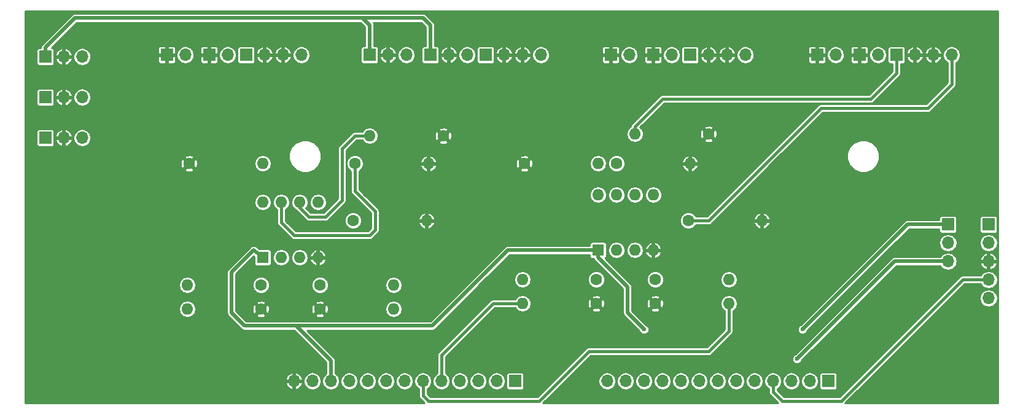
<source format=gbl>
G04 #@! TF.FileFunction,Copper,L2,Bot,Signal*
%FSLAX46Y46*%
G04 Gerber Fmt 4.6, Leading zero omitted, Abs format (unit mm)*
G04 Created by KiCad (PCBNEW (2015-11-24 BZR 6329)-product) date Fri 24 Feb 2017 06:21:55 PM EST*
%MOMM*%
G01*
G04 APERTURE LIST*
%ADD10C,0.100000*%
%ADD11R,1.700000X1.700000*%
%ADD12O,1.700000X1.700000*%
%ADD13C,1.600000*%
%ADD14O,1.600000X1.600000*%
%ADD15R,1.600000X1.600000*%
%ADD16C,0.600000*%
%ADD17C,0.500000*%
%ADD18C,0.400000*%
%ADD19C,0.254000*%
G04 APERTURE END LIST*
D10*
D11*
X93218000Y-60452000D03*
D12*
X95758000Y-60452000D03*
X98298000Y-60452000D03*
D11*
X93218000Y-54864000D03*
D12*
X95758000Y-54864000D03*
X98298000Y-54864000D03*
D13*
X184658000Y-59944000D03*
D14*
X174498000Y-59944000D03*
D13*
X171958000Y-64008000D03*
D14*
X182118000Y-64008000D03*
D13*
X181864000Y-71882000D03*
D14*
X192024000Y-71882000D03*
D13*
X177292000Y-80010000D03*
D14*
X187452000Y-80010000D03*
D13*
X177292000Y-83312000D03*
D14*
X187452000Y-83312000D03*
D13*
X169164000Y-83312000D03*
D14*
X159004000Y-83312000D03*
D13*
X169164000Y-80010000D03*
D14*
X159004000Y-80010000D03*
D13*
X159258000Y-64008000D03*
D14*
X169418000Y-64008000D03*
D15*
X169418000Y-75946000D03*
D14*
X177038000Y-68326000D03*
X171958000Y-75946000D03*
X174498000Y-68326000D03*
X174498000Y-75946000D03*
X171958000Y-68326000D03*
X177038000Y-75946000D03*
X169418000Y-68326000D03*
D11*
X205486000Y-49022000D03*
D12*
X208026000Y-49022000D03*
D11*
X177038000Y-49022000D03*
D12*
X179578000Y-49022000D03*
D11*
X146304000Y-49022000D03*
D12*
X148844000Y-49022000D03*
X151384000Y-49022000D03*
D11*
X109982000Y-49022000D03*
D12*
X112522000Y-49022000D03*
D11*
X217678000Y-72390000D03*
D12*
X217678000Y-74930000D03*
X217678000Y-77470000D03*
D11*
X120904000Y-49022000D03*
D12*
X123444000Y-49022000D03*
X125984000Y-49022000D03*
X128524000Y-49022000D03*
D11*
X153924000Y-49022000D03*
D12*
X156464000Y-49022000D03*
X159004000Y-49022000D03*
X161544000Y-49022000D03*
D11*
X115824000Y-49022000D03*
D12*
X118364000Y-49022000D03*
D11*
X171196000Y-49022000D03*
D12*
X173736000Y-49022000D03*
D11*
X93218000Y-49276000D03*
D12*
X95758000Y-49276000D03*
X98298000Y-49276000D03*
D11*
X137922000Y-49022000D03*
D12*
X140462000Y-49022000D03*
X143002000Y-49022000D03*
D11*
X199644000Y-49022000D03*
D12*
X202184000Y-49022000D03*
D11*
X182118000Y-49022000D03*
D12*
X184658000Y-49022000D03*
X187198000Y-49022000D03*
X189738000Y-49022000D03*
D11*
X210566000Y-49022000D03*
D12*
X213106000Y-49022000D03*
X215646000Y-49022000D03*
X218186000Y-49022000D03*
D11*
X157988000Y-93980000D03*
D12*
X155448000Y-93980000D03*
X152908000Y-93980000D03*
X150368000Y-93980000D03*
X147828000Y-93980000D03*
X145288000Y-93980000D03*
X142748000Y-93980000D03*
X140208000Y-93980000D03*
X137668000Y-93980000D03*
X135128000Y-93980000D03*
X132588000Y-93980000D03*
X130048000Y-93980000D03*
X127508000Y-93980000D03*
D11*
X201168000Y-93980000D03*
D12*
X198628000Y-93980000D03*
X196088000Y-93980000D03*
X193548000Y-93980000D03*
X191008000Y-93980000D03*
X188468000Y-93980000D03*
X185928000Y-93980000D03*
X183388000Y-93980000D03*
X180848000Y-93980000D03*
X178308000Y-93980000D03*
X175768000Y-93980000D03*
X173228000Y-93980000D03*
X170688000Y-93980000D03*
D11*
X223266000Y-72390000D03*
D12*
X223266000Y-74930000D03*
X223266000Y-77470000D03*
X223266000Y-80010000D03*
X223266000Y-82550000D03*
D15*
X123190000Y-76962000D03*
D14*
X130810000Y-69342000D03*
X125730000Y-76962000D03*
X128270000Y-69342000D03*
X128270000Y-76962000D03*
X125730000Y-69342000D03*
X130810000Y-76962000D03*
X123190000Y-69342000D03*
D13*
X113030000Y-64008000D03*
D14*
X123190000Y-64008000D03*
D13*
X122936000Y-80772000D03*
D14*
X112776000Y-80772000D03*
D13*
X122936000Y-84074000D03*
D14*
X112776000Y-84074000D03*
D13*
X131064000Y-84074000D03*
D14*
X141224000Y-84074000D03*
D13*
X131064000Y-80772000D03*
D14*
X141224000Y-80772000D03*
D13*
X135636000Y-71882000D03*
D14*
X145796000Y-71882000D03*
D13*
X135890000Y-64008000D03*
D14*
X146050000Y-64008000D03*
D13*
X148082000Y-60198000D03*
D14*
X137922000Y-60198000D03*
D16*
X175768000Y-86868000D03*
X197612000Y-86868000D03*
X196850000Y-90932000D03*
D17*
X217678000Y-72390000D02*
X212090000Y-72390000D01*
X169418000Y-76962000D02*
X169418000Y-75946000D01*
X173482000Y-81026000D02*
X169418000Y-76962000D01*
X173482000Y-84582000D02*
X173482000Y-81026000D01*
X175768000Y-86868000D02*
X173482000Y-84582000D01*
X212090000Y-72390000D02*
X197612000Y-86868000D01*
X127762000Y-86360000D02*
X146558000Y-86360000D01*
X156972000Y-75946000D02*
X169418000Y-75946000D01*
X146558000Y-86360000D02*
X156972000Y-75946000D01*
X132588000Y-93980000D02*
X132588000Y-91186000D01*
X121920000Y-75946000D02*
X123190000Y-76962000D01*
X118872000Y-78994000D02*
X121920000Y-75946000D01*
X118872000Y-84582000D02*
X118872000Y-78994000D01*
X120650000Y-86360000D02*
X118872000Y-84582000D01*
X127762000Y-86360000D02*
X120650000Y-86360000D01*
X132588000Y-91186000D02*
X127762000Y-86360000D01*
X210312000Y-77470000D02*
X217678000Y-77470000D01*
X196850000Y-90932000D02*
X210312000Y-77470000D01*
D18*
X135890000Y-64008000D02*
X135890000Y-67818000D01*
X125730000Y-72136000D02*
X125730000Y-69342000D01*
X127508000Y-73914000D02*
X125730000Y-72136000D01*
X137922000Y-73914000D02*
X127508000Y-73914000D01*
X138684000Y-73152000D02*
X137922000Y-73914000D01*
X138684000Y-70612000D02*
X138684000Y-73152000D01*
X135890000Y-67818000D02*
X138684000Y-70612000D01*
X137922000Y-60198000D02*
X135890000Y-60198000D01*
X128270000Y-70104000D02*
X128270000Y-69342000D01*
X129540000Y-71374000D02*
X128270000Y-70104000D01*
X131826000Y-71374000D02*
X129540000Y-71374000D01*
X134112000Y-69088000D02*
X131826000Y-71374000D01*
X134112000Y-61976000D02*
X134112000Y-69088000D01*
X135890000Y-60198000D02*
X134112000Y-61976000D01*
D17*
X136652000Y-43942000D02*
X145288000Y-43942000D01*
X146304000Y-44958000D02*
X146304000Y-49022000D01*
X145288000Y-43942000D02*
X146304000Y-44958000D01*
X93218000Y-49276000D02*
X93218000Y-48006000D01*
X137922000Y-44958000D02*
X137922000Y-49022000D01*
X136906000Y-43942000D02*
X137922000Y-44958000D01*
X97282000Y-43942000D02*
X136652000Y-43942000D01*
X136652000Y-43942000D02*
X136906000Y-43942000D01*
X93218000Y-48006000D02*
X97282000Y-43942000D01*
D18*
X174498000Y-59944000D02*
X174498000Y-58928000D01*
X210566000Y-51562000D02*
X210566000Y-49022000D01*
X207010000Y-55118000D02*
X210566000Y-51562000D01*
X178308000Y-55118000D02*
X207010000Y-55118000D01*
X174498000Y-58928000D02*
X178308000Y-55118000D01*
X181864000Y-71882000D02*
X184658000Y-71882000D01*
X218186000Y-53086000D02*
X218186000Y-49022000D01*
X214884000Y-56388000D02*
X218186000Y-53086000D01*
X200152000Y-56388000D02*
X214884000Y-56388000D01*
X184658000Y-71882000D02*
X200152000Y-56388000D01*
X159004000Y-83312000D02*
X154940000Y-83312000D01*
X147828000Y-90424000D02*
X147828000Y-93980000D01*
X154940000Y-83312000D02*
X147828000Y-90424000D01*
X187452000Y-83312000D02*
X187452000Y-87122000D01*
X145288000Y-96012000D02*
X145288000Y-93980000D01*
X146050000Y-96774000D02*
X145288000Y-96012000D01*
X161290000Y-96774000D02*
X146050000Y-96774000D01*
X168148000Y-89916000D02*
X161290000Y-96774000D01*
X184658000Y-89916000D02*
X168148000Y-89916000D01*
X187452000Y-87122000D02*
X184658000Y-89916000D01*
X223266000Y-80010000D02*
X219710000Y-80010000D01*
X193548000Y-95504000D02*
X193548000Y-93980000D01*
X194818000Y-96774000D02*
X193548000Y-95504000D01*
X202946000Y-96774000D02*
X194818000Y-96774000D01*
X219710000Y-80010000D02*
X202946000Y-96774000D01*
D19*
G36*
X224544000Y-97044000D02*
X203497658Y-97044000D01*
X217991658Y-82550000D01*
X222010883Y-82550000D01*
X222104587Y-83021083D01*
X222371435Y-83420448D01*
X222770800Y-83687296D01*
X223241883Y-83781000D01*
X223290117Y-83781000D01*
X223761200Y-83687296D01*
X224160565Y-83420448D01*
X224427413Y-83021083D01*
X224521117Y-82550000D01*
X224427413Y-82078917D01*
X224160565Y-81679552D01*
X223761200Y-81412704D01*
X223290117Y-81319000D01*
X223241883Y-81319000D01*
X222770800Y-81412704D01*
X222371435Y-81679552D01*
X222104587Y-82078917D01*
X222010883Y-82550000D01*
X217991658Y-82550000D01*
X219950658Y-80591000D01*
X222178031Y-80591000D01*
X222371435Y-80880448D01*
X222770800Y-81147296D01*
X223241883Y-81241000D01*
X223290117Y-81241000D01*
X223761200Y-81147296D01*
X224160565Y-80880448D01*
X224427413Y-80481083D01*
X224521117Y-80010000D01*
X224427413Y-79538917D01*
X224160565Y-79139552D01*
X223761200Y-78872704D01*
X223290117Y-78779000D01*
X223241883Y-78779000D01*
X222770800Y-78872704D01*
X222371435Y-79139552D01*
X222178031Y-79429000D01*
X219710000Y-79429000D01*
X219487661Y-79473226D01*
X219299171Y-79599171D01*
X202705342Y-96193000D01*
X195058658Y-96193000D01*
X194129000Y-95263342D01*
X194129000Y-95067969D01*
X194418448Y-94874565D01*
X194685296Y-94475200D01*
X194779000Y-94004117D01*
X194779000Y-93955883D01*
X194857000Y-93955883D01*
X194857000Y-94004117D01*
X194950704Y-94475200D01*
X195217552Y-94874565D01*
X195616917Y-95141413D01*
X196088000Y-95235117D01*
X196559083Y-95141413D01*
X196958448Y-94874565D01*
X197225296Y-94475200D01*
X197319000Y-94004117D01*
X197319000Y-93955883D01*
X197397000Y-93955883D01*
X197397000Y-94004117D01*
X197490704Y-94475200D01*
X197757552Y-94874565D01*
X198156917Y-95141413D01*
X198628000Y-95235117D01*
X199099083Y-95141413D01*
X199498448Y-94874565D01*
X199765296Y-94475200D01*
X199859000Y-94004117D01*
X199859000Y-93955883D01*
X199765296Y-93484800D01*
X199528226Y-93130000D01*
X199929536Y-93130000D01*
X199929536Y-94830000D01*
X199956103Y-94971190D01*
X200039546Y-95100865D01*
X200166866Y-95187859D01*
X200318000Y-95218464D01*
X202018000Y-95218464D01*
X202159190Y-95191897D01*
X202288865Y-95108454D01*
X202375859Y-94981134D01*
X202406464Y-94830000D01*
X202406464Y-93130000D01*
X202379897Y-92988810D01*
X202296454Y-92859135D01*
X202169134Y-92772141D01*
X202018000Y-92741536D01*
X200318000Y-92741536D01*
X200176810Y-92768103D01*
X200047135Y-92851546D01*
X199960141Y-92978866D01*
X199929536Y-93130000D01*
X199528226Y-93130000D01*
X199498448Y-93085435D01*
X199099083Y-92818587D01*
X198628000Y-92724883D01*
X198156917Y-92818587D01*
X197757552Y-93085435D01*
X197490704Y-93484800D01*
X197397000Y-93955883D01*
X197319000Y-93955883D01*
X197225296Y-93484800D01*
X196958448Y-93085435D01*
X196559083Y-92818587D01*
X196088000Y-92724883D01*
X195616917Y-92818587D01*
X195217552Y-93085435D01*
X194950704Y-93484800D01*
X194857000Y-93955883D01*
X194779000Y-93955883D01*
X194685296Y-93484800D01*
X194418448Y-93085435D01*
X194019083Y-92818587D01*
X193548000Y-92724883D01*
X193076917Y-92818587D01*
X192677552Y-93085435D01*
X192410704Y-93484800D01*
X192317000Y-93955883D01*
X192317000Y-94004117D01*
X192410704Y-94475200D01*
X192677552Y-94874565D01*
X192967000Y-95067969D01*
X192967000Y-95504000D01*
X193011226Y-95726339D01*
X193137171Y-95914829D01*
X194266342Y-97044000D01*
X161841658Y-97044000D01*
X164929775Y-93955883D01*
X169457000Y-93955883D01*
X169457000Y-94004117D01*
X169550704Y-94475200D01*
X169817552Y-94874565D01*
X170216917Y-95141413D01*
X170688000Y-95235117D01*
X171159083Y-95141413D01*
X171558448Y-94874565D01*
X171825296Y-94475200D01*
X171919000Y-94004117D01*
X171919000Y-93955883D01*
X171997000Y-93955883D01*
X171997000Y-94004117D01*
X172090704Y-94475200D01*
X172357552Y-94874565D01*
X172756917Y-95141413D01*
X173228000Y-95235117D01*
X173699083Y-95141413D01*
X174098448Y-94874565D01*
X174365296Y-94475200D01*
X174459000Y-94004117D01*
X174459000Y-93955883D01*
X174537000Y-93955883D01*
X174537000Y-94004117D01*
X174630704Y-94475200D01*
X174897552Y-94874565D01*
X175296917Y-95141413D01*
X175768000Y-95235117D01*
X176239083Y-95141413D01*
X176638448Y-94874565D01*
X176905296Y-94475200D01*
X176999000Y-94004117D01*
X176999000Y-93955883D01*
X177077000Y-93955883D01*
X177077000Y-94004117D01*
X177170704Y-94475200D01*
X177437552Y-94874565D01*
X177836917Y-95141413D01*
X178308000Y-95235117D01*
X178779083Y-95141413D01*
X179178448Y-94874565D01*
X179445296Y-94475200D01*
X179539000Y-94004117D01*
X179539000Y-93955883D01*
X179617000Y-93955883D01*
X179617000Y-94004117D01*
X179710704Y-94475200D01*
X179977552Y-94874565D01*
X180376917Y-95141413D01*
X180848000Y-95235117D01*
X181319083Y-95141413D01*
X181718448Y-94874565D01*
X181985296Y-94475200D01*
X182079000Y-94004117D01*
X182079000Y-93955883D01*
X182157000Y-93955883D01*
X182157000Y-94004117D01*
X182250704Y-94475200D01*
X182517552Y-94874565D01*
X182916917Y-95141413D01*
X183388000Y-95235117D01*
X183859083Y-95141413D01*
X184258448Y-94874565D01*
X184525296Y-94475200D01*
X184619000Y-94004117D01*
X184619000Y-93955883D01*
X184697000Y-93955883D01*
X184697000Y-94004117D01*
X184790704Y-94475200D01*
X185057552Y-94874565D01*
X185456917Y-95141413D01*
X185928000Y-95235117D01*
X186399083Y-95141413D01*
X186798448Y-94874565D01*
X187065296Y-94475200D01*
X187159000Y-94004117D01*
X187159000Y-93955883D01*
X187237000Y-93955883D01*
X187237000Y-94004117D01*
X187330704Y-94475200D01*
X187597552Y-94874565D01*
X187996917Y-95141413D01*
X188468000Y-95235117D01*
X188939083Y-95141413D01*
X189338448Y-94874565D01*
X189605296Y-94475200D01*
X189699000Y-94004117D01*
X189699000Y-93955883D01*
X189777000Y-93955883D01*
X189777000Y-94004117D01*
X189870704Y-94475200D01*
X190137552Y-94874565D01*
X190536917Y-95141413D01*
X191008000Y-95235117D01*
X191479083Y-95141413D01*
X191878448Y-94874565D01*
X192145296Y-94475200D01*
X192239000Y-94004117D01*
X192239000Y-93955883D01*
X192145296Y-93484800D01*
X191878448Y-93085435D01*
X191479083Y-92818587D01*
X191008000Y-92724883D01*
X190536917Y-92818587D01*
X190137552Y-93085435D01*
X189870704Y-93484800D01*
X189777000Y-93955883D01*
X189699000Y-93955883D01*
X189605296Y-93484800D01*
X189338448Y-93085435D01*
X188939083Y-92818587D01*
X188468000Y-92724883D01*
X187996917Y-92818587D01*
X187597552Y-93085435D01*
X187330704Y-93484800D01*
X187237000Y-93955883D01*
X187159000Y-93955883D01*
X187065296Y-93484800D01*
X186798448Y-93085435D01*
X186399083Y-92818587D01*
X185928000Y-92724883D01*
X185456917Y-92818587D01*
X185057552Y-93085435D01*
X184790704Y-93484800D01*
X184697000Y-93955883D01*
X184619000Y-93955883D01*
X184525296Y-93484800D01*
X184258448Y-93085435D01*
X183859083Y-92818587D01*
X183388000Y-92724883D01*
X182916917Y-92818587D01*
X182517552Y-93085435D01*
X182250704Y-93484800D01*
X182157000Y-93955883D01*
X182079000Y-93955883D01*
X181985296Y-93484800D01*
X181718448Y-93085435D01*
X181319083Y-92818587D01*
X180848000Y-92724883D01*
X180376917Y-92818587D01*
X179977552Y-93085435D01*
X179710704Y-93484800D01*
X179617000Y-93955883D01*
X179539000Y-93955883D01*
X179445296Y-93484800D01*
X179178448Y-93085435D01*
X178779083Y-92818587D01*
X178308000Y-92724883D01*
X177836917Y-92818587D01*
X177437552Y-93085435D01*
X177170704Y-93484800D01*
X177077000Y-93955883D01*
X176999000Y-93955883D01*
X176905296Y-93484800D01*
X176638448Y-93085435D01*
X176239083Y-92818587D01*
X175768000Y-92724883D01*
X175296917Y-92818587D01*
X174897552Y-93085435D01*
X174630704Y-93484800D01*
X174537000Y-93955883D01*
X174459000Y-93955883D01*
X174365296Y-93484800D01*
X174098448Y-93085435D01*
X173699083Y-92818587D01*
X173228000Y-92724883D01*
X172756917Y-92818587D01*
X172357552Y-93085435D01*
X172090704Y-93484800D01*
X171997000Y-93955883D01*
X171919000Y-93955883D01*
X171825296Y-93484800D01*
X171558448Y-93085435D01*
X171159083Y-92818587D01*
X170688000Y-92724883D01*
X170216917Y-92818587D01*
X169817552Y-93085435D01*
X169550704Y-93484800D01*
X169457000Y-93955883D01*
X164929775Y-93955883D01*
X167818793Y-91066865D01*
X196168882Y-91066865D01*
X196272339Y-91317252D01*
X196463741Y-91508987D01*
X196713946Y-91612882D01*
X196984865Y-91613118D01*
X197235252Y-91509661D01*
X197426987Y-91318259D01*
X197477318Y-91197050D01*
X210573368Y-78101000D01*
X216623440Y-78101000D01*
X216783435Y-78340448D01*
X217182800Y-78607296D01*
X217653883Y-78701000D01*
X217702117Y-78701000D01*
X218173200Y-78607296D01*
X218572565Y-78340448D01*
X218839413Y-77941083D01*
X218870065Y-77786980D01*
X222076511Y-77786980D01*
X222200755Y-78086964D01*
X222517944Y-78447652D01*
X222949018Y-78659501D01*
X223139000Y-78599193D01*
X223139000Y-77597000D01*
X223393000Y-77597000D01*
X223393000Y-78599193D01*
X223582982Y-78659501D01*
X224014056Y-78447652D01*
X224331245Y-78086964D01*
X224455489Y-77786980D01*
X224394627Y-77597000D01*
X223393000Y-77597000D01*
X223139000Y-77597000D01*
X222137373Y-77597000D01*
X222076511Y-77786980D01*
X218870065Y-77786980D01*
X218933117Y-77470000D01*
X218870066Y-77153020D01*
X222076511Y-77153020D01*
X222137373Y-77343000D01*
X223139000Y-77343000D01*
X223139000Y-76340807D01*
X223393000Y-76340807D01*
X223393000Y-77343000D01*
X224394627Y-77343000D01*
X224455489Y-77153020D01*
X224331245Y-76853036D01*
X224014056Y-76492348D01*
X223582982Y-76280499D01*
X223393000Y-76340807D01*
X223139000Y-76340807D01*
X222949018Y-76280499D01*
X222517944Y-76492348D01*
X222200755Y-76853036D01*
X222076511Y-77153020D01*
X218870066Y-77153020D01*
X218839413Y-76998917D01*
X218572565Y-76599552D01*
X218173200Y-76332704D01*
X217702117Y-76239000D01*
X217653883Y-76239000D01*
X217182800Y-76332704D01*
X216783435Y-76599552D01*
X216623440Y-76839000D01*
X210312000Y-76839000D01*
X210070527Y-76887032D01*
X209865816Y-77023816D01*
X196584965Y-90304667D01*
X196464748Y-90354339D01*
X196273013Y-90545741D01*
X196169118Y-90795946D01*
X196168882Y-91066865D01*
X167818793Y-91066865D01*
X168388658Y-90497000D01*
X184658000Y-90497000D01*
X184880339Y-90452774D01*
X185068829Y-90326829D01*
X187862829Y-87532829D01*
X187988774Y-87344339D01*
X188033000Y-87122000D01*
X188033000Y-87002865D01*
X196930882Y-87002865D01*
X197034339Y-87253252D01*
X197225741Y-87444987D01*
X197475946Y-87548882D01*
X197746865Y-87549118D01*
X197997252Y-87445661D01*
X198188987Y-87254259D01*
X198239318Y-87133050D01*
X210442368Y-74930000D01*
X216422883Y-74930000D01*
X216516587Y-75401083D01*
X216783435Y-75800448D01*
X217182800Y-76067296D01*
X217653883Y-76161000D01*
X217702117Y-76161000D01*
X218173200Y-76067296D01*
X218572565Y-75800448D01*
X218839413Y-75401083D01*
X218933117Y-74930000D01*
X222010883Y-74930000D01*
X222104587Y-75401083D01*
X222371435Y-75800448D01*
X222770800Y-76067296D01*
X223241883Y-76161000D01*
X223290117Y-76161000D01*
X223761200Y-76067296D01*
X224160565Y-75800448D01*
X224427413Y-75401083D01*
X224521117Y-74930000D01*
X224427413Y-74458917D01*
X224160565Y-74059552D01*
X223761200Y-73792704D01*
X223290117Y-73699000D01*
X223241883Y-73699000D01*
X222770800Y-73792704D01*
X222371435Y-74059552D01*
X222104587Y-74458917D01*
X222010883Y-74930000D01*
X218933117Y-74930000D01*
X218839413Y-74458917D01*
X218572565Y-74059552D01*
X218173200Y-73792704D01*
X217702117Y-73699000D01*
X217653883Y-73699000D01*
X217182800Y-73792704D01*
X216783435Y-74059552D01*
X216516587Y-74458917D01*
X216422883Y-74930000D01*
X210442368Y-74930000D01*
X212351368Y-73021000D01*
X216439536Y-73021000D01*
X216439536Y-73240000D01*
X216466103Y-73381190D01*
X216549546Y-73510865D01*
X216676866Y-73597859D01*
X216828000Y-73628464D01*
X218528000Y-73628464D01*
X218669190Y-73601897D01*
X218798865Y-73518454D01*
X218885859Y-73391134D01*
X218916464Y-73240000D01*
X218916464Y-71540000D01*
X222027536Y-71540000D01*
X222027536Y-73240000D01*
X222054103Y-73381190D01*
X222137546Y-73510865D01*
X222264866Y-73597859D01*
X222416000Y-73628464D01*
X224116000Y-73628464D01*
X224257190Y-73601897D01*
X224386865Y-73518454D01*
X224473859Y-73391134D01*
X224504464Y-73240000D01*
X224504464Y-71540000D01*
X224477897Y-71398810D01*
X224394454Y-71269135D01*
X224267134Y-71182141D01*
X224116000Y-71151536D01*
X222416000Y-71151536D01*
X222274810Y-71178103D01*
X222145135Y-71261546D01*
X222058141Y-71388866D01*
X222027536Y-71540000D01*
X218916464Y-71540000D01*
X218889897Y-71398810D01*
X218806454Y-71269135D01*
X218679134Y-71182141D01*
X218528000Y-71151536D01*
X216828000Y-71151536D01*
X216686810Y-71178103D01*
X216557135Y-71261546D01*
X216470141Y-71388866D01*
X216439536Y-71540000D01*
X216439536Y-71759000D01*
X212090000Y-71759000D01*
X211848527Y-71807032D01*
X211643816Y-71943816D01*
X197346965Y-86240667D01*
X197226748Y-86290339D01*
X197035013Y-86481741D01*
X196931118Y-86731946D01*
X196930882Y-87002865D01*
X188033000Y-87002865D01*
X188033000Y-84332332D01*
X188310230Y-84147093D01*
X188566239Y-83763949D01*
X188656137Y-83312000D01*
X188566239Y-82860051D01*
X188310230Y-82476907D01*
X187927086Y-82220898D01*
X187475137Y-82131000D01*
X187428863Y-82131000D01*
X186976914Y-82220898D01*
X186593770Y-82476907D01*
X186337761Y-82860051D01*
X186247863Y-83312000D01*
X186337761Y-83763949D01*
X186593770Y-84147093D01*
X186871000Y-84332332D01*
X186871000Y-86881342D01*
X184417342Y-89335000D01*
X168148000Y-89335000D01*
X167925661Y-89379226D01*
X167737171Y-89505171D01*
X161049342Y-96193000D01*
X146290658Y-96193000D01*
X145869000Y-95771342D01*
X145869000Y-95067969D01*
X146158448Y-94874565D01*
X146425296Y-94475200D01*
X146519000Y-94004117D01*
X146519000Y-93955883D01*
X146597000Y-93955883D01*
X146597000Y-94004117D01*
X146690704Y-94475200D01*
X146957552Y-94874565D01*
X147356917Y-95141413D01*
X147828000Y-95235117D01*
X148299083Y-95141413D01*
X148698448Y-94874565D01*
X148965296Y-94475200D01*
X149059000Y-94004117D01*
X149059000Y-93955883D01*
X149137000Y-93955883D01*
X149137000Y-94004117D01*
X149230704Y-94475200D01*
X149497552Y-94874565D01*
X149896917Y-95141413D01*
X150368000Y-95235117D01*
X150839083Y-95141413D01*
X151238448Y-94874565D01*
X151505296Y-94475200D01*
X151599000Y-94004117D01*
X151599000Y-93955883D01*
X151677000Y-93955883D01*
X151677000Y-94004117D01*
X151770704Y-94475200D01*
X152037552Y-94874565D01*
X152436917Y-95141413D01*
X152908000Y-95235117D01*
X153379083Y-95141413D01*
X153778448Y-94874565D01*
X154045296Y-94475200D01*
X154139000Y-94004117D01*
X154139000Y-93955883D01*
X154217000Y-93955883D01*
X154217000Y-94004117D01*
X154310704Y-94475200D01*
X154577552Y-94874565D01*
X154976917Y-95141413D01*
X155448000Y-95235117D01*
X155919083Y-95141413D01*
X156318448Y-94874565D01*
X156585296Y-94475200D01*
X156679000Y-94004117D01*
X156679000Y-93955883D01*
X156585296Y-93484800D01*
X156348226Y-93130000D01*
X156749536Y-93130000D01*
X156749536Y-94830000D01*
X156776103Y-94971190D01*
X156859546Y-95100865D01*
X156986866Y-95187859D01*
X157138000Y-95218464D01*
X158838000Y-95218464D01*
X158979190Y-95191897D01*
X159108865Y-95108454D01*
X159195859Y-94981134D01*
X159226464Y-94830000D01*
X159226464Y-93130000D01*
X159199897Y-92988810D01*
X159116454Y-92859135D01*
X158989134Y-92772141D01*
X158838000Y-92741536D01*
X157138000Y-92741536D01*
X156996810Y-92768103D01*
X156867135Y-92851546D01*
X156780141Y-92978866D01*
X156749536Y-93130000D01*
X156348226Y-93130000D01*
X156318448Y-93085435D01*
X155919083Y-92818587D01*
X155448000Y-92724883D01*
X154976917Y-92818587D01*
X154577552Y-93085435D01*
X154310704Y-93484800D01*
X154217000Y-93955883D01*
X154139000Y-93955883D01*
X154045296Y-93484800D01*
X153778448Y-93085435D01*
X153379083Y-92818587D01*
X152908000Y-92724883D01*
X152436917Y-92818587D01*
X152037552Y-93085435D01*
X151770704Y-93484800D01*
X151677000Y-93955883D01*
X151599000Y-93955883D01*
X151505296Y-93484800D01*
X151238448Y-93085435D01*
X150839083Y-92818587D01*
X150368000Y-92724883D01*
X149896917Y-92818587D01*
X149497552Y-93085435D01*
X149230704Y-93484800D01*
X149137000Y-93955883D01*
X149059000Y-93955883D01*
X148965296Y-93484800D01*
X148698448Y-93085435D01*
X148409000Y-92892031D01*
X148409000Y-90664658D01*
X155180658Y-83893000D01*
X157975990Y-83893000D01*
X158145770Y-84147093D01*
X158528914Y-84403102D01*
X158980863Y-84493000D01*
X159027137Y-84493000D01*
X159479086Y-84403102D01*
X159811867Y-84180744D01*
X168474861Y-84180744D01*
X168562918Y-84355383D01*
X169007959Y-84505984D01*
X169476755Y-84474812D01*
X169765082Y-84355383D01*
X169853139Y-84180744D01*
X169164000Y-83491605D01*
X168474861Y-84180744D01*
X159811867Y-84180744D01*
X159862230Y-84147093D01*
X160118239Y-83763949D01*
X160208137Y-83312000D01*
X160177099Y-83155959D01*
X167970016Y-83155959D01*
X168001188Y-83624755D01*
X168120617Y-83913082D01*
X168295256Y-84001139D01*
X168984395Y-83312000D01*
X169343605Y-83312000D01*
X170032744Y-84001139D01*
X170207383Y-83913082D01*
X170357984Y-83468041D01*
X170326812Y-82999245D01*
X170207383Y-82710918D01*
X170032744Y-82622861D01*
X169343605Y-83312000D01*
X168984395Y-83312000D01*
X168295256Y-82622861D01*
X168120617Y-82710918D01*
X167970016Y-83155959D01*
X160177099Y-83155959D01*
X160118239Y-82860051D01*
X159862230Y-82476907D01*
X159811868Y-82443256D01*
X168474861Y-82443256D01*
X169164000Y-83132395D01*
X169853139Y-82443256D01*
X169765082Y-82268617D01*
X169320041Y-82118016D01*
X168851245Y-82149188D01*
X168562918Y-82268617D01*
X168474861Y-82443256D01*
X159811868Y-82443256D01*
X159479086Y-82220898D01*
X159027137Y-82131000D01*
X158980863Y-82131000D01*
X158528914Y-82220898D01*
X158145770Y-82476907D01*
X157975990Y-82731000D01*
X154940000Y-82731000D01*
X154717661Y-82775226D01*
X154529171Y-82901171D01*
X147417171Y-90013171D01*
X147291226Y-90201661D01*
X147247000Y-90424000D01*
X147247000Y-92892031D01*
X146957552Y-93085435D01*
X146690704Y-93484800D01*
X146597000Y-93955883D01*
X146519000Y-93955883D01*
X146425296Y-93484800D01*
X146158448Y-93085435D01*
X145759083Y-92818587D01*
X145288000Y-92724883D01*
X144816917Y-92818587D01*
X144417552Y-93085435D01*
X144150704Y-93484800D01*
X144057000Y-93955883D01*
X144057000Y-94004117D01*
X144150704Y-94475200D01*
X144417552Y-94874565D01*
X144707000Y-95067969D01*
X144707000Y-96012000D01*
X144751226Y-96234339D01*
X144877171Y-96422829D01*
X145498342Y-97044000D01*
X90456000Y-97044000D01*
X90456000Y-94296982D01*
X126318499Y-94296982D01*
X126530348Y-94728056D01*
X126891036Y-95045245D01*
X127191020Y-95169489D01*
X127381000Y-95108627D01*
X127381000Y-94107000D01*
X127635000Y-94107000D01*
X127635000Y-95108627D01*
X127824980Y-95169489D01*
X128124964Y-95045245D01*
X128485652Y-94728056D01*
X128697501Y-94296982D01*
X128637193Y-94107000D01*
X127635000Y-94107000D01*
X127381000Y-94107000D01*
X126378807Y-94107000D01*
X126318499Y-94296982D01*
X90456000Y-94296982D01*
X90456000Y-93955883D01*
X128817000Y-93955883D01*
X128817000Y-94004117D01*
X128910704Y-94475200D01*
X129177552Y-94874565D01*
X129576917Y-95141413D01*
X130048000Y-95235117D01*
X130519083Y-95141413D01*
X130918448Y-94874565D01*
X131185296Y-94475200D01*
X131279000Y-94004117D01*
X131279000Y-93955883D01*
X131185296Y-93484800D01*
X130918448Y-93085435D01*
X130519083Y-92818587D01*
X130048000Y-92724883D01*
X129576917Y-92818587D01*
X129177552Y-93085435D01*
X128910704Y-93484800D01*
X128817000Y-93955883D01*
X90456000Y-93955883D01*
X90456000Y-93663018D01*
X126318499Y-93663018D01*
X126378807Y-93853000D01*
X127381000Y-93853000D01*
X127381000Y-92851373D01*
X127635000Y-92851373D01*
X127635000Y-93853000D01*
X128637193Y-93853000D01*
X128697501Y-93663018D01*
X128485652Y-93231944D01*
X128124964Y-92914755D01*
X127824980Y-92790511D01*
X127635000Y-92851373D01*
X127381000Y-92851373D01*
X127191020Y-92790511D01*
X126891036Y-92914755D01*
X126530348Y-93231944D01*
X126318499Y-93663018D01*
X90456000Y-93663018D01*
X90456000Y-84074000D01*
X111571863Y-84074000D01*
X111661761Y-84525949D01*
X111917770Y-84909093D01*
X112300914Y-85165102D01*
X112752863Y-85255000D01*
X112799137Y-85255000D01*
X113251086Y-85165102D01*
X113634230Y-84909093D01*
X113890239Y-84525949D01*
X113980137Y-84074000D01*
X113890239Y-83622051D01*
X113634230Y-83238907D01*
X113251086Y-82982898D01*
X112799137Y-82893000D01*
X112752863Y-82893000D01*
X112300914Y-82982898D01*
X111917770Y-83238907D01*
X111661761Y-83622051D01*
X111571863Y-84074000D01*
X90456000Y-84074000D01*
X90456000Y-80772000D01*
X111571863Y-80772000D01*
X111661761Y-81223949D01*
X111917770Y-81607093D01*
X112300914Y-81863102D01*
X112752863Y-81953000D01*
X112799137Y-81953000D01*
X113251086Y-81863102D01*
X113634230Y-81607093D01*
X113890239Y-81223949D01*
X113980137Y-80772000D01*
X113890239Y-80320051D01*
X113634230Y-79936907D01*
X113251086Y-79680898D01*
X112799137Y-79591000D01*
X112752863Y-79591000D01*
X112300914Y-79680898D01*
X111917770Y-79936907D01*
X111661761Y-80320051D01*
X111571863Y-80772000D01*
X90456000Y-80772000D01*
X90456000Y-78994000D01*
X118241000Y-78994000D01*
X118241000Y-84582000D01*
X118277031Y-84763139D01*
X118289032Y-84823473D01*
X118425816Y-85028184D01*
X120203816Y-86806185D01*
X120408527Y-86942968D01*
X120650000Y-86991000D01*
X127500632Y-86991000D01*
X131957000Y-91447369D01*
X131957000Y-92925440D01*
X131717552Y-93085435D01*
X131450704Y-93484800D01*
X131357000Y-93955883D01*
X131357000Y-94004117D01*
X131450704Y-94475200D01*
X131717552Y-94874565D01*
X132116917Y-95141413D01*
X132588000Y-95235117D01*
X133059083Y-95141413D01*
X133458448Y-94874565D01*
X133725296Y-94475200D01*
X133819000Y-94004117D01*
X133819000Y-93955883D01*
X133897000Y-93955883D01*
X133897000Y-94004117D01*
X133990704Y-94475200D01*
X134257552Y-94874565D01*
X134656917Y-95141413D01*
X135128000Y-95235117D01*
X135599083Y-95141413D01*
X135998448Y-94874565D01*
X136265296Y-94475200D01*
X136359000Y-94004117D01*
X136359000Y-93955883D01*
X136437000Y-93955883D01*
X136437000Y-94004117D01*
X136530704Y-94475200D01*
X136797552Y-94874565D01*
X137196917Y-95141413D01*
X137668000Y-95235117D01*
X138139083Y-95141413D01*
X138538448Y-94874565D01*
X138805296Y-94475200D01*
X138899000Y-94004117D01*
X138899000Y-93955883D01*
X138977000Y-93955883D01*
X138977000Y-94004117D01*
X139070704Y-94475200D01*
X139337552Y-94874565D01*
X139736917Y-95141413D01*
X140208000Y-95235117D01*
X140679083Y-95141413D01*
X141078448Y-94874565D01*
X141345296Y-94475200D01*
X141439000Y-94004117D01*
X141439000Y-93955883D01*
X141517000Y-93955883D01*
X141517000Y-94004117D01*
X141610704Y-94475200D01*
X141877552Y-94874565D01*
X142276917Y-95141413D01*
X142748000Y-95235117D01*
X143219083Y-95141413D01*
X143618448Y-94874565D01*
X143885296Y-94475200D01*
X143979000Y-94004117D01*
X143979000Y-93955883D01*
X143885296Y-93484800D01*
X143618448Y-93085435D01*
X143219083Y-92818587D01*
X142748000Y-92724883D01*
X142276917Y-92818587D01*
X141877552Y-93085435D01*
X141610704Y-93484800D01*
X141517000Y-93955883D01*
X141439000Y-93955883D01*
X141345296Y-93484800D01*
X141078448Y-93085435D01*
X140679083Y-92818587D01*
X140208000Y-92724883D01*
X139736917Y-92818587D01*
X139337552Y-93085435D01*
X139070704Y-93484800D01*
X138977000Y-93955883D01*
X138899000Y-93955883D01*
X138805296Y-93484800D01*
X138538448Y-93085435D01*
X138139083Y-92818587D01*
X137668000Y-92724883D01*
X137196917Y-92818587D01*
X136797552Y-93085435D01*
X136530704Y-93484800D01*
X136437000Y-93955883D01*
X136359000Y-93955883D01*
X136265296Y-93484800D01*
X135998448Y-93085435D01*
X135599083Y-92818587D01*
X135128000Y-92724883D01*
X134656917Y-92818587D01*
X134257552Y-93085435D01*
X133990704Y-93484800D01*
X133897000Y-93955883D01*
X133819000Y-93955883D01*
X133725296Y-93484800D01*
X133458448Y-93085435D01*
X133219000Y-92925440D01*
X133219000Y-91186000D01*
X133170968Y-90944527D01*
X133097670Y-90834829D01*
X133034185Y-90739816D01*
X129285368Y-86991000D01*
X146558000Y-86991000D01*
X146799473Y-86942968D01*
X147004184Y-86806184D01*
X153800368Y-80010000D01*
X157799863Y-80010000D01*
X157889761Y-80461949D01*
X158145770Y-80845093D01*
X158528914Y-81101102D01*
X158980863Y-81191000D01*
X159027137Y-81191000D01*
X159479086Y-81101102D01*
X159862230Y-80845093D01*
X160118239Y-80461949D01*
X160161614Y-80243885D01*
X167982796Y-80243885D01*
X168162213Y-80678109D01*
X168494144Y-81010619D01*
X168928054Y-81190794D01*
X169397885Y-81191204D01*
X169832109Y-81011787D01*
X170164619Y-80679856D01*
X170344794Y-80245946D01*
X170345204Y-79776115D01*
X170165787Y-79341891D01*
X169833856Y-79009381D01*
X169399946Y-78829206D01*
X168930115Y-78828796D01*
X168495891Y-79008213D01*
X168163381Y-79340144D01*
X167983206Y-79774054D01*
X167982796Y-80243885D01*
X160161614Y-80243885D01*
X160208137Y-80010000D01*
X160118239Y-79558051D01*
X159862230Y-79174907D01*
X159479086Y-78918898D01*
X159027137Y-78829000D01*
X158980863Y-78829000D01*
X158528914Y-78918898D01*
X158145770Y-79174907D01*
X157889761Y-79558051D01*
X157799863Y-80010000D01*
X153800368Y-80010000D01*
X157233368Y-76577000D01*
X168229536Y-76577000D01*
X168229536Y-76746000D01*
X168256103Y-76887190D01*
X168339546Y-77016865D01*
X168466866Y-77103859D01*
X168618000Y-77134464D01*
X168821305Y-77134464D01*
X168821933Y-77137619D01*
X168835032Y-77203473D01*
X168971816Y-77408184D01*
X172851000Y-81287368D01*
X172851000Y-84582000D01*
X172887031Y-84763139D01*
X172899032Y-84823473D01*
X173035816Y-85028184D01*
X175140667Y-87133036D01*
X175190339Y-87253252D01*
X175381741Y-87444987D01*
X175631946Y-87548882D01*
X175902865Y-87549118D01*
X176153252Y-87445661D01*
X176344987Y-87254259D01*
X176448882Y-87004054D01*
X176449118Y-86733135D01*
X176345661Y-86482748D01*
X176154259Y-86291013D01*
X176033052Y-86240683D01*
X174113000Y-84320632D01*
X174113000Y-84180744D01*
X176602861Y-84180744D01*
X176690918Y-84355383D01*
X177135959Y-84505984D01*
X177604755Y-84474812D01*
X177893082Y-84355383D01*
X177981139Y-84180744D01*
X177292000Y-83491605D01*
X176602861Y-84180744D01*
X174113000Y-84180744D01*
X174113000Y-83155959D01*
X176098016Y-83155959D01*
X176129188Y-83624755D01*
X176248617Y-83913082D01*
X176423256Y-84001139D01*
X177112395Y-83312000D01*
X177471605Y-83312000D01*
X178160744Y-84001139D01*
X178335383Y-83913082D01*
X178485984Y-83468041D01*
X178454812Y-82999245D01*
X178335383Y-82710918D01*
X178160744Y-82622861D01*
X177471605Y-83312000D01*
X177112395Y-83312000D01*
X176423256Y-82622861D01*
X176248617Y-82710918D01*
X176098016Y-83155959D01*
X174113000Y-83155959D01*
X174113000Y-82443256D01*
X176602861Y-82443256D01*
X177292000Y-83132395D01*
X177981139Y-82443256D01*
X177893082Y-82268617D01*
X177448041Y-82118016D01*
X176979245Y-82149188D01*
X176690918Y-82268617D01*
X176602861Y-82443256D01*
X174113000Y-82443256D01*
X174113000Y-81026000D01*
X174064968Y-80784527D01*
X173928184Y-80579816D01*
X173592253Y-80243885D01*
X176110796Y-80243885D01*
X176290213Y-80678109D01*
X176622144Y-81010619D01*
X177056054Y-81190794D01*
X177525885Y-81191204D01*
X177960109Y-81011787D01*
X178292619Y-80679856D01*
X178472794Y-80245946D01*
X178472999Y-80010000D01*
X186247863Y-80010000D01*
X186337761Y-80461949D01*
X186593770Y-80845093D01*
X186976914Y-81101102D01*
X187428863Y-81191000D01*
X187475137Y-81191000D01*
X187927086Y-81101102D01*
X188310230Y-80845093D01*
X188566239Y-80461949D01*
X188656137Y-80010000D01*
X188566239Y-79558051D01*
X188310230Y-79174907D01*
X187927086Y-78918898D01*
X187475137Y-78829000D01*
X187428863Y-78829000D01*
X186976914Y-78918898D01*
X186593770Y-79174907D01*
X186337761Y-79558051D01*
X186247863Y-80010000D01*
X178472999Y-80010000D01*
X178473204Y-79776115D01*
X178293787Y-79341891D01*
X177961856Y-79009381D01*
X177527946Y-78829206D01*
X177058115Y-78828796D01*
X176623891Y-79008213D01*
X176291381Y-79340144D01*
X176111206Y-79774054D01*
X176110796Y-80243885D01*
X173592253Y-80243885D01*
X170418257Y-77069889D01*
X170488865Y-77024454D01*
X170575859Y-76897134D01*
X170606464Y-76746000D01*
X170606464Y-75922863D01*
X170777000Y-75922863D01*
X170777000Y-75969137D01*
X170866898Y-76421086D01*
X171122907Y-76804230D01*
X171506051Y-77060239D01*
X171958000Y-77150137D01*
X172409949Y-77060239D01*
X172793093Y-76804230D01*
X173049102Y-76421086D01*
X173139000Y-75969137D01*
X173139000Y-75922863D01*
X173317000Y-75922863D01*
X173317000Y-75969137D01*
X173406898Y-76421086D01*
X173662907Y-76804230D01*
X174046051Y-77060239D01*
X174498000Y-77150137D01*
X174949949Y-77060239D01*
X175333093Y-76804230D01*
X175589102Y-76421086D01*
X175622115Y-76255116D01*
X175898159Y-76255116D01*
X176103218Y-76667784D01*
X176450589Y-76970567D01*
X176728886Y-77085829D01*
X176911000Y-77024297D01*
X176911000Y-76073000D01*
X177165000Y-76073000D01*
X177165000Y-77024297D01*
X177347114Y-77085829D01*
X177625411Y-76970567D01*
X177972782Y-76667784D01*
X178177841Y-76255116D01*
X178116914Y-76073000D01*
X177165000Y-76073000D01*
X176911000Y-76073000D01*
X175959086Y-76073000D01*
X175898159Y-76255116D01*
X175622115Y-76255116D01*
X175679000Y-75969137D01*
X175679000Y-75922863D01*
X175622116Y-75636884D01*
X175898159Y-75636884D01*
X175959086Y-75819000D01*
X176911000Y-75819000D01*
X176911000Y-74867703D01*
X177165000Y-74867703D01*
X177165000Y-75819000D01*
X178116914Y-75819000D01*
X178177841Y-75636884D01*
X177972782Y-75224216D01*
X177625411Y-74921433D01*
X177347114Y-74806171D01*
X177165000Y-74867703D01*
X176911000Y-74867703D01*
X176728886Y-74806171D01*
X176450589Y-74921433D01*
X176103218Y-75224216D01*
X175898159Y-75636884D01*
X175622116Y-75636884D01*
X175589102Y-75470914D01*
X175333093Y-75087770D01*
X174949949Y-74831761D01*
X174498000Y-74741863D01*
X174046051Y-74831761D01*
X173662907Y-75087770D01*
X173406898Y-75470914D01*
X173317000Y-75922863D01*
X173139000Y-75922863D01*
X173049102Y-75470914D01*
X172793093Y-75087770D01*
X172409949Y-74831761D01*
X171958000Y-74741863D01*
X171506051Y-74831761D01*
X171122907Y-75087770D01*
X170866898Y-75470914D01*
X170777000Y-75922863D01*
X170606464Y-75922863D01*
X170606464Y-75146000D01*
X170579897Y-75004810D01*
X170496454Y-74875135D01*
X170369134Y-74788141D01*
X170218000Y-74757536D01*
X168618000Y-74757536D01*
X168476810Y-74784103D01*
X168347135Y-74867546D01*
X168260141Y-74994866D01*
X168229536Y-75146000D01*
X168229536Y-75315000D01*
X156972000Y-75315000D01*
X156730527Y-75363032D01*
X156525816Y-75499816D01*
X146296632Y-85729000D01*
X120911369Y-85729000D01*
X120125113Y-84942744D01*
X122246861Y-84942744D01*
X122334918Y-85117383D01*
X122779959Y-85267984D01*
X123248755Y-85236812D01*
X123537082Y-85117383D01*
X123625139Y-84942744D01*
X130374861Y-84942744D01*
X130462918Y-85117383D01*
X130907959Y-85267984D01*
X131376755Y-85236812D01*
X131665082Y-85117383D01*
X131753139Y-84942744D01*
X131064000Y-84253605D01*
X130374861Y-84942744D01*
X123625139Y-84942744D01*
X122936000Y-84253605D01*
X122246861Y-84942744D01*
X120125113Y-84942744D01*
X119503000Y-84320632D01*
X119503000Y-83917959D01*
X121742016Y-83917959D01*
X121773188Y-84386755D01*
X121892617Y-84675082D01*
X122067256Y-84763139D01*
X122756395Y-84074000D01*
X123115605Y-84074000D01*
X123804744Y-84763139D01*
X123979383Y-84675082D01*
X124129984Y-84230041D01*
X124109233Y-83917959D01*
X129870016Y-83917959D01*
X129901188Y-84386755D01*
X130020617Y-84675082D01*
X130195256Y-84763139D01*
X130884395Y-84074000D01*
X131243605Y-84074000D01*
X131932744Y-84763139D01*
X132107383Y-84675082D01*
X132257984Y-84230041D01*
X132247609Y-84074000D01*
X140019863Y-84074000D01*
X140109761Y-84525949D01*
X140365770Y-84909093D01*
X140748914Y-85165102D01*
X141200863Y-85255000D01*
X141247137Y-85255000D01*
X141699086Y-85165102D01*
X142082230Y-84909093D01*
X142338239Y-84525949D01*
X142428137Y-84074000D01*
X142338239Y-83622051D01*
X142082230Y-83238907D01*
X141699086Y-82982898D01*
X141247137Y-82893000D01*
X141200863Y-82893000D01*
X140748914Y-82982898D01*
X140365770Y-83238907D01*
X140109761Y-83622051D01*
X140019863Y-84074000D01*
X132247609Y-84074000D01*
X132226812Y-83761245D01*
X132107383Y-83472918D01*
X131932744Y-83384861D01*
X131243605Y-84074000D01*
X130884395Y-84074000D01*
X130195256Y-83384861D01*
X130020617Y-83472918D01*
X129870016Y-83917959D01*
X124109233Y-83917959D01*
X124098812Y-83761245D01*
X123979383Y-83472918D01*
X123804744Y-83384861D01*
X123115605Y-84074000D01*
X122756395Y-84074000D01*
X122067256Y-83384861D01*
X121892617Y-83472918D01*
X121742016Y-83917959D01*
X119503000Y-83917959D01*
X119503000Y-83205256D01*
X122246861Y-83205256D01*
X122936000Y-83894395D01*
X123625139Y-83205256D01*
X130374861Y-83205256D01*
X131064000Y-83894395D01*
X131753139Y-83205256D01*
X131665082Y-83030617D01*
X131220041Y-82880016D01*
X130751245Y-82911188D01*
X130462918Y-83030617D01*
X130374861Y-83205256D01*
X123625139Y-83205256D01*
X123537082Y-83030617D01*
X123092041Y-82880016D01*
X122623245Y-82911188D01*
X122334918Y-83030617D01*
X122246861Y-83205256D01*
X119503000Y-83205256D01*
X119503000Y-81005885D01*
X121754796Y-81005885D01*
X121934213Y-81440109D01*
X122266144Y-81772619D01*
X122700054Y-81952794D01*
X123169885Y-81953204D01*
X123604109Y-81773787D01*
X123936619Y-81441856D01*
X124116794Y-81007946D01*
X124116795Y-81005885D01*
X129882796Y-81005885D01*
X130062213Y-81440109D01*
X130394144Y-81772619D01*
X130828054Y-81952794D01*
X131297885Y-81953204D01*
X131732109Y-81773787D01*
X132064619Y-81441856D01*
X132244794Y-81007946D01*
X132244999Y-80772000D01*
X140019863Y-80772000D01*
X140109761Y-81223949D01*
X140365770Y-81607093D01*
X140748914Y-81863102D01*
X141200863Y-81953000D01*
X141247137Y-81953000D01*
X141699086Y-81863102D01*
X142082230Y-81607093D01*
X142338239Y-81223949D01*
X142428137Y-80772000D01*
X142338239Y-80320051D01*
X142082230Y-79936907D01*
X141699086Y-79680898D01*
X141247137Y-79591000D01*
X141200863Y-79591000D01*
X140748914Y-79680898D01*
X140365770Y-79936907D01*
X140109761Y-80320051D01*
X140019863Y-80772000D01*
X132244999Y-80772000D01*
X132245204Y-80538115D01*
X132065787Y-80103891D01*
X131733856Y-79771381D01*
X131299946Y-79591206D01*
X130830115Y-79590796D01*
X130395891Y-79770213D01*
X130063381Y-80102144D01*
X129883206Y-80536054D01*
X129882796Y-81005885D01*
X124116795Y-81005885D01*
X124117204Y-80538115D01*
X123937787Y-80103891D01*
X123605856Y-79771381D01*
X123171946Y-79591206D01*
X122702115Y-79590796D01*
X122267891Y-79770213D01*
X121935381Y-80102144D01*
X121755206Y-80536054D01*
X121754796Y-81005885D01*
X119503000Y-81005885D01*
X119503000Y-79255368D01*
X121966830Y-76791538D01*
X122001536Y-76819303D01*
X122001536Y-77762000D01*
X122028103Y-77903190D01*
X122111546Y-78032865D01*
X122238866Y-78119859D01*
X122390000Y-78150464D01*
X123990000Y-78150464D01*
X124131190Y-78123897D01*
X124260865Y-78040454D01*
X124347859Y-77913134D01*
X124378464Y-77762000D01*
X124378464Y-76938863D01*
X124549000Y-76938863D01*
X124549000Y-76985137D01*
X124638898Y-77437086D01*
X124894907Y-77820230D01*
X125278051Y-78076239D01*
X125730000Y-78166137D01*
X126181949Y-78076239D01*
X126565093Y-77820230D01*
X126821102Y-77437086D01*
X126911000Y-76985137D01*
X126911000Y-76938863D01*
X127089000Y-76938863D01*
X127089000Y-76985137D01*
X127178898Y-77437086D01*
X127434907Y-77820230D01*
X127818051Y-78076239D01*
X128270000Y-78166137D01*
X128721949Y-78076239D01*
X129105093Y-77820230D01*
X129361102Y-77437086D01*
X129394115Y-77271116D01*
X129670159Y-77271116D01*
X129875218Y-77683784D01*
X130222589Y-77986567D01*
X130500886Y-78101829D01*
X130683000Y-78040297D01*
X130683000Y-77089000D01*
X130937000Y-77089000D01*
X130937000Y-78040297D01*
X131119114Y-78101829D01*
X131397411Y-77986567D01*
X131744782Y-77683784D01*
X131949841Y-77271116D01*
X131888914Y-77089000D01*
X130937000Y-77089000D01*
X130683000Y-77089000D01*
X129731086Y-77089000D01*
X129670159Y-77271116D01*
X129394115Y-77271116D01*
X129451000Y-76985137D01*
X129451000Y-76938863D01*
X129394116Y-76652884D01*
X129670159Y-76652884D01*
X129731086Y-76835000D01*
X130683000Y-76835000D01*
X130683000Y-75883703D01*
X130937000Y-75883703D01*
X130937000Y-76835000D01*
X131888914Y-76835000D01*
X131949841Y-76652884D01*
X131744782Y-76240216D01*
X131397411Y-75937433D01*
X131119114Y-75822171D01*
X130937000Y-75883703D01*
X130683000Y-75883703D01*
X130500886Y-75822171D01*
X130222589Y-75937433D01*
X129875218Y-76240216D01*
X129670159Y-76652884D01*
X129394116Y-76652884D01*
X129361102Y-76486914D01*
X129105093Y-76103770D01*
X128721949Y-75847761D01*
X128270000Y-75757863D01*
X127818051Y-75847761D01*
X127434907Y-76103770D01*
X127178898Y-76486914D01*
X127089000Y-76938863D01*
X126911000Y-76938863D01*
X126821102Y-76486914D01*
X126565093Y-76103770D01*
X126181949Y-75847761D01*
X125730000Y-75757863D01*
X125278051Y-75847761D01*
X124894907Y-76103770D01*
X124638898Y-76486914D01*
X124549000Y-76938863D01*
X124378464Y-76938863D01*
X124378464Y-76162000D01*
X124351897Y-76020810D01*
X124268454Y-75891135D01*
X124141134Y-75804141D01*
X123990000Y-75773536D01*
X122714513Y-75773536D01*
X122314183Y-75453272D01*
X122235326Y-75412379D01*
X122161473Y-75363032D01*
X122126907Y-75356156D01*
X122095618Y-75339931D01*
X122007119Y-75332329D01*
X121920000Y-75315000D01*
X121885431Y-75321876D01*
X121850318Y-75318860D01*
X121765649Y-75345702D01*
X121678527Y-75363032D01*
X121649223Y-75382613D01*
X121615625Y-75393264D01*
X121547667Y-75450470D01*
X121473816Y-75499816D01*
X118425816Y-78547816D01*
X118289032Y-78752527D01*
X118241000Y-78994000D01*
X90456000Y-78994000D01*
X90456000Y-69318863D01*
X122009000Y-69318863D01*
X122009000Y-69365137D01*
X122098898Y-69817086D01*
X122354907Y-70200230D01*
X122738051Y-70456239D01*
X123190000Y-70546137D01*
X123641949Y-70456239D01*
X124025093Y-70200230D01*
X124281102Y-69817086D01*
X124371000Y-69365137D01*
X124371000Y-69318863D01*
X124549000Y-69318863D01*
X124549000Y-69365137D01*
X124638898Y-69817086D01*
X124894907Y-70200230D01*
X125149000Y-70370010D01*
X125149000Y-72136000D01*
X125193226Y-72358339D01*
X125319171Y-72546829D01*
X127097171Y-74324829D01*
X127285661Y-74450774D01*
X127508000Y-74495000D01*
X137922000Y-74495000D01*
X138144339Y-74450774D01*
X138332829Y-74324829D01*
X139094829Y-73562829D01*
X139220774Y-73374339D01*
X139265000Y-73152000D01*
X139265000Y-72191114D01*
X144656171Y-72191114D01*
X144771433Y-72469411D01*
X145074216Y-72816782D01*
X145486884Y-73021841D01*
X145669000Y-72960914D01*
X145669000Y-72009000D01*
X145923000Y-72009000D01*
X145923000Y-72960914D01*
X146105116Y-73021841D01*
X146517784Y-72816782D01*
X146820567Y-72469411D01*
X146935829Y-72191114D01*
X146910411Y-72115885D01*
X180682796Y-72115885D01*
X180862213Y-72550109D01*
X181194144Y-72882619D01*
X181628054Y-73062794D01*
X182097885Y-73063204D01*
X182532109Y-72883787D01*
X182864619Y-72551856D01*
X182901515Y-72463000D01*
X184658000Y-72463000D01*
X184880339Y-72418774D01*
X185068829Y-72292829D01*
X185170544Y-72191114D01*
X190884171Y-72191114D01*
X190999433Y-72469411D01*
X191302216Y-72816782D01*
X191714884Y-73021841D01*
X191897000Y-72960914D01*
X191897000Y-72009000D01*
X192151000Y-72009000D01*
X192151000Y-72960914D01*
X192333116Y-73021841D01*
X192745784Y-72816782D01*
X193048567Y-72469411D01*
X193163829Y-72191114D01*
X193102297Y-72009000D01*
X192151000Y-72009000D01*
X191897000Y-72009000D01*
X190945703Y-72009000D01*
X190884171Y-72191114D01*
X185170544Y-72191114D01*
X185788772Y-71572886D01*
X190884171Y-71572886D01*
X190945703Y-71755000D01*
X191897000Y-71755000D01*
X191897000Y-70803086D01*
X192151000Y-70803086D01*
X192151000Y-71755000D01*
X193102297Y-71755000D01*
X193163829Y-71572886D01*
X193048567Y-71294589D01*
X192745784Y-70947218D01*
X192333116Y-70742159D01*
X192151000Y-70803086D01*
X191897000Y-70803086D01*
X191714884Y-70742159D01*
X191302216Y-70947218D01*
X190999433Y-71294589D01*
X190884171Y-71572886D01*
X185788772Y-71572886D01*
X193927832Y-63433826D01*
X203762613Y-63433826D01*
X204101547Y-64254109D01*
X204728590Y-64882247D01*
X205548280Y-65222612D01*
X206435826Y-65223387D01*
X207256109Y-64884453D01*
X207884247Y-64257410D01*
X208224612Y-63437720D01*
X208225387Y-62550174D01*
X207886453Y-61729891D01*
X207259410Y-61101753D01*
X206439720Y-60761388D01*
X205552174Y-60760613D01*
X204731891Y-61099547D01*
X204103753Y-61726590D01*
X203763388Y-62546280D01*
X203762613Y-63433826D01*
X193927832Y-63433826D01*
X200392658Y-56969000D01*
X214884000Y-56969000D01*
X215106339Y-56924774D01*
X215294829Y-56798829D01*
X218596829Y-53496829D01*
X218722774Y-53308339D01*
X218767000Y-53086000D01*
X218767000Y-50109969D01*
X219056448Y-49916565D01*
X219323296Y-49517200D01*
X219417000Y-49046117D01*
X219417000Y-48997883D01*
X219323296Y-48526800D01*
X219056448Y-48127435D01*
X218657083Y-47860587D01*
X218186000Y-47766883D01*
X217714917Y-47860587D01*
X217315552Y-48127435D01*
X217048704Y-48526800D01*
X216955000Y-48997883D01*
X216955000Y-49046117D01*
X217048704Y-49517200D01*
X217315552Y-49916565D01*
X217605000Y-50109969D01*
X217605000Y-52845342D01*
X214643342Y-55807000D01*
X200152000Y-55807000D01*
X199929661Y-55851226D01*
X199741171Y-55977171D01*
X184417342Y-71301000D01*
X182901780Y-71301000D01*
X182865787Y-71213891D01*
X182533856Y-70881381D01*
X182099946Y-70701206D01*
X181630115Y-70700796D01*
X181195891Y-70880213D01*
X180863381Y-71212144D01*
X180683206Y-71646054D01*
X180682796Y-72115885D01*
X146910411Y-72115885D01*
X146874297Y-72009000D01*
X145923000Y-72009000D01*
X145669000Y-72009000D01*
X144717703Y-72009000D01*
X144656171Y-72191114D01*
X139265000Y-72191114D01*
X139265000Y-71572886D01*
X144656171Y-71572886D01*
X144717703Y-71755000D01*
X145669000Y-71755000D01*
X145669000Y-70803086D01*
X145923000Y-70803086D01*
X145923000Y-71755000D01*
X146874297Y-71755000D01*
X146935829Y-71572886D01*
X146820567Y-71294589D01*
X146517784Y-70947218D01*
X146105116Y-70742159D01*
X145923000Y-70803086D01*
X145669000Y-70803086D01*
X145486884Y-70742159D01*
X145074216Y-70947218D01*
X144771433Y-71294589D01*
X144656171Y-71572886D01*
X139265000Y-71572886D01*
X139265000Y-70612000D01*
X139220774Y-70389661D01*
X139094829Y-70201171D01*
X137196521Y-68302863D01*
X168237000Y-68302863D01*
X168237000Y-68349137D01*
X168326898Y-68801086D01*
X168582907Y-69184230D01*
X168966051Y-69440239D01*
X169418000Y-69530137D01*
X169869949Y-69440239D01*
X170253093Y-69184230D01*
X170509102Y-68801086D01*
X170599000Y-68349137D01*
X170599000Y-68302863D01*
X170777000Y-68302863D01*
X170777000Y-68349137D01*
X170866898Y-68801086D01*
X171122907Y-69184230D01*
X171506051Y-69440239D01*
X171958000Y-69530137D01*
X172409949Y-69440239D01*
X172793093Y-69184230D01*
X173049102Y-68801086D01*
X173139000Y-68349137D01*
X173139000Y-68302863D01*
X173317000Y-68302863D01*
X173317000Y-68349137D01*
X173406898Y-68801086D01*
X173662907Y-69184230D01*
X174046051Y-69440239D01*
X174498000Y-69530137D01*
X174949949Y-69440239D01*
X175333093Y-69184230D01*
X175589102Y-68801086D01*
X175679000Y-68349137D01*
X175679000Y-68302863D01*
X175857000Y-68302863D01*
X175857000Y-68349137D01*
X175946898Y-68801086D01*
X176202907Y-69184230D01*
X176586051Y-69440239D01*
X177038000Y-69530137D01*
X177489949Y-69440239D01*
X177873093Y-69184230D01*
X178129102Y-68801086D01*
X178219000Y-68349137D01*
X178219000Y-68302863D01*
X178129102Y-67850914D01*
X177873093Y-67467770D01*
X177489949Y-67211761D01*
X177038000Y-67121863D01*
X176586051Y-67211761D01*
X176202907Y-67467770D01*
X175946898Y-67850914D01*
X175857000Y-68302863D01*
X175679000Y-68302863D01*
X175589102Y-67850914D01*
X175333093Y-67467770D01*
X174949949Y-67211761D01*
X174498000Y-67121863D01*
X174046051Y-67211761D01*
X173662907Y-67467770D01*
X173406898Y-67850914D01*
X173317000Y-68302863D01*
X173139000Y-68302863D01*
X173049102Y-67850914D01*
X172793093Y-67467770D01*
X172409949Y-67211761D01*
X171958000Y-67121863D01*
X171506051Y-67211761D01*
X171122907Y-67467770D01*
X170866898Y-67850914D01*
X170777000Y-68302863D01*
X170599000Y-68302863D01*
X170509102Y-67850914D01*
X170253093Y-67467770D01*
X169869949Y-67211761D01*
X169418000Y-67121863D01*
X168966051Y-67211761D01*
X168582907Y-67467770D01*
X168326898Y-67850914D01*
X168237000Y-68302863D01*
X137196521Y-68302863D01*
X136471000Y-67577342D01*
X136471000Y-65045780D01*
X136558109Y-65009787D01*
X136890619Y-64677856D01*
X137040412Y-64317114D01*
X144910171Y-64317114D01*
X145025433Y-64595411D01*
X145328216Y-64942782D01*
X145740884Y-65147841D01*
X145923000Y-65086914D01*
X145923000Y-64135000D01*
X146177000Y-64135000D01*
X146177000Y-65086914D01*
X146359116Y-65147841D01*
X146771784Y-64942782D01*
X146829345Y-64876744D01*
X158568861Y-64876744D01*
X158656918Y-65051383D01*
X159101959Y-65201984D01*
X159570755Y-65170812D01*
X159859082Y-65051383D01*
X159947139Y-64876744D01*
X159258000Y-64187605D01*
X158568861Y-64876744D01*
X146829345Y-64876744D01*
X147074567Y-64595411D01*
X147189829Y-64317114D01*
X147128297Y-64135000D01*
X146177000Y-64135000D01*
X145923000Y-64135000D01*
X144971703Y-64135000D01*
X144910171Y-64317114D01*
X137040412Y-64317114D01*
X137070794Y-64243946D01*
X137071204Y-63774115D01*
X137040121Y-63698886D01*
X144910171Y-63698886D01*
X144971703Y-63881000D01*
X145923000Y-63881000D01*
X145923000Y-62929086D01*
X146177000Y-62929086D01*
X146177000Y-63881000D01*
X147128297Y-63881000D01*
X147138109Y-63851959D01*
X158064016Y-63851959D01*
X158095188Y-64320755D01*
X158214617Y-64609082D01*
X158389256Y-64697139D01*
X159078395Y-64008000D01*
X159437605Y-64008000D01*
X160126744Y-64697139D01*
X160301383Y-64609082D01*
X160451984Y-64164041D01*
X160441609Y-64008000D01*
X168213863Y-64008000D01*
X168303761Y-64459949D01*
X168559770Y-64843093D01*
X168942914Y-65099102D01*
X169394863Y-65189000D01*
X169441137Y-65189000D01*
X169893086Y-65099102D01*
X170276230Y-64843093D01*
X170532239Y-64459949D01*
X170575614Y-64241885D01*
X170776796Y-64241885D01*
X170956213Y-64676109D01*
X171288144Y-65008619D01*
X171722054Y-65188794D01*
X172191885Y-65189204D01*
X172626109Y-65009787D01*
X172958619Y-64677856D01*
X173108412Y-64317114D01*
X180978171Y-64317114D01*
X181093433Y-64595411D01*
X181396216Y-64942782D01*
X181808884Y-65147841D01*
X181991000Y-65086914D01*
X181991000Y-64135000D01*
X182245000Y-64135000D01*
X182245000Y-65086914D01*
X182427116Y-65147841D01*
X182839784Y-64942782D01*
X183142567Y-64595411D01*
X183257829Y-64317114D01*
X183196297Y-64135000D01*
X182245000Y-64135000D01*
X181991000Y-64135000D01*
X181039703Y-64135000D01*
X180978171Y-64317114D01*
X173108412Y-64317114D01*
X173138794Y-64243946D01*
X173139204Y-63774115D01*
X173108121Y-63698886D01*
X180978171Y-63698886D01*
X181039703Y-63881000D01*
X181991000Y-63881000D01*
X181991000Y-62929086D01*
X182245000Y-62929086D01*
X182245000Y-63881000D01*
X183196297Y-63881000D01*
X183257829Y-63698886D01*
X183142567Y-63420589D01*
X182839784Y-63073218D01*
X182427116Y-62868159D01*
X182245000Y-62929086D01*
X181991000Y-62929086D01*
X181808884Y-62868159D01*
X181396216Y-63073218D01*
X181093433Y-63420589D01*
X180978171Y-63698886D01*
X173108121Y-63698886D01*
X172959787Y-63339891D01*
X172627856Y-63007381D01*
X172193946Y-62827206D01*
X171724115Y-62826796D01*
X171289891Y-63006213D01*
X170957381Y-63338144D01*
X170777206Y-63772054D01*
X170776796Y-64241885D01*
X170575614Y-64241885D01*
X170622137Y-64008000D01*
X170532239Y-63556051D01*
X170276230Y-63172907D01*
X169893086Y-62916898D01*
X169441137Y-62827000D01*
X169394863Y-62827000D01*
X168942914Y-62916898D01*
X168559770Y-63172907D01*
X168303761Y-63556051D01*
X168213863Y-64008000D01*
X160441609Y-64008000D01*
X160420812Y-63695245D01*
X160301383Y-63406918D01*
X160126744Y-63318861D01*
X159437605Y-64008000D01*
X159078395Y-64008000D01*
X158389256Y-63318861D01*
X158214617Y-63406918D01*
X158064016Y-63851959D01*
X147138109Y-63851959D01*
X147189829Y-63698886D01*
X147074567Y-63420589D01*
X146829346Y-63139256D01*
X158568861Y-63139256D01*
X159258000Y-63828395D01*
X159947139Y-63139256D01*
X159859082Y-62964617D01*
X159414041Y-62814016D01*
X158945245Y-62845188D01*
X158656918Y-62964617D01*
X158568861Y-63139256D01*
X146829346Y-63139256D01*
X146771784Y-63073218D01*
X146359116Y-62868159D01*
X146177000Y-62929086D01*
X145923000Y-62929086D01*
X145740884Y-62868159D01*
X145328216Y-63073218D01*
X145025433Y-63420589D01*
X144910171Y-63698886D01*
X137040121Y-63698886D01*
X136891787Y-63339891D01*
X136559856Y-63007381D01*
X136125946Y-62827206D01*
X135656115Y-62826796D01*
X135221891Y-63006213D01*
X134889381Y-63338144D01*
X134709206Y-63772054D01*
X134708796Y-64241885D01*
X134888213Y-64676109D01*
X135220144Y-65008619D01*
X135309000Y-65045515D01*
X135309000Y-67818000D01*
X135353226Y-68040339D01*
X135479171Y-68228829D01*
X138103000Y-70852658D01*
X138103000Y-72911342D01*
X137681342Y-73333000D01*
X127748658Y-73333000D01*
X126531543Y-72115885D01*
X134454796Y-72115885D01*
X134634213Y-72550109D01*
X134966144Y-72882619D01*
X135400054Y-73062794D01*
X135869885Y-73063204D01*
X136304109Y-72883787D01*
X136636619Y-72551856D01*
X136816794Y-72117946D01*
X136817204Y-71648115D01*
X136637787Y-71213891D01*
X136305856Y-70881381D01*
X135871946Y-70701206D01*
X135402115Y-70700796D01*
X134967891Y-70880213D01*
X134635381Y-71212144D01*
X134455206Y-71646054D01*
X134454796Y-72115885D01*
X126531543Y-72115885D01*
X126311000Y-71895342D01*
X126311000Y-70370010D01*
X126565093Y-70200230D01*
X126821102Y-69817086D01*
X126911000Y-69365137D01*
X126911000Y-69318863D01*
X127089000Y-69318863D01*
X127089000Y-69365137D01*
X127178898Y-69817086D01*
X127434907Y-70200230D01*
X127818051Y-70456239D01*
X127820325Y-70456691D01*
X127859171Y-70514829D01*
X129129171Y-71784829D01*
X129317661Y-71910774D01*
X129540000Y-71955000D01*
X131826000Y-71955000D01*
X132048339Y-71910774D01*
X132236829Y-71784829D01*
X134522829Y-69498829D01*
X134648774Y-69310339D01*
X134693000Y-69088000D01*
X134693000Y-62216658D01*
X136130658Y-60779000D01*
X136893990Y-60779000D01*
X137063770Y-61033093D01*
X137446914Y-61289102D01*
X137898863Y-61379000D01*
X137945137Y-61379000D01*
X138397086Y-61289102D01*
X138729867Y-61066744D01*
X147392861Y-61066744D01*
X147480918Y-61241383D01*
X147925959Y-61391984D01*
X148394755Y-61360812D01*
X148683082Y-61241383D01*
X148771139Y-61066744D01*
X148082000Y-60377605D01*
X147392861Y-61066744D01*
X138729867Y-61066744D01*
X138780230Y-61033093D01*
X139036239Y-60649949D01*
X139126137Y-60198000D01*
X139095099Y-60041959D01*
X146888016Y-60041959D01*
X146919188Y-60510755D01*
X147038617Y-60799082D01*
X147213256Y-60887139D01*
X147902395Y-60198000D01*
X148261605Y-60198000D01*
X148950744Y-60887139D01*
X149125383Y-60799082D01*
X149275984Y-60354041D01*
X149248719Y-59944000D01*
X173293863Y-59944000D01*
X173383761Y-60395949D01*
X173639770Y-60779093D01*
X174022914Y-61035102D01*
X174474863Y-61125000D01*
X174521137Y-61125000D01*
X174973086Y-61035102D01*
X175305867Y-60812744D01*
X183968861Y-60812744D01*
X184056918Y-60987383D01*
X184501959Y-61137984D01*
X184970755Y-61106812D01*
X185259082Y-60987383D01*
X185347139Y-60812744D01*
X184658000Y-60123605D01*
X183968861Y-60812744D01*
X175305867Y-60812744D01*
X175356230Y-60779093D01*
X175612239Y-60395949D01*
X175702137Y-59944000D01*
X175671099Y-59787959D01*
X183464016Y-59787959D01*
X183495188Y-60256755D01*
X183614617Y-60545082D01*
X183789256Y-60633139D01*
X184478395Y-59944000D01*
X184837605Y-59944000D01*
X185526744Y-60633139D01*
X185701383Y-60545082D01*
X185851984Y-60100041D01*
X185820812Y-59631245D01*
X185701383Y-59342918D01*
X185526744Y-59254861D01*
X184837605Y-59944000D01*
X184478395Y-59944000D01*
X183789256Y-59254861D01*
X183614617Y-59342918D01*
X183464016Y-59787959D01*
X175671099Y-59787959D01*
X175612239Y-59492051D01*
X175356230Y-59108907D01*
X175305868Y-59075256D01*
X183968861Y-59075256D01*
X184658000Y-59764395D01*
X185347139Y-59075256D01*
X185259082Y-58900617D01*
X184814041Y-58750016D01*
X184345245Y-58781188D01*
X184056918Y-58900617D01*
X183968861Y-59075256D01*
X175305868Y-59075256D01*
X175225861Y-59021797D01*
X178548658Y-55699000D01*
X207010000Y-55699000D01*
X207232339Y-55654774D01*
X207420829Y-55528829D01*
X210976829Y-51972829D01*
X211102774Y-51784339D01*
X211147000Y-51562000D01*
X211147000Y-50260464D01*
X211416000Y-50260464D01*
X211557190Y-50233897D01*
X211686865Y-50150454D01*
X211773859Y-50023134D01*
X211804464Y-49872000D01*
X211804464Y-49338982D01*
X211916499Y-49338982D01*
X212128348Y-49770056D01*
X212489036Y-50087245D01*
X212789020Y-50211489D01*
X212979000Y-50150627D01*
X212979000Y-49149000D01*
X213233000Y-49149000D01*
X213233000Y-50150627D01*
X213422980Y-50211489D01*
X213722964Y-50087245D01*
X214083652Y-49770056D01*
X214295501Y-49338982D01*
X214456499Y-49338982D01*
X214668348Y-49770056D01*
X215029036Y-50087245D01*
X215329020Y-50211489D01*
X215519000Y-50150627D01*
X215519000Y-49149000D01*
X215773000Y-49149000D01*
X215773000Y-50150627D01*
X215962980Y-50211489D01*
X216262964Y-50087245D01*
X216623652Y-49770056D01*
X216835501Y-49338982D01*
X216775193Y-49149000D01*
X215773000Y-49149000D01*
X215519000Y-49149000D01*
X214516807Y-49149000D01*
X214456499Y-49338982D01*
X214295501Y-49338982D01*
X214235193Y-49149000D01*
X213233000Y-49149000D01*
X212979000Y-49149000D01*
X211976807Y-49149000D01*
X211916499Y-49338982D01*
X211804464Y-49338982D01*
X211804464Y-48705018D01*
X211916499Y-48705018D01*
X211976807Y-48895000D01*
X212979000Y-48895000D01*
X212979000Y-47893373D01*
X213233000Y-47893373D01*
X213233000Y-48895000D01*
X214235193Y-48895000D01*
X214295501Y-48705018D01*
X214456499Y-48705018D01*
X214516807Y-48895000D01*
X215519000Y-48895000D01*
X215519000Y-47893373D01*
X215773000Y-47893373D01*
X215773000Y-48895000D01*
X216775193Y-48895000D01*
X216835501Y-48705018D01*
X216623652Y-48273944D01*
X216262964Y-47956755D01*
X215962980Y-47832511D01*
X215773000Y-47893373D01*
X215519000Y-47893373D01*
X215329020Y-47832511D01*
X215029036Y-47956755D01*
X214668348Y-48273944D01*
X214456499Y-48705018D01*
X214295501Y-48705018D01*
X214083652Y-48273944D01*
X213722964Y-47956755D01*
X213422980Y-47832511D01*
X213233000Y-47893373D01*
X212979000Y-47893373D01*
X212789020Y-47832511D01*
X212489036Y-47956755D01*
X212128348Y-48273944D01*
X211916499Y-48705018D01*
X211804464Y-48705018D01*
X211804464Y-48172000D01*
X211777897Y-48030810D01*
X211694454Y-47901135D01*
X211567134Y-47814141D01*
X211416000Y-47783536D01*
X209716000Y-47783536D01*
X209574810Y-47810103D01*
X209445135Y-47893546D01*
X209358141Y-48020866D01*
X209327536Y-48172000D01*
X209327536Y-49872000D01*
X209354103Y-50013190D01*
X209437546Y-50142865D01*
X209564866Y-50229859D01*
X209716000Y-50260464D01*
X209985000Y-50260464D01*
X209985000Y-51321342D01*
X206769342Y-54537000D01*
X178308000Y-54537000D01*
X178085661Y-54581226D01*
X177897171Y-54707171D01*
X174087171Y-58517171D01*
X173961226Y-58705661D01*
X173917994Y-58923003D01*
X173639770Y-59108907D01*
X173383761Y-59492051D01*
X173293863Y-59944000D01*
X149248719Y-59944000D01*
X149244812Y-59885245D01*
X149125383Y-59596918D01*
X148950744Y-59508861D01*
X148261605Y-60198000D01*
X147902395Y-60198000D01*
X147213256Y-59508861D01*
X147038617Y-59596918D01*
X146888016Y-60041959D01*
X139095099Y-60041959D01*
X139036239Y-59746051D01*
X138780230Y-59362907D01*
X138729868Y-59329256D01*
X147392861Y-59329256D01*
X148082000Y-60018395D01*
X148771139Y-59329256D01*
X148683082Y-59154617D01*
X148238041Y-59004016D01*
X147769245Y-59035188D01*
X147480918Y-59154617D01*
X147392861Y-59329256D01*
X138729868Y-59329256D01*
X138397086Y-59106898D01*
X137945137Y-59017000D01*
X137898863Y-59017000D01*
X137446914Y-59106898D01*
X137063770Y-59362907D01*
X136893990Y-59617000D01*
X135890000Y-59617000D01*
X135667661Y-59661226D01*
X135479171Y-59787171D01*
X133701171Y-61565171D01*
X133575226Y-61753661D01*
X133531000Y-61976000D01*
X133531000Y-68847342D01*
X131585342Y-70793000D01*
X129780658Y-70793000D01*
X129138256Y-70150598D01*
X129361102Y-69817086D01*
X129451000Y-69365137D01*
X129451000Y-69318863D01*
X129629000Y-69318863D01*
X129629000Y-69365137D01*
X129718898Y-69817086D01*
X129974907Y-70200230D01*
X130358051Y-70456239D01*
X130810000Y-70546137D01*
X131261949Y-70456239D01*
X131645093Y-70200230D01*
X131901102Y-69817086D01*
X131991000Y-69365137D01*
X131991000Y-69318863D01*
X131901102Y-68866914D01*
X131645093Y-68483770D01*
X131261949Y-68227761D01*
X130810000Y-68137863D01*
X130358051Y-68227761D01*
X129974907Y-68483770D01*
X129718898Y-68866914D01*
X129629000Y-69318863D01*
X129451000Y-69318863D01*
X129361102Y-68866914D01*
X129105093Y-68483770D01*
X128721949Y-68227761D01*
X128270000Y-68137863D01*
X127818051Y-68227761D01*
X127434907Y-68483770D01*
X127178898Y-68866914D01*
X127089000Y-69318863D01*
X126911000Y-69318863D01*
X126821102Y-68866914D01*
X126565093Y-68483770D01*
X126181949Y-68227761D01*
X125730000Y-68137863D01*
X125278051Y-68227761D01*
X124894907Y-68483770D01*
X124638898Y-68866914D01*
X124549000Y-69318863D01*
X124371000Y-69318863D01*
X124281102Y-68866914D01*
X124025093Y-68483770D01*
X123641949Y-68227761D01*
X123190000Y-68137863D01*
X122738051Y-68227761D01*
X122354907Y-68483770D01*
X122098898Y-68866914D01*
X122009000Y-69318863D01*
X90456000Y-69318863D01*
X90456000Y-64876744D01*
X112340861Y-64876744D01*
X112428918Y-65051383D01*
X112873959Y-65201984D01*
X113342755Y-65170812D01*
X113631082Y-65051383D01*
X113719139Y-64876744D01*
X113030000Y-64187605D01*
X112340861Y-64876744D01*
X90456000Y-64876744D01*
X90456000Y-63851959D01*
X111836016Y-63851959D01*
X111867188Y-64320755D01*
X111986617Y-64609082D01*
X112161256Y-64697139D01*
X112850395Y-64008000D01*
X113209605Y-64008000D01*
X113898744Y-64697139D01*
X114073383Y-64609082D01*
X114223984Y-64164041D01*
X114213609Y-64008000D01*
X121985863Y-64008000D01*
X122075761Y-64459949D01*
X122331770Y-64843093D01*
X122714914Y-65099102D01*
X123166863Y-65189000D01*
X123213137Y-65189000D01*
X123665086Y-65099102D01*
X124048230Y-64843093D01*
X124304239Y-64459949D01*
X124394137Y-64008000D01*
X124304239Y-63556051D01*
X124222571Y-63433826D01*
X126800613Y-63433826D01*
X127139547Y-64254109D01*
X127766590Y-64882247D01*
X128586280Y-65222612D01*
X129473826Y-65223387D01*
X130294109Y-64884453D01*
X130922247Y-64257410D01*
X131262612Y-63437720D01*
X131263387Y-62550174D01*
X130924453Y-61729891D01*
X130297410Y-61101753D01*
X129477720Y-60761388D01*
X128590174Y-60760613D01*
X127769891Y-61099547D01*
X127141753Y-61726590D01*
X126801388Y-62546280D01*
X126800613Y-63433826D01*
X124222571Y-63433826D01*
X124048230Y-63172907D01*
X123665086Y-62916898D01*
X123213137Y-62827000D01*
X123166863Y-62827000D01*
X122714914Y-62916898D01*
X122331770Y-63172907D01*
X122075761Y-63556051D01*
X121985863Y-64008000D01*
X114213609Y-64008000D01*
X114192812Y-63695245D01*
X114073383Y-63406918D01*
X113898744Y-63318861D01*
X113209605Y-64008000D01*
X112850395Y-64008000D01*
X112161256Y-63318861D01*
X111986617Y-63406918D01*
X111836016Y-63851959D01*
X90456000Y-63851959D01*
X90456000Y-63139256D01*
X112340861Y-63139256D01*
X113030000Y-63828395D01*
X113719139Y-63139256D01*
X113631082Y-62964617D01*
X113186041Y-62814016D01*
X112717245Y-62845188D01*
X112428918Y-62964617D01*
X112340861Y-63139256D01*
X90456000Y-63139256D01*
X90456000Y-59602000D01*
X91979536Y-59602000D01*
X91979536Y-61302000D01*
X92006103Y-61443190D01*
X92089546Y-61572865D01*
X92216866Y-61659859D01*
X92368000Y-61690464D01*
X94068000Y-61690464D01*
X94209190Y-61663897D01*
X94338865Y-61580454D01*
X94425859Y-61453134D01*
X94456464Y-61302000D01*
X94456464Y-60768982D01*
X94568499Y-60768982D01*
X94780348Y-61200056D01*
X95141036Y-61517245D01*
X95441020Y-61641489D01*
X95631000Y-61580627D01*
X95631000Y-60579000D01*
X95885000Y-60579000D01*
X95885000Y-61580627D01*
X96074980Y-61641489D01*
X96374964Y-61517245D01*
X96735652Y-61200056D01*
X96947501Y-60768982D01*
X96887193Y-60579000D01*
X95885000Y-60579000D01*
X95631000Y-60579000D01*
X94628807Y-60579000D01*
X94568499Y-60768982D01*
X94456464Y-60768982D01*
X94456464Y-60427883D01*
X97067000Y-60427883D01*
X97067000Y-60476117D01*
X97160704Y-60947200D01*
X97427552Y-61346565D01*
X97826917Y-61613413D01*
X98298000Y-61707117D01*
X98769083Y-61613413D01*
X99168448Y-61346565D01*
X99435296Y-60947200D01*
X99529000Y-60476117D01*
X99529000Y-60427883D01*
X99435296Y-59956800D01*
X99168448Y-59557435D01*
X98769083Y-59290587D01*
X98298000Y-59196883D01*
X97826917Y-59290587D01*
X97427552Y-59557435D01*
X97160704Y-59956800D01*
X97067000Y-60427883D01*
X94456464Y-60427883D01*
X94456464Y-60135018D01*
X94568499Y-60135018D01*
X94628807Y-60325000D01*
X95631000Y-60325000D01*
X95631000Y-59323373D01*
X95885000Y-59323373D01*
X95885000Y-60325000D01*
X96887193Y-60325000D01*
X96947501Y-60135018D01*
X96735652Y-59703944D01*
X96374964Y-59386755D01*
X96074980Y-59262511D01*
X95885000Y-59323373D01*
X95631000Y-59323373D01*
X95441020Y-59262511D01*
X95141036Y-59386755D01*
X94780348Y-59703944D01*
X94568499Y-60135018D01*
X94456464Y-60135018D01*
X94456464Y-59602000D01*
X94429897Y-59460810D01*
X94346454Y-59331135D01*
X94219134Y-59244141D01*
X94068000Y-59213536D01*
X92368000Y-59213536D01*
X92226810Y-59240103D01*
X92097135Y-59323546D01*
X92010141Y-59450866D01*
X91979536Y-59602000D01*
X90456000Y-59602000D01*
X90456000Y-54014000D01*
X91979536Y-54014000D01*
X91979536Y-55714000D01*
X92006103Y-55855190D01*
X92089546Y-55984865D01*
X92216866Y-56071859D01*
X92368000Y-56102464D01*
X94068000Y-56102464D01*
X94209190Y-56075897D01*
X94338865Y-55992454D01*
X94425859Y-55865134D01*
X94456464Y-55714000D01*
X94456464Y-55180982D01*
X94568499Y-55180982D01*
X94780348Y-55612056D01*
X95141036Y-55929245D01*
X95441020Y-56053489D01*
X95631000Y-55992627D01*
X95631000Y-54991000D01*
X95885000Y-54991000D01*
X95885000Y-55992627D01*
X96074980Y-56053489D01*
X96374964Y-55929245D01*
X96735652Y-55612056D01*
X96947501Y-55180982D01*
X96887193Y-54991000D01*
X95885000Y-54991000D01*
X95631000Y-54991000D01*
X94628807Y-54991000D01*
X94568499Y-55180982D01*
X94456464Y-55180982D01*
X94456464Y-54839883D01*
X97067000Y-54839883D01*
X97067000Y-54888117D01*
X97160704Y-55359200D01*
X97427552Y-55758565D01*
X97826917Y-56025413D01*
X98298000Y-56119117D01*
X98769083Y-56025413D01*
X99168448Y-55758565D01*
X99435296Y-55359200D01*
X99529000Y-54888117D01*
X99529000Y-54839883D01*
X99435296Y-54368800D01*
X99168448Y-53969435D01*
X98769083Y-53702587D01*
X98298000Y-53608883D01*
X97826917Y-53702587D01*
X97427552Y-53969435D01*
X97160704Y-54368800D01*
X97067000Y-54839883D01*
X94456464Y-54839883D01*
X94456464Y-54547018D01*
X94568499Y-54547018D01*
X94628807Y-54737000D01*
X95631000Y-54737000D01*
X95631000Y-53735373D01*
X95885000Y-53735373D01*
X95885000Y-54737000D01*
X96887193Y-54737000D01*
X96947501Y-54547018D01*
X96735652Y-54115944D01*
X96374964Y-53798755D01*
X96074980Y-53674511D01*
X95885000Y-53735373D01*
X95631000Y-53735373D01*
X95441020Y-53674511D01*
X95141036Y-53798755D01*
X94780348Y-54115944D01*
X94568499Y-54547018D01*
X94456464Y-54547018D01*
X94456464Y-54014000D01*
X94429897Y-53872810D01*
X94346454Y-53743135D01*
X94219134Y-53656141D01*
X94068000Y-53625536D01*
X92368000Y-53625536D01*
X92226810Y-53652103D01*
X92097135Y-53735546D01*
X92010141Y-53862866D01*
X91979536Y-54014000D01*
X90456000Y-54014000D01*
X90456000Y-48426000D01*
X91979536Y-48426000D01*
X91979536Y-50126000D01*
X92006103Y-50267190D01*
X92089546Y-50396865D01*
X92216866Y-50483859D01*
X92368000Y-50514464D01*
X94068000Y-50514464D01*
X94209190Y-50487897D01*
X94338865Y-50404454D01*
X94425859Y-50277134D01*
X94456464Y-50126000D01*
X94456464Y-49592982D01*
X94568499Y-49592982D01*
X94780348Y-50024056D01*
X95141036Y-50341245D01*
X95441020Y-50465489D01*
X95631000Y-50404627D01*
X95631000Y-49403000D01*
X95885000Y-49403000D01*
X95885000Y-50404627D01*
X96074980Y-50465489D01*
X96374964Y-50341245D01*
X96735652Y-50024056D01*
X96947501Y-49592982D01*
X96887193Y-49403000D01*
X95885000Y-49403000D01*
X95631000Y-49403000D01*
X94628807Y-49403000D01*
X94568499Y-49592982D01*
X94456464Y-49592982D01*
X94456464Y-49251883D01*
X97067000Y-49251883D01*
X97067000Y-49300117D01*
X97160704Y-49771200D01*
X97427552Y-50170565D01*
X97826917Y-50437413D01*
X98298000Y-50531117D01*
X98769083Y-50437413D01*
X99168448Y-50170565D01*
X99435296Y-49771200D01*
X99529000Y-49300117D01*
X99529000Y-49251883D01*
X99527482Y-49244250D01*
X108751000Y-49244250D01*
X108751000Y-49947786D01*
X108809004Y-50087820D01*
X108916181Y-50194996D01*
X109056215Y-50253000D01*
X109759750Y-50253000D01*
X109855000Y-50157750D01*
X109855000Y-49149000D01*
X110109000Y-49149000D01*
X110109000Y-50157750D01*
X110204250Y-50253000D01*
X110907785Y-50253000D01*
X111047819Y-50194996D01*
X111154996Y-50087820D01*
X111213000Y-49947786D01*
X111213000Y-49244250D01*
X111117750Y-49149000D01*
X110109000Y-49149000D01*
X109855000Y-49149000D01*
X108846250Y-49149000D01*
X108751000Y-49244250D01*
X99527482Y-49244250D01*
X99478477Y-48997883D01*
X111291000Y-48997883D01*
X111291000Y-49046117D01*
X111384704Y-49517200D01*
X111651552Y-49916565D01*
X112050917Y-50183413D01*
X112522000Y-50277117D01*
X112993083Y-50183413D01*
X113392448Y-49916565D01*
X113659296Y-49517200D01*
X113713588Y-49244250D01*
X114593000Y-49244250D01*
X114593000Y-49947786D01*
X114651004Y-50087820D01*
X114758181Y-50194996D01*
X114898215Y-50253000D01*
X115601750Y-50253000D01*
X115697000Y-50157750D01*
X115697000Y-49149000D01*
X115951000Y-49149000D01*
X115951000Y-50157750D01*
X116046250Y-50253000D01*
X116749785Y-50253000D01*
X116889819Y-50194996D01*
X116996996Y-50087820D01*
X117055000Y-49947786D01*
X117055000Y-49244250D01*
X116959750Y-49149000D01*
X115951000Y-49149000D01*
X115697000Y-49149000D01*
X114688250Y-49149000D01*
X114593000Y-49244250D01*
X113713588Y-49244250D01*
X113753000Y-49046117D01*
X113753000Y-48997883D01*
X117133000Y-48997883D01*
X117133000Y-49046117D01*
X117226704Y-49517200D01*
X117493552Y-49916565D01*
X117892917Y-50183413D01*
X118364000Y-50277117D01*
X118835083Y-50183413D01*
X119234448Y-49916565D01*
X119501296Y-49517200D01*
X119595000Y-49046117D01*
X119595000Y-48997883D01*
X119501296Y-48526800D01*
X119264226Y-48172000D01*
X119665536Y-48172000D01*
X119665536Y-49872000D01*
X119692103Y-50013190D01*
X119775546Y-50142865D01*
X119902866Y-50229859D01*
X120054000Y-50260464D01*
X121754000Y-50260464D01*
X121895190Y-50233897D01*
X122024865Y-50150454D01*
X122111859Y-50023134D01*
X122142464Y-49872000D01*
X122142464Y-49338982D01*
X122254499Y-49338982D01*
X122466348Y-49770056D01*
X122827036Y-50087245D01*
X123127020Y-50211489D01*
X123317000Y-50150627D01*
X123317000Y-49149000D01*
X123571000Y-49149000D01*
X123571000Y-50150627D01*
X123760980Y-50211489D01*
X124060964Y-50087245D01*
X124421652Y-49770056D01*
X124633501Y-49338982D01*
X124794499Y-49338982D01*
X125006348Y-49770056D01*
X125367036Y-50087245D01*
X125667020Y-50211489D01*
X125857000Y-50150627D01*
X125857000Y-49149000D01*
X126111000Y-49149000D01*
X126111000Y-50150627D01*
X126300980Y-50211489D01*
X126600964Y-50087245D01*
X126961652Y-49770056D01*
X127173501Y-49338982D01*
X127113193Y-49149000D01*
X126111000Y-49149000D01*
X125857000Y-49149000D01*
X124854807Y-49149000D01*
X124794499Y-49338982D01*
X124633501Y-49338982D01*
X124573193Y-49149000D01*
X123571000Y-49149000D01*
X123317000Y-49149000D01*
X122314807Y-49149000D01*
X122254499Y-49338982D01*
X122142464Y-49338982D01*
X122142464Y-48997883D01*
X127293000Y-48997883D01*
X127293000Y-49046117D01*
X127386704Y-49517200D01*
X127653552Y-49916565D01*
X128052917Y-50183413D01*
X128524000Y-50277117D01*
X128995083Y-50183413D01*
X129394448Y-49916565D01*
X129661296Y-49517200D01*
X129755000Y-49046117D01*
X129755000Y-48997883D01*
X129661296Y-48526800D01*
X129394448Y-48127435D01*
X128995083Y-47860587D01*
X128524000Y-47766883D01*
X128052917Y-47860587D01*
X127653552Y-48127435D01*
X127386704Y-48526800D01*
X127293000Y-48997883D01*
X122142464Y-48997883D01*
X122142464Y-48705018D01*
X122254499Y-48705018D01*
X122314807Y-48895000D01*
X123317000Y-48895000D01*
X123317000Y-47893373D01*
X123571000Y-47893373D01*
X123571000Y-48895000D01*
X124573193Y-48895000D01*
X124633501Y-48705018D01*
X124794499Y-48705018D01*
X124854807Y-48895000D01*
X125857000Y-48895000D01*
X125857000Y-47893373D01*
X126111000Y-47893373D01*
X126111000Y-48895000D01*
X127113193Y-48895000D01*
X127173501Y-48705018D01*
X126961652Y-48273944D01*
X126600964Y-47956755D01*
X126300980Y-47832511D01*
X126111000Y-47893373D01*
X125857000Y-47893373D01*
X125667020Y-47832511D01*
X125367036Y-47956755D01*
X125006348Y-48273944D01*
X124794499Y-48705018D01*
X124633501Y-48705018D01*
X124421652Y-48273944D01*
X124060964Y-47956755D01*
X123760980Y-47832511D01*
X123571000Y-47893373D01*
X123317000Y-47893373D01*
X123127020Y-47832511D01*
X122827036Y-47956755D01*
X122466348Y-48273944D01*
X122254499Y-48705018D01*
X122142464Y-48705018D01*
X122142464Y-48172000D01*
X122115897Y-48030810D01*
X122032454Y-47901135D01*
X121905134Y-47814141D01*
X121754000Y-47783536D01*
X120054000Y-47783536D01*
X119912810Y-47810103D01*
X119783135Y-47893546D01*
X119696141Y-48020866D01*
X119665536Y-48172000D01*
X119264226Y-48172000D01*
X119234448Y-48127435D01*
X118835083Y-47860587D01*
X118364000Y-47766883D01*
X117892917Y-47860587D01*
X117493552Y-48127435D01*
X117226704Y-48526800D01*
X117133000Y-48997883D01*
X113753000Y-48997883D01*
X113659296Y-48526800D01*
X113392448Y-48127435D01*
X113345723Y-48096214D01*
X114593000Y-48096214D01*
X114593000Y-48799750D01*
X114688250Y-48895000D01*
X115697000Y-48895000D01*
X115697000Y-47886250D01*
X115951000Y-47886250D01*
X115951000Y-48895000D01*
X116959750Y-48895000D01*
X117055000Y-48799750D01*
X117055000Y-48096214D01*
X116996996Y-47956180D01*
X116889819Y-47849004D01*
X116749785Y-47791000D01*
X116046250Y-47791000D01*
X115951000Y-47886250D01*
X115697000Y-47886250D01*
X115601750Y-47791000D01*
X114898215Y-47791000D01*
X114758181Y-47849004D01*
X114651004Y-47956180D01*
X114593000Y-48096214D01*
X113345723Y-48096214D01*
X112993083Y-47860587D01*
X112522000Y-47766883D01*
X112050917Y-47860587D01*
X111651552Y-48127435D01*
X111384704Y-48526800D01*
X111291000Y-48997883D01*
X99478477Y-48997883D01*
X99435296Y-48780800D01*
X99168448Y-48381435D01*
X98769083Y-48114587D01*
X98676716Y-48096214D01*
X108751000Y-48096214D01*
X108751000Y-48799750D01*
X108846250Y-48895000D01*
X109855000Y-48895000D01*
X109855000Y-47886250D01*
X110109000Y-47886250D01*
X110109000Y-48895000D01*
X111117750Y-48895000D01*
X111213000Y-48799750D01*
X111213000Y-48096214D01*
X111154996Y-47956180D01*
X111047819Y-47849004D01*
X110907785Y-47791000D01*
X110204250Y-47791000D01*
X110109000Y-47886250D01*
X109855000Y-47886250D01*
X109759750Y-47791000D01*
X109056215Y-47791000D01*
X108916181Y-47849004D01*
X108809004Y-47956180D01*
X108751000Y-48096214D01*
X98676716Y-48096214D01*
X98298000Y-48020883D01*
X97826917Y-48114587D01*
X97427552Y-48381435D01*
X97160704Y-48780800D01*
X97067000Y-49251883D01*
X94456464Y-49251883D01*
X94456464Y-48959018D01*
X94568499Y-48959018D01*
X94628807Y-49149000D01*
X95631000Y-49149000D01*
X95631000Y-48147373D01*
X95885000Y-48147373D01*
X95885000Y-49149000D01*
X96887193Y-49149000D01*
X96947501Y-48959018D01*
X96735652Y-48527944D01*
X96374964Y-48210755D01*
X96074980Y-48086511D01*
X95885000Y-48147373D01*
X95631000Y-48147373D01*
X95441020Y-48086511D01*
X95141036Y-48210755D01*
X94780348Y-48527944D01*
X94568499Y-48959018D01*
X94456464Y-48959018D01*
X94456464Y-48426000D01*
X94429897Y-48284810D01*
X94346454Y-48155135D01*
X94219134Y-48068141D01*
X94077008Y-48039360D01*
X97543368Y-44573000D01*
X136644632Y-44573000D01*
X137291000Y-45219368D01*
X137291000Y-47783536D01*
X137072000Y-47783536D01*
X136930810Y-47810103D01*
X136801135Y-47893546D01*
X136714141Y-48020866D01*
X136683536Y-48172000D01*
X136683536Y-49872000D01*
X136710103Y-50013190D01*
X136793546Y-50142865D01*
X136920866Y-50229859D01*
X137072000Y-50260464D01*
X138772000Y-50260464D01*
X138913190Y-50233897D01*
X139042865Y-50150454D01*
X139129859Y-50023134D01*
X139160464Y-49872000D01*
X139160464Y-49338982D01*
X139272499Y-49338982D01*
X139484348Y-49770056D01*
X139845036Y-50087245D01*
X140145020Y-50211489D01*
X140335000Y-50150627D01*
X140335000Y-49149000D01*
X140589000Y-49149000D01*
X140589000Y-50150627D01*
X140778980Y-50211489D01*
X141078964Y-50087245D01*
X141439652Y-49770056D01*
X141651501Y-49338982D01*
X141591193Y-49149000D01*
X140589000Y-49149000D01*
X140335000Y-49149000D01*
X139332807Y-49149000D01*
X139272499Y-49338982D01*
X139160464Y-49338982D01*
X139160464Y-48997883D01*
X141771000Y-48997883D01*
X141771000Y-49046117D01*
X141864704Y-49517200D01*
X142131552Y-49916565D01*
X142530917Y-50183413D01*
X143002000Y-50277117D01*
X143473083Y-50183413D01*
X143872448Y-49916565D01*
X144139296Y-49517200D01*
X144233000Y-49046117D01*
X144233000Y-48997883D01*
X144139296Y-48526800D01*
X143872448Y-48127435D01*
X143473083Y-47860587D01*
X143002000Y-47766883D01*
X142530917Y-47860587D01*
X142131552Y-48127435D01*
X141864704Y-48526800D01*
X141771000Y-48997883D01*
X139160464Y-48997883D01*
X139160464Y-48705018D01*
X139272499Y-48705018D01*
X139332807Y-48895000D01*
X140335000Y-48895000D01*
X140335000Y-47893373D01*
X140589000Y-47893373D01*
X140589000Y-48895000D01*
X141591193Y-48895000D01*
X141651501Y-48705018D01*
X141439652Y-48273944D01*
X141078964Y-47956755D01*
X140778980Y-47832511D01*
X140589000Y-47893373D01*
X140335000Y-47893373D01*
X140145020Y-47832511D01*
X139845036Y-47956755D01*
X139484348Y-48273944D01*
X139272499Y-48705018D01*
X139160464Y-48705018D01*
X139160464Y-48172000D01*
X139133897Y-48030810D01*
X139050454Y-47901135D01*
X138923134Y-47814141D01*
X138772000Y-47783536D01*
X138553000Y-47783536D01*
X138553000Y-44958000D01*
X138504968Y-44716527D01*
X138409066Y-44573000D01*
X145026632Y-44573000D01*
X145673000Y-45219368D01*
X145673000Y-47783536D01*
X145454000Y-47783536D01*
X145312810Y-47810103D01*
X145183135Y-47893546D01*
X145096141Y-48020866D01*
X145065536Y-48172000D01*
X145065536Y-49872000D01*
X145092103Y-50013190D01*
X145175546Y-50142865D01*
X145302866Y-50229859D01*
X145454000Y-50260464D01*
X147154000Y-50260464D01*
X147295190Y-50233897D01*
X147424865Y-50150454D01*
X147511859Y-50023134D01*
X147542464Y-49872000D01*
X147542464Y-49338982D01*
X147654499Y-49338982D01*
X147866348Y-49770056D01*
X148227036Y-50087245D01*
X148527020Y-50211489D01*
X148717000Y-50150627D01*
X148717000Y-49149000D01*
X148971000Y-49149000D01*
X148971000Y-50150627D01*
X149160980Y-50211489D01*
X149460964Y-50087245D01*
X149821652Y-49770056D01*
X150033501Y-49338982D01*
X149973193Y-49149000D01*
X148971000Y-49149000D01*
X148717000Y-49149000D01*
X147714807Y-49149000D01*
X147654499Y-49338982D01*
X147542464Y-49338982D01*
X147542464Y-48997883D01*
X150153000Y-48997883D01*
X150153000Y-49046117D01*
X150246704Y-49517200D01*
X150513552Y-49916565D01*
X150912917Y-50183413D01*
X151384000Y-50277117D01*
X151855083Y-50183413D01*
X152254448Y-49916565D01*
X152521296Y-49517200D01*
X152615000Y-49046117D01*
X152615000Y-48997883D01*
X152521296Y-48526800D01*
X152284226Y-48172000D01*
X152685536Y-48172000D01*
X152685536Y-49872000D01*
X152712103Y-50013190D01*
X152795546Y-50142865D01*
X152922866Y-50229859D01*
X153074000Y-50260464D01*
X154774000Y-50260464D01*
X154915190Y-50233897D01*
X155044865Y-50150454D01*
X155131859Y-50023134D01*
X155162464Y-49872000D01*
X155162464Y-49338982D01*
X155274499Y-49338982D01*
X155486348Y-49770056D01*
X155847036Y-50087245D01*
X156147020Y-50211489D01*
X156337000Y-50150627D01*
X156337000Y-49149000D01*
X156591000Y-49149000D01*
X156591000Y-50150627D01*
X156780980Y-50211489D01*
X157080964Y-50087245D01*
X157441652Y-49770056D01*
X157653501Y-49338982D01*
X157814499Y-49338982D01*
X158026348Y-49770056D01*
X158387036Y-50087245D01*
X158687020Y-50211489D01*
X158877000Y-50150627D01*
X158877000Y-49149000D01*
X159131000Y-49149000D01*
X159131000Y-50150627D01*
X159320980Y-50211489D01*
X159620964Y-50087245D01*
X159981652Y-49770056D01*
X160193501Y-49338982D01*
X160133193Y-49149000D01*
X159131000Y-49149000D01*
X158877000Y-49149000D01*
X157874807Y-49149000D01*
X157814499Y-49338982D01*
X157653501Y-49338982D01*
X157593193Y-49149000D01*
X156591000Y-49149000D01*
X156337000Y-49149000D01*
X155334807Y-49149000D01*
X155274499Y-49338982D01*
X155162464Y-49338982D01*
X155162464Y-48997883D01*
X160313000Y-48997883D01*
X160313000Y-49046117D01*
X160406704Y-49517200D01*
X160673552Y-49916565D01*
X161072917Y-50183413D01*
X161544000Y-50277117D01*
X162015083Y-50183413D01*
X162414448Y-49916565D01*
X162681296Y-49517200D01*
X162735588Y-49244250D01*
X169965000Y-49244250D01*
X169965000Y-49947786D01*
X170023004Y-50087820D01*
X170130181Y-50194996D01*
X170270215Y-50253000D01*
X170973750Y-50253000D01*
X171069000Y-50157750D01*
X171069000Y-49149000D01*
X171323000Y-49149000D01*
X171323000Y-50157750D01*
X171418250Y-50253000D01*
X172121785Y-50253000D01*
X172261819Y-50194996D01*
X172368996Y-50087820D01*
X172427000Y-49947786D01*
X172427000Y-49244250D01*
X172331750Y-49149000D01*
X171323000Y-49149000D01*
X171069000Y-49149000D01*
X170060250Y-49149000D01*
X169965000Y-49244250D01*
X162735588Y-49244250D01*
X162775000Y-49046117D01*
X162775000Y-48997883D01*
X172505000Y-48997883D01*
X172505000Y-49046117D01*
X172598704Y-49517200D01*
X172865552Y-49916565D01*
X173264917Y-50183413D01*
X173736000Y-50277117D01*
X174207083Y-50183413D01*
X174606448Y-49916565D01*
X174873296Y-49517200D01*
X174927588Y-49244250D01*
X175807000Y-49244250D01*
X175807000Y-49947786D01*
X175865004Y-50087820D01*
X175972181Y-50194996D01*
X176112215Y-50253000D01*
X176815750Y-50253000D01*
X176911000Y-50157750D01*
X176911000Y-49149000D01*
X177165000Y-49149000D01*
X177165000Y-50157750D01*
X177260250Y-50253000D01*
X177963785Y-50253000D01*
X178103819Y-50194996D01*
X178210996Y-50087820D01*
X178269000Y-49947786D01*
X178269000Y-49244250D01*
X178173750Y-49149000D01*
X177165000Y-49149000D01*
X176911000Y-49149000D01*
X175902250Y-49149000D01*
X175807000Y-49244250D01*
X174927588Y-49244250D01*
X174967000Y-49046117D01*
X174967000Y-48997883D01*
X178347000Y-48997883D01*
X178347000Y-49046117D01*
X178440704Y-49517200D01*
X178707552Y-49916565D01*
X179106917Y-50183413D01*
X179578000Y-50277117D01*
X180049083Y-50183413D01*
X180448448Y-49916565D01*
X180715296Y-49517200D01*
X180809000Y-49046117D01*
X180809000Y-48997883D01*
X180715296Y-48526800D01*
X180478226Y-48172000D01*
X180879536Y-48172000D01*
X180879536Y-49872000D01*
X180906103Y-50013190D01*
X180989546Y-50142865D01*
X181116866Y-50229859D01*
X181268000Y-50260464D01*
X182968000Y-50260464D01*
X183109190Y-50233897D01*
X183238865Y-50150454D01*
X183325859Y-50023134D01*
X183356464Y-49872000D01*
X183356464Y-49338982D01*
X183468499Y-49338982D01*
X183680348Y-49770056D01*
X184041036Y-50087245D01*
X184341020Y-50211489D01*
X184531000Y-50150627D01*
X184531000Y-49149000D01*
X184785000Y-49149000D01*
X184785000Y-50150627D01*
X184974980Y-50211489D01*
X185274964Y-50087245D01*
X185635652Y-49770056D01*
X185847501Y-49338982D01*
X186008499Y-49338982D01*
X186220348Y-49770056D01*
X186581036Y-50087245D01*
X186881020Y-50211489D01*
X187071000Y-50150627D01*
X187071000Y-49149000D01*
X187325000Y-49149000D01*
X187325000Y-50150627D01*
X187514980Y-50211489D01*
X187814964Y-50087245D01*
X188175652Y-49770056D01*
X188387501Y-49338982D01*
X188327193Y-49149000D01*
X187325000Y-49149000D01*
X187071000Y-49149000D01*
X186068807Y-49149000D01*
X186008499Y-49338982D01*
X185847501Y-49338982D01*
X185787193Y-49149000D01*
X184785000Y-49149000D01*
X184531000Y-49149000D01*
X183528807Y-49149000D01*
X183468499Y-49338982D01*
X183356464Y-49338982D01*
X183356464Y-48997883D01*
X188507000Y-48997883D01*
X188507000Y-49046117D01*
X188600704Y-49517200D01*
X188867552Y-49916565D01*
X189266917Y-50183413D01*
X189738000Y-50277117D01*
X190209083Y-50183413D01*
X190608448Y-49916565D01*
X190875296Y-49517200D01*
X190929588Y-49244250D01*
X198413000Y-49244250D01*
X198413000Y-49947786D01*
X198471004Y-50087820D01*
X198578181Y-50194996D01*
X198718215Y-50253000D01*
X199421750Y-50253000D01*
X199517000Y-50157750D01*
X199517000Y-49149000D01*
X199771000Y-49149000D01*
X199771000Y-50157750D01*
X199866250Y-50253000D01*
X200569785Y-50253000D01*
X200709819Y-50194996D01*
X200816996Y-50087820D01*
X200875000Y-49947786D01*
X200875000Y-49244250D01*
X200779750Y-49149000D01*
X199771000Y-49149000D01*
X199517000Y-49149000D01*
X198508250Y-49149000D01*
X198413000Y-49244250D01*
X190929588Y-49244250D01*
X190969000Y-49046117D01*
X190969000Y-48997883D01*
X200953000Y-48997883D01*
X200953000Y-49046117D01*
X201046704Y-49517200D01*
X201313552Y-49916565D01*
X201712917Y-50183413D01*
X202184000Y-50277117D01*
X202655083Y-50183413D01*
X203054448Y-49916565D01*
X203321296Y-49517200D01*
X203375588Y-49244250D01*
X204255000Y-49244250D01*
X204255000Y-49947786D01*
X204313004Y-50087820D01*
X204420181Y-50194996D01*
X204560215Y-50253000D01*
X205263750Y-50253000D01*
X205359000Y-50157750D01*
X205359000Y-49149000D01*
X205613000Y-49149000D01*
X205613000Y-50157750D01*
X205708250Y-50253000D01*
X206411785Y-50253000D01*
X206551819Y-50194996D01*
X206658996Y-50087820D01*
X206717000Y-49947786D01*
X206717000Y-49244250D01*
X206621750Y-49149000D01*
X205613000Y-49149000D01*
X205359000Y-49149000D01*
X204350250Y-49149000D01*
X204255000Y-49244250D01*
X203375588Y-49244250D01*
X203415000Y-49046117D01*
X203415000Y-48997883D01*
X206795000Y-48997883D01*
X206795000Y-49046117D01*
X206888704Y-49517200D01*
X207155552Y-49916565D01*
X207554917Y-50183413D01*
X208026000Y-50277117D01*
X208497083Y-50183413D01*
X208896448Y-49916565D01*
X209163296Y-49517200D01*
X209257000Y-49046117D01*
X209257000Y-48997883D01*
X209163296Y-48526800D01*
X208896448Y-48127435D01*
X208497083Y-47860587D01*
X208026000Y-47766883D01*
X207554917Y-47860587D01*
X207155552Y-48127435D01*
X206888704Y-48526800D01*
X206795000Y-48997883D01*
X203415000Y-48997883D01*
X203321296Y-48526800D01*
X203054448Y-48127435D01*
X203007723Y-48096214D01*
X204255000Y-48096214D01*
X204255000Y-48799750D01*
X204350250Y-48895000D01*
X205359000Y-48895000D01*
X205359000Y-47886250D01*
X205613000Y-47886250D01*
X205613000Y-48895000D01*
X206621750Y-48895000D01*
X206717000Y-48799750D01*
X206717000Y-48096214D01*
X206658996Y-47956180D01*
X206551819Y-47849004D01*
X206411785Y-47791000D01*
X205708250Y-47791000D01*
X205613000Y-47886250D01*
X205359000Y-47886250D01*
X205263750Y-47791000D01*
X204560215Y-47791000D01*
X204420181Y-47849004D01*
X204313004Y-47956180D01*
X204255000Y-48096214D01*
X203007723Y-48096214D01*
X202655083Y-47860587D01*
X202184000Y-47766883D01*
X201712917Y-47860587D01*
X201313552Y-48127435D01*
X201046704Y-48526800D01*
X200953000Y-48997883D01*
X190969000Y-48997883D01*
X190875296Y-48526800D01*
X190608448Y-48127435D01*
X190561723Y-48096214D01*
X198413000Y-48096214D01*
X198413000Y-48799750D01*
X198508250Y-48895000D01*
X199517000Y-48895000D01*
X199517000Y-47886250D01*
X199771000Y-47886250D01*
X199771000Y-48895000D01*
X200779750Y-48895000D01*
X200875000Y-48799750D01*
X200875000Y-48096214D01*
X200816996Y-47956180D01*
X200709819Y-47849004D01*
X200569785Y-47791000D01*
X199866250Y-47791000D01*
X199771000Y-47886250D01*
X199517000Y-47886250D01*
X199421750Y-47791000D01*
X198718215Y-47791000D01*
X198578181Y-47849004D01*
X198471004Y-47956180D01*
X198413000Y-48096214D01*
X190561723Y-48096214D01*
X190209083Y-47860587D01*
X189738000Y-47766883D01*
X189266917Y-47860587D01*
X188867552Y-48127435D01*
X188600704Y-48526800D01*
X188507000Y-48997883D01*
X183356464Y-48997883D01*
X183356464Y-48705018D01*
X183468499Y-48705018D01*
X183528807Y-48895000D01*
X184531000Y-48895000D01*
X184531000Y-47893373D01*
X184785000Y-47893373D01*
X184785000Y-48895000D01*
X185787193Y-48895000D01*
X185847501Y-48705018D01*
X186008499Y-48705018D01*
X186068807Y-48895000D01*
X187071000Y-48895000D01*
X187071000Y-47893373D01*
X187325000Y-47893373D01*
X187325000Y-48895000D01*
X188327193Y-48895000D01*
X188387501Y-48705018D01*
X188175652Y-48273944D01*
X187814964Y-47956755D01*
X187514980Y-47832511D01*
X187325000Y-47893373D01*
X187071000Y-47893373D01*
X186881020Y-47832511D01*
X186581036Y-47956755D01*
X186220348Y-48273944D01*
X186008499Y-48705018D01*
X185847501Y-48705018D01*
X185635652Y-48273944D01*
X185274964Y-47956755D01*
X184974980Y-47832511D01*
X184785000Y-47893373D01*
X184531000Y-47893373D01*
X184341020Y-47832511D01*
X184041036Y-47956755D01*
X183680348Y-48273944D01*
X183468499Y-48705018D01*
X183356464Y-48705018D01*
X183356464Y-48172000D01*
X183329897Y-48030810D01*
X183246454Y-47901135D01*
X183119134Y-47814141D01*
X182968000Y-47783536D01*
X181268000Y-47783536D01*
X181126810Y-47810103D01*
X180997135Y-47893546D01*
X180910141Y-48020866D01*
X180879536Y-48172000D01*
X180478226Y-48172000D01*
X180448448Y-48127435D01*
X180049083Y-47860587D01*
X179578000Y-47766883D01*
X179106917Y-47860587D01*
X178707552Y-48127435D01*
X178440704Y-48526800D01*
X178347000Y-48997883D01*
X174967000Y-48997883D01*
X174873296Y-48526800D01*
X174606448Y-48127435D01*
X174559723Y-48096214D01*
X175807000Y-48096214D01*
X175807000Y-48799750D01*
X175902250Y-48895000D01*
X176911000Y-48895000D01*
X176911000Y-47886250D01*
X177165000Y-47886250D01*
X177165000Y-48895000D01*
X178173750Y-48895000D01*
X178269000Y-48799750D01*
X178269000Y-48096214D01*
X178210996Y-47956180D01*
X178103819Y-47849004D01*
X177963785Y-47791000D01*
X177260250Y-47791000D01*
X177165000Y-47886250D01*
X176911000Y-47886250D01*
X176815750Y-47791000D01*
X176112215Y-47791000D01*
X175972181Y-47849004D01*
X175865004Y-47956180D01*
X175807000Y-48096214D01*
X174559723Y-48096214D01*
X174207083Y-47860587D01*
X173736000Y-47766883D01*
X173264917Y-47860587D01*
X172865552Y-48127435D01*
X172598704Y-48526800D01*
X172505000Y-48997883D01*
X162775000Y-48997883D01*
X162681296Y-48526800D01*
X162414448Y-48127435D01*
X162367723Y-48096214D01*
X169965000Y-48096214D01*
X169965000Y-48799750D01*
X170060250Y-48895000D01*
X171069000Y-48895000D01*
X171069000Y-47886250D01*
X171323000Y-47886250D01*
X171323000Y-48895000D01*
X172331750Y-48895000D01*
X172427000Y-48799750D01*
X172427000Y-48096214D01*
X172368996Y-47956180D01*
X172261819Y-47849004D01*
X172121785Y-47791000D01*
X171418250Y-47791000D01*
X171323000Y-47886250D01*
X171069000Y-47886250D01*
X170973750Y-47791000D01*
X170270215Y-47791000D01*
X170130181Y-47849004D01*
X170023004Y-47956180D01*
X169965000Y-48096214D01*
X162367723Y-48096214D01*
X162015083Y-47860587D01*
X161544000Y-47766883D01*
X161072917Y-47860587D01*
X160673552Y-48127435D01*
X160406704Y-48526800D01*
X160313000Y-48997883D01*
X155162464Y-48997883D01*
X155162464Y-48705018D01*
X155274499Y-48705018D01*
X155334807Y-48895000D01*
X156337000Y-48895000D01*
X156337000Y-47893373D01*
X156591000Y-47893373D01*
X156591000Y-48895000D01*
X157593193Y-48895000D01*
X157653501Y-48705018D01*
X157814499Y-48705018D01*
X157874807Y-48895000D01*
X158877000Y-48895000D01*
X158877000Y-47893373D01*
X159131000Y-47893373D01*
X159131000Y-48895000D01*
X160133193Y-48895000D01*
X160193501Y-48705018D01*
X159981652Y-48273944D01*
X159620964Y-47956755D01*
X159320980Y-47832511D01*
X159131000Y-47893373D01*
X158877000Y-47893373D01*
X158687020Y-47832511D01*
X158387036Y-47956755D01*
X158026348Y-48273944D01*
X157814499Y-48705018D01*
X157653501Y-48705018D01*
X157441652Y-48273944D01*
X157080964Y-47956755D01*
X156780980Y-47832511D01*
X156591000Y-47893373D01*
X156337000Y-47893373D01*
X156147020Y-47832511D01*
X155847036Y-47956755D01*
X155486348Y-48273944D01*
X155274499Y-48705018D01*
X155162464Y-48705018D01*
X155162464Y-48172000D01*
X155135897Y-48030810D01*
X155052454Y-47901135D01*
X154925134Y-47814141D01*
X154774000Y-47783536D01*
X153074000Y-47783536D01*
X152932810Y-47810103D01*
X152803135Y-47893546D01*
X152716141Y-48020866D01*
X152685536Y-48172000D01*
X152284226Y-48172000D01*
X152254448Y-48127435D01*
X151855083Y-47860587D01*
X151384000Y-47766883D01*
X150912917Y-47860587D01*
X150513552Y-48127435D01*
X150246704Y-48526800D01*
X150153000Y-48997883D01*
X147542464Y-48997883D01*
X147542464Y-48705018D01*
X147654499Y-48705018D01*
X147714807Y-48895000D01*
X148717000Y-48895000D01*
X148717000Y-47893373D01*
X148971000Y-47893373D01*
X148971000Y-48895000D01*
X149973193Y-48895000D01*
X150033501Y-48705018D01*
X149821652Y-48273944D01*
X149460964Y-47956755D01*
X149160980Y-47832511D01*
X148971000Y-47893373D01*
X148717000Y-47893373D01*
X148527020Y-47832511D01*
X148227036Y-47956755D01*
X147866348Y-48273944D01*
X147654499Y-48705018D01*
X147542464Y-48705018D01*
X147542464Y-48172000D01*
X147515897Y-48030810D01*
X147432454Y-47901135D01*
X147305134Y-47814141D01*
X147154000Y-47783536D01*
X146935000Y-47783536D01*
X146935000Y-44958000D01*
X146886968Y-44716527D01*
X146750184Y-44511816D01*
X145734184Y-43495816D01*
X145529473Y-43359032D01*
X145288000Y-43311000D01*
X97282000Y-43311000D01*
X97040527Y-43359032D01*
X96835816Y-43495816D01*
X92771816Y-47559816D01*
X92635032Y-47764527D01*
X92587000Y-48006000D01*
X92587000Y-48037536D01*
X92368000Y-48037536D01*
X92226810Y-48064103D01*
X92097135Y-48147546D01*
X92010141Y-48274866D01*
X91979536Y-48426000D01*
X90456000Y-48426000D01*
X90456000Y-42956000D01*
X224544000Y-42956000D01*
X224544000Y-97044000D01*
X224544000Y-97044000D01*
G37*
X224544000Y-97044000D02*
X203497658Y-97044000D01*
X217991658Y-82550000D01*
X222010883Y-82550000D01*
X222104587Y-83021083D01*
X222371435Y-83420448D01*
X222770800Y-83687296D01*
X223241883Y-83781000D01*
X223290117Y-83781000D01*
X223761200Y-83687296D01*
X224160565Y-83420448D01*
X224427413Y-83021083D01*
X224521117Y-82550000D01*
X224427413Y-82078917D01*
X224160565Y-81679552D01*
X223761200Y-81412704D01*
X223290117Y-81319000D01*
X223241883Y-81319000D01*
X222770800Y-81412704D01*
X222371435Y-81679552D01*
X222104587Y-82078917D01*
X222010883Y-82550000D01*
X217991658Y-82550000D01*
X219950658Y-80591000D01*
X222178031Y-80591000D01*
X222371435Y-80880448D01*
X222770800Y-81147296D01*
X223241883Y-81241000D01*
X223290117Y-81241000D01*
X223761200Y-81147296D01*
X224160565Y-80880448D01*
X224427413Y-80481083D01*
X224521117Y-80010000D01*
X224427413Y-79538917D01*
X224160565Y-79139552D01*
X223761200Y-78872704D01*
X223290117Y-78779000D01*
X223241883Y-78779000D01*
X222770800Y-78872704D01*
X222371435Y-79139552D01*
X222178031Y-79429000D01*
X219710000Y-79429000D01*
X219487661Y-79473226D01*
X219299171Y-79599171D01*
X202705342Y-96193000D01*
X195058658Y-96193000D01*
X194129000Y-95263342D01*
X194129000Y-95067969D01*
X194418448Y-94874565D01*
X194685296Y-94475200D01*
X194779000Y-94004117D01*
X194779000Y-93955883D01*
X194857000Y-93955883D01*
X194857000Y-94004117D01*
X194950704Y-94475200D01*
X195217552Y-94874565D01*
X195616917Y-95141413D01*
X196088000Y-95235117D01*
X196559083Y-95141413D01*
X196958448Y-94874565D01*
X197225296Y-94475200D01*
X197319000Y-94004117D01*
X197319000Y-93955883D01*
X197397000Y-93955883D01*
X197397000Y-94004117D01*
X197490704Y-94475200D01*
X197757552Y-94874565D01*
X198156917Y-95141413D01*
X198628000Y-95235117D01*
X199099083Y-95141413D01*
X199498448Y-94874565D01*
X199765296Y-94475200D01*
X199859000Y-94004117D01*
X199859000Y-93955883D01*
X199765296Y-93484800D01*
X199528226Y-93130000D01*
X199929536Y-93130000D01*
X199929536Y-94830000D01*
X199956103Y-94971190D01*
X200039546Y-95100865D01*
X200166866Y-95187859D01*
X200318000Y-95218464D01*
X202018000Y-95218464D01*
X202159190Y-95191897D01*
X202288865Y-95108454D01*
X202375859Y-94981134D01*
X202406464Y-94830000D01*
X202406464Y-93130000D01*
X202379897Y-92988810D01*
X202296454Y-92859135D01*
X202169134Y-92772141D01*
X202018000Y-92741536D01*
X200318000Y-92741536D01*
X200176810Y-92768103D01*
X200047135Y-92851546D01*
X199960141Y-92978866D01*
X199929536Y-93130000D01*
X199528226Y-93130000D01*
X199498448Y-93085435D01*
X199099083Y-92818587D01*
X198628000Y-92724883D01*
X198156917Y-92818587D01*
X197757552Y-93085435D01*
X197490704Y-93484800D01*
X197397000Y-93955883D01*
X197319000Y-93955883D01*
X197225296Y-93484800D01*
X196958448Y-93085435D01*
X196559083Y-92818587D01*
X196088000Y-92724883D01*
X195616917Y-92818587D01*
X195217552Y-93085435D01*
X194950704Y-93484800D01*
X194857000Y-93955883D01*
X194779000Y-93955883D01*
X194685296Y-93484800D01*
X194418448Y-93085435D01*
X194019083Y-92818587D01*
X193548000Y-92724883D01*
X193076917Y-92818587D01*
X192677552Y-93085435D01*
X192410704Y-93484800D01*
X192317000Y-93955883D01*
X192317000Y-94004117D01*
X192410704Y-94475200D01*
X192677552Y-94874565D01*
X192967000Y-95067969D01*
X192967000Y-95504000D01*
X193011226Y-95726339D01*
X193137171Y-95914829D01*
X194266342Y-97044000D01*
X161841658Y-97044000D01*
X164929775Y-93955883D01*
X169457000Y-93955883D01*
X169457000Y-94004117D01*
X169550704Y-94475200D01*
X169817552Y-94874565D01*
X170216917Y-95141413D01*
X170688000Y-95235117D01*
X171159083Y-95141413D01*
X171558448Y-94874565D01*
X171825296Y-94475200D01*
X171919000Y-94004117D01*
X171919000Y-93955883D01*
X171997000Y-93955883D01*
X171997000Y-94004117D01*
X172090704Y-94475200D01*
X172357552Y-94874565D01*
X172756917Y-95141413D01*
X173228000Y-95235117D01*
X173699083Y-95141413D01*
X174098448Y-94874565D01*
X174365296Y-94475200D01*
X174459000Y-94004117D01*
X174459000Y-93955883D01*
X174537000Y-93955883D01*
X174537000Y-94004117D01*
X174630704Y-94475200D01*
X174897552Y-94874565D01*
X175296917Y-95141413D01*
X175768000Y-95235117D01*
X176239083Y-95141413D01*
X176638448Y-94874565D01*
X176905296Y-94475200D01*
X176999000Y-94004117D01*
X176999000Y-93955883D01*
X177077000Y-93955883D01*
X177077000Y-94004117D01*
X177170704Y-94475200D01*
X177437552Y-94874565D01*
X177836917Y-95141413D01*
X178308000Y-95235117D01*
X178779083Y-95141413D01*
X179178448Y-94874565D01*
X179445296Y-94475200D01*
X179539000Y-94004117D01*
X179539000Y-93955883D01*
X179617000Y-93955883D01*
X179617000Y-94004117D01*
X179710704Y-94475200D01*
X179977552Y-94874565D01*
X180376917Y-95141413D01*
X180848000Y-95235117D01*
X181319083Y-95141413D01*
X181718448Y-94874565D01*
X181985296Y-94475200D01*
X182079000Y-94004117D01*
X182079000Y-93955883D01*
X182157000Y-93955883D01*
X182157000Y-94004117D01*
X182250704Y-94475200D01*
X182517552Y-94874565D01*
X182916917Y-95141413D01*
X183388000Y-95235117D01*
X183859083Y-95141413D01*
X184258448Y-94874565D01*
X184525296Y-94475200D01*
X184619000Y-94004117D01*
X184619000Y-93955883D01*
X184697000Y-93955883D01*
X184697000Y-94004117D01*
X184790704Y-94475200D01*
X185057552Y-94874565D01*
X185456917Y-95141413D01*
X185928000Y-95235117D01*
X186399083Y-95141413D01*
X186798448Y-94874565D01*
X187065296Y-94475200D01*
X187159000Y-94004117D01*
X187159000Y-93955883D01*
X187237000Y-93955883D01*
X187237000Y-94004117D01*
X187330704Y-94475200D01*
X187597552Y-94874565D01*
X187996917Y-95141413D01*
X188468000Y-95235117D01*
X188939083Y-95141413D01*
X189338448Y-94874565D01*
X189605296Y-94475200D01*
X189699000Y-94004117D01*
X189699000Y-93955883D01*
X189777000Y-93955883D01*
X189777000Y-94004117D01*
X189870704Y-94475200D01*
X190137552Y-94874565D01*
X190536917Y-95141413D01*
X191008000Y-95235117D01*
X191479083Y-95141413D01*
X191878448Y-94874565D01*
X192145296Y-94475200D01*
X192239000Y-94004117D01*
X192239000Y-93955883D01*
X192145296Y-93484800D01*
X191878448Y-93085435D01*
X191479083Y-92818587D01*
X191008000Y-92724883D01*
X190536917Y-92818587D01*
X190137552Y-93085435D01*
X189870704Y-93484800D01*
X189777000Y-93955883D01*
X189699000Y-93955883D01*
X189605296Y-93484800D01*
X189338448Y-93085435D01*
X188939083Y-92818587D01*
X188468000Y-92724883D01*
X187996917Y-92818587D01*
X187597552Y-93085435D01*
X187330704Y-93484800D01*
X187237000Y-93955883D01*
X187159000Y-93955883D01*
X187065296Y-93484800D01*
X186798448Y-93085435D01*
X186399083Y-92818587D01*
X185928000Y-92724883D01*
X185456917Y-92818587D01*
X185057552Y-93085435D01*
X184790704Y-93484800D01*
X184697000Y-93955883D01*
X184619000Y-93955883D01*
X184525296Y-93484800D01*
X184258448Y-93085435D01*
X183859083Y-92818587D01*
X183388000Y-92724883D01*
X182916917Y-92818587D01*
X182517552Y-93085435D01*
X182250704Y-93484800D01*
X182157000Y-93955883D01*
X182079000Y-93955883D01*
X181985296Y-93484800D01*
X181718448Y-93085435D01*
X181319083Y-92818587D01*
X180848000Y-92724883D01*
X180376917Y-92818587D01*
X179977552Y-93085435D01*
X179710704Y-93484800D01*
X179617000Y-93955883D01*
X179539000Y-93955883D01*
X179445296Y-93484800D01*
X179178448Y-93085435D01*
X178779083Y-92818587D01*
X178308000Y-92724883D01*
X177836917Y-92818587D01*
X177437552Y-93085435D01*
X177170704Y-93484800D01*
X177077000Y-93955883D01*
X176999000Y-93955883D01*
X176905296Y-93484800D01*
X176638448Y-93085435D01*
X176239083Y-92818587D01*
X175768000Y-92724883D01*
X175296917Y-92818587D01*
X174897552Y-93085435D01*
X174630704Y-93484800D01*
X174537000Y-93955883D01*
X174459000Y-93955883D01*
X174365296Y-93484800D01*
X174098448Y-93085435D01*
X173699083Y-92818587D01*
X173228000Y-92724883D01*
X172756917Y-92818587D01*
X172357552Y-93085435D01*
X172090704Y-93484800D01*
X171997000Y-93955883D01*
X171919000Y-93955883D01*
X171825296Y-93484800D01*
X171558448Y-93085435D01*
X171159083Y-92818587D01*
X170688000Y-92724883D01*
X170216917Y-92818587D01*
X169817552Y-93085435D01*
X169550704Y-93484800D01*
X169457000Y-93955883D01*
X164929775Y-93955883D01*
X167818793Y-91066865D01*
X196168882Y-91066865D01*
X196272339Y-91317252D01*
X196463741Y-91508987D01*
X196713946Y-91612882D01*
X196984865Y-91613118D01*
X197235252Y-91509661D01*
X197426987Y-91318259D01*
X197477318Y-91197050D01*
X210573368Y-78101000D01*
X216623440Y-78101000D01*
X216783435Y-78340448D01*
X217182800Y-78607296D01*
X217653883Y-78701000D01*
X217702117Y-78701000D01*
X218173200Y-78607296D01*
X218572565Y-78340448D01*
X218839413Y-77941083D01*
X218870065Y-77786980D01*
X222076511Y-77786980D01*
X222200755Y-78086964D01*
X222517944Y-78447652D01*
X222949018Y-78659501D01*
X223139000Y-78599193D01*
X223139000Y-77597000D01*
X223393000Y-77597000D01*
X223393000Y-78599193D01*
X223582982Y-78659501D01*
X224014056Y-78447652D01*
X224331245Y-78086964D01*
X224455489Y-77786980D01*
X224394627Y-77597000D01*
X223393000Y-77597000D01*
X223139000Y-77597000D01*
X222137373Y-77597000D01*
X222076511Y-77786980D01*
X218870065Y-77786980D01*
X218933117Y-77470000D01*
X218870066Y-77153020D01*
X222076511Y-77153020D01*
X222137373Y-77343000D01*
X223139000Y-77343000D01*
X223139000Y-76340807D01*
X223393000Y-76340807D01*
X223393000Y-77343000D01*
X224394627Y-77343000D01*
X224455489Y-77153020D01*
X224331245Y-76853036D01*
X224014056Y-76492348D01*
X223582982Y-76280499D01*
X223393000Y-76340807D01*
X223139000Y-76340807D01*
X222949018Y-76280499D01*
X222517944Y-76492348D01*
X222200755Y-76853036D01*
X222076511Y-77153020D01*
X218870066Y-77153020D01*
X218839413Y-76998917D01*
X218572565Y-76599552D01*
X218173200Y-76332704D01*
X217702117Y-76239000D01*
X217653883Y-76239000D01*
X217182800Y-76332704D01*
X216783435Y-76599552D01*
X216623440Y-76839000D01*
X210312000Y-76839000D01*
X210070527Y-76887032D01*
X209865816Y-77023816D01*
X196584965Y-90304667D01*
X196464748Y-90354339D01*
X196273013Y-90545741D01*
X196169118Y-90795946D01*
X196168882Y-91066865D01*
X167818793Y-91066865D01*
X168388658Y-90497000D01*
X184658000Y-90497000D01*
X184880339Y-90452774D01*
X185068829Y-90326829D01*
X187862829Y-87532829D01*
X187988774Y-87344339D01*
X188033000Y-87122000D01*
X188033000Y-87002865D01*
X196930882Y-87002865D01*
X197034339Y-87253252D01*
X197225741Y-87444987D01*
X197475946Y-87548882D01*
X197746865Y-87549118D01*
X197997252Y-87445661D01*
X198188987Y-87254259D01*
X198239318Y-87133050D01*
X210442368Y-74930000D01*
X216422883Y-74930000D01*
X216516587Y-75401083D01*
X216783435Y-75800448D01*
X217182800Y-76067296D01*
X217653883Y-76161000D01*
X217702117Y-76161000D01*
X218173200Y-76067296D01*
X218572565Y-75800448D01*
X218839413Y-75401083D01*
X218933117Y-74930000D01*
X222010883Y-74930000D01*
X222104587Y-75401083D01*
X222371435Y-75800448D01*
X222770800Y-76067296D01*
X223241883Y-76161000D01*
X223290117Y-76161000D01*
X223761200Y-76067296D01*
X224160565Y-75800448D01*
X224427413Y-75401083D01*
X224521117Y-74930000D01*
X224427413Y-74458917D01*
X224160565Y-74059552D01*
X223761200Y-73792704D01*
X223290117Y-73699000D01*
X223241883Y-73699000D01*
X222770800Y-73792704D01*
X222371435Y-74059552D01*
X222104587Y-74458917D01*
X222010883Y-74930000D01*
X218933117Y-74930000D01*
X218839413Y-74458917D01*
X218572565Y-74059552D01*
X218173200Y-73792704D01*
X217702117Y-73699000D01*
X217653883Y-73699000D01*
X217182800Y-73792704D01*
X216783435Y-74059552D01*
X216516587Y-74458917D01*
X216422883Y-74930000D01*
X210442368Y-74930000D01*
X212351368Y-73021000D01*
X216439536Y-73021000D01*
X216439536Y-73240000D01*
X216466103Y-73381190D01*
X216549546Y-73510865D01*
X216676866Y-73597859D01*
X216828000Y-73628464D01*
X218528000Y-73628464D01*
X218669190Y-73601897D01*
X218798865Y-73518454D01*
X218885859Y-73391134D01*
X218916464Y-73240000D01*
X218916464Y-71540000D01*
X222027536Y-71540000D01*
X222027536Y-73240000D01*
X222054103Y-73381190D01*
X222137546Y-73510865D01*
X222264866Y-73597859D01*
X222416000Y-73628464D01*
X224116000Y-73628464D01*
X224257190Y-73601897D01*
X224386865Y-73518454D01*
X224473859Y-73391134D01*
X224504464Y-73240000D01*
X224504464Y-71540000D01*
X224477897Y-71398810D01*
X224394454Y-71269135D01*
X224267134Y-71182141D01*
X224116000Y-71151536D01*
X222416000Y-71151536D01*
X222274810Y-71178103D01*
X222145135Y-71261546D01*
X222058141Y-71388866D01*
X222027536Y-71540000D01*
X218916464Y-71540000D01*
X218889897Y-71398810D01*
X218806454Y-71269135D01*
X218679134Y-71182141D01*
X218528000Y-71151536D01*
X216828000Y-71151536D01*
X216686810Y-71178103D01*
X216557135Y-71261546D01*
X216470141Y-71388866D01*
X216439536Y-71540000D01*
X216439536Y-71759000D01*
X212090000Y-71759000D01*
X211848527Y-71807032D01*
X211643816Y-71943816D01*
X197346965Y-86240667D01*
X197226748Y-86290339D01*
X197035013Y-86481741D01*
X196931118Y-86731946D01*
X196930882Y-87002865D01*
X188033000Y-87002865D01*
X188033000Y-84332332D01*
X188310230Y-84147093D01*
X188566239Y-83763949D01*
X188656137Y-83312000D01*
X188566239Y-82860051D01*
X188310230Y-82476907D01*
X187927086Y-82220898D01*
X187475137Y-82131000D01*
X187428863Y-82131000D01*
X186976914Y-82220898D01*
X186593770Y-82476907D01*
X186337761Y-82860051D01*
X186247863Y-83312000D01*
X186337761Y-83763949D01*
X186593770Y-84147093D01*
X186871000Y-84332332D01*
X186871000Y-86881342D01*
X184417342Y-89335000D01*
X168148000Y-89335000D01*
X167925661Y-89379226D01*
X167737171Y-89505171D01*
X161049342Y-96193000D01*
X146290658Y-96193000D01*
X145869000Y-95771342D01*
X145869000Y-95067969D01*
X146158448Y-94874565D01*
X146425296Y-94475200D01*
X146519000Y-94004117D01*
X146519000Y-93955883D01*
X146597000Y-93955883D01*
X146597000Y-94004117D01*
X146690704Y-94475200D01*
X146957552Y-94874565D01*
X147356917Y-95141413D01*
X147828000Y-95235117D01*
X148299083Y-95141413D01*
X148698448Y-94874565D01*
X148965296Y-94475200D01*
X149059000Y-94004117D01*
X149059000Y-93955883D01*
X149137000Y-93955883D01*
X149137000Y-94004117D01*
X149230704Y-94475200D01*
X149497552Y-94874565D01*
X149896917Y-95141413D01*
X150368000Y-95235117D01*
X150839083Y-95141413D01*
X151238448Y-94874565D01*
X151505296Y-94475200D01*
X151599000Y-94004117D01*
X151599000Y-93955883D01*
X151677000Y-93955883D01*
X151677000Y-94004117D01*
X151770704Y-94475200D01*
X152037552Y-94874565D01*
X152436917Y-95141413D01*
X152908000Y-95235117D01*
X153379083Y-95141413D01*
X153778448Y-94874565D01*
X154045296Y-94475200D01*
X154139000Y-94004117D01*
X154139000Y-93955883D01*
X154217000Y-93955883D01*
X154217000Y-94004117D01*
X154310704Y-94475200D01*
X154577552Y-94874565D01*
X154976917Y-95141413D01*
X155448000Y-95235117D01*
X155919083Y-95141413D01*
X156318448Y-94874565D01*
X156585296Y-94475200D01*
X156679000Y-94004117D01*
X156679000Y-93955883D01*
X156585296Y-93484800D01*
X156348226Y-93130000D01*
X156749536Y-93130000D01*
X156749536Y-94830000D01*
X156776103Y-94971190D01*
X156859546Y-95100865D01*
X156986866Y-95187859D01*
X157138000Y-95218464D01*
X158838000Y-95218464D01*
X158979190Y-95191897D01*
X159108865Y-95108454D01*
X159195859Y-94981134D01*
X159226464Y-94830000D01*
X159226464Y-93130000D01*
X159199897Y-92988810D01*
X159116454Y-92859135D01*
X158989134Y-92772141D01*
X158838000Y-92741536D01*
X157138000Y-92741536D01*
X156996810Y-92768103D01*
X156867135Y-92851546D01*
X156780141Y-92978866D01*
X156749536Y-93130000D01*
X156348226Y-93130000D01*
X156318448Y-93085435D01*
X155919083Y-92818587D01*
X155448000Y-92724883D01*
X154976917Y-92818587D01*
X154577552Y-93085435D01*
X154310704Y-93484800D01*
X154217000Y-93955883D01*
X154139000Y-93955883D01*
X154045296Y-93484800D01*
X153778448Y-93085435D01*
X153379083Y-92818587D01*
X152908000Y-92724883D01*
X152436917Y-92818587D01*
X152037552Y-93085435D01*
X151770704Y-93484800D01*
X151677000Y-93955883D01*
X151599000Y-93955883D01*
X151505296Y-93484800D01*
X151238448Y-93085435D01*
X150839083Y-92818587D01*
X150368000Y-92724883D01*
X149896917Y-92818587D01*
X149497552Y-93085435D01*
X149230704Y-93484800D01*
X149137000Y-93955883D01*
X149059000Y-93955883D01*
X148965296Y-93484800D01*
X148698448Y-93085435D01*
X148409000Y-92892031D01*
X148409000Y-90664658D01*
X155180658Y-83893000D01*
X157975990Y-83893000D01*
X158145770Y-84147093D01*
X158528914Y-84403102D01*
X158980863Y-84493000D01*
X159027137Y-84493000D01*
X159479086Y-84403102D01*
X159811867Y-84180744D01*
X168474861Y-84180744D01*
X168562918Y-84355383D01*
X169007959Y-84505984D01*
X169476755Y-84474812D01*
X169765082Y-84355383D01*
X169853139Y-84180744D01*
X169164000Y-83491605D01*
X168474861Y-84180744D01*
X159811867Y-84180744D01*
X159862230Y-84147093D01*
X160118239Y-83763949D01*
X160208137Y-83312000D01*
X160177099Y-83155959D01*
X167970016Y-83155959D01*
X168001188Y-83624755D01*
X168120617Y-83913082D01*
X168295256Y-84001139D01*
X168984395Y-83312000D01*
X169343605Y-83312000D01*
X170032744Y-84001139D01*
X170207383Y-83913082D01*
X170357984Y-83468041D01*
X170326812Y-82999245D01*
X170207383Y-82710918D01*
X170032744Y-82622861D01*
X169343605Y-83312000D01*
X168984395Y-83312000D01*
X168295256Y-82622861D01*
X168120617Y-82710918D01*
X167970016Y-83155959D01*
X160177099Y-83155959D01*
X160118239Y-82860051D01*
X159862230Y-82476907D01*
X159811868Y-82443256D01*
X168474861Y-82443256D01*
X169164000Y-83132395D01*
X169853139Y-82443256D01*
X169765082Y-82268617D01*
X169320041Y-82118016D01*
X168851245Y-82149188D01*
X168562918Y-82268617D01*
X168474861Y-82443256D01*
X159811868Y-82443256D01*
X159479086Y-82220898D01*
X159027137Y-82131000D01*
X158980863Y-82131000D01*
X158528914Y-82220898D01*
X158145770Y-82476907D01*
X157975990Y-82731000D01*
X154940000Y-82731000D01*
X154717661Y-82775226D01*
X154529171Y-82901171D01*
X147417171Y-90013171D01*
X147291226Y-90201661D01*
X147247000Y-90424000D01*
X147247000Y-92892031D01*
X146957552Y-93085435D01*
X146690704Y-93484800D01*
X146597000Y-93955883D01*
X146519000Y-93955883D01*
X146425296Y-93484800D01*
X146158448Y-93085435D01*
X145759083Y-92818587D01*
X145288000Y-92724883D01*
X144816917Y-92818587D01*
X144417552Y-93085435D01*
X144150704Y-93484800D01*
X144057000Y-93955883D01*
X144057000Y-94004117D01*
X144150704Y-94475200D01*
X144417552Y-94874565D01*
X144707000Y-95067969D01*
X144707000Y-96012000D01*
X144751226Y-96234339D01*
X144877171Y-96422829D01*
X145498342Y-97044000D01*
X90456000Y-97044000D01*
X90456000Y-94296982D01*
X126318499Y-94296982D01*
X126530348Y-94728056D01*
X126891036Y-95045245D01*
X127191020Y-95169489D01*
X127381000Y-95108627D01*
X127381000Y-94107000D01*
X127635000Y-94107000D01*
X127635000Y-95108627D01*
X127824980Y-95169489D01*
X128124964Y-95045245D01*
X128485652Y-94728056D01*
X128697501Y-94296982D01*
X128637193Y-94107000D01*
X127635000Y-94107000D01*
X127381000Y-94107000D01*
X126378807Y-94107000D01*
X126318499Y-94296982D01*
X90456000Y-94296982D01*
X90456000Y-93955883D01*
X128817000Y-93955883D01*
X128817000Y-94004117D01*
X128910704Y-94475200D01*
X129177552Y-94874565D01*
X129576917Y-95141413D01*
X130048000Y-95235117D01*
X130519083Y-95141413D01*
X130918448Y-94874565D01*
X131185296Y-94475200D01*
X131279000Y-94004117D01*
X131279000Y-93955883D01*
X131185296Y-93484800D01*
X130918448Y-93085435D01*
X130519083Y-92818587D01*
X130048000Y-92724883D01*
X129576917Y-92818587D01*
X129177552Y-93085435D01*
X128910704Y-93484800D01*
X128817000Y-93955883D01*
X90456000Y-93955883D01*
X90456000Y-93663018D01*
X126318499Y-93663018D01*
X126378807Y-93853000D01*
X127381000Y-93853000D01*
X127381000Y-92851373D01*
X127635000Y-92851373D01*
X127635000Y-93853000D01*
X128637193Y-93853000D01*
X128697501Y-93663018D01*
X128485652Y-93231944D01*
X128124964Y-92914755D01*
X127824980Y-92790511D01*
X127635000Y-92851373D01*
X127381000Y-92851373D01*
X127191020Y-92790511D01*
X126891036Y-92914755D01*
X126530348Y-93231944D01*
X126318499Y-93663018D01*
X90456000Y-93663018D01*
X90456000Y-84074000D01*
X111571863Y-84074000D01*
X111661761Y-84525949D01*
X111917770Y-84909093D01*
X112300914Y-85165102D01*
X112752863Y-85255000D01*
X112799137Y-85255000D01*
X113251086Y-85165102D01*
X113634230Y-84909093D01*
X113890239Y-84525949D01*
X113980137Y-84074000D01*
X113890239Y-83622051D01*
X113634230Y-83238907D01*
X113251086Y-82982898D01*
X112799137Y-82893000D01*
X112752863Y-82893000D01*
X112300914Y-82982898D01*
X111917770Y-83238907D01*
X111661761Y-83622051D01*
X111571863Y-84074000D01*
X90456000Y-84074000D01*
X90456000Y-80772000D01*
X111571863Y-80772000D01*
X111661761Y-81223949D01*
X111917770Y-81607093D01*
X112300914Y-81863102D01*
X112752863Y-81953000D01*
X112799137Y-81953000D01*
X113251086Y-81863102D01*
X113634230Y-81607093D01*
X113890239Y-81223949D01*
X113980137Y-80772000D01*
X113890239Y-80320051D01*
X113634230Y-79936907D01*
X113251086Y-79680898D01*
X112799137Y-79591000D01*
X112752863Y-79591000D01*
X112300914Y-79680898D01*
X111917770Y-79936907D01*
X111661761Y-80320051D01*
X111571863Y-80772000D01*
X90456000Y-80772000D01*
X90456000Y-78994000D01*
X118241000Y-78994000D01*
X118241000Y-84582000D01*
X118277031Y-84763139D01*
X118289032Y-84823473D01*
X118425816Y-85028184D01*
X120203816Y-86806185D01*
X120408527Y-86942968D01*
X120650000Y-86991000D01*
X127500632Y-86991000D01*
X131957000Y-91447369D01*
X131957000Y-92925440D01*
X131717552Y-93085435D01*
X131450704Y-93484800D01*
X131357000Y-93955883D01*
X131357000Y-94004117D01*
X131450704Y-94475200D01*
X131717552Y-94874565D01*
X132116917Y-95141413D01*
X132588000Y-95235117D01*
X133059083Y-95141413D01*
X133458448Y-94874565D01*
X133725296Y-94475200D01*
X133819000Y-94004117D01*
X133819000Y-93955883D01*
X133897000Y-93955883D01*
X133897000Y-94004117D01*
X133990704Y-94475200D01*
X134257552Y-94874565D01*
X134656917Y-95141413D01*
X135128000Y-95235117D01*
X135599083Y-95141413D01*
X135998448Y-94874565D01*
X136265296Y-94475200D01*
X136359000Y-94004117D01*
X136359000Y-93955883D01*
X136437000Y-93955883D01*
X136437000Y-94004117D01*
X136530704Y-94475200D01*
X136797552Y-94874565D01*
X137196917Y-95141413D01*
X137668000Y-95235117D01*
X138139083Y-95141413D01*
X138538448Y-94874565D01*
X138805296Y-94475200D01*
X138899000Y-94004117D01*
X138899000Y-93955883D01*
X138977000Y-93955883D01*
X138977000Y-94004117D01*
X139070704Y-94475200D01*
X139337552Y-94874565D01*
X139736917Y-95141413D01*
X140208000Y-95235117D01*
X140679083Y-95141413D01*
X141078448Y-94874565D01*
X141345296Y-94475200D01*
X141439000Y-94004117D01*
X141439000Y-93955883D01*
X141517000Y-93955883D01*
X141517000Y-94004117D01*
X141610704Y-94475200D01*
X141877552Y-94874565D01*
X142276917Y-95141413D01*
X142748000Y-95235117D01*
X143219083Y-95141413D01*
X143618448Y-94874565D01*
X143885296Y-94475200D01*
X143979000Y-94004117D01*
X143979000Y-93955883D01*
X143885296Y-93484800D01*
X143618448Y-93085435D01*
X143219083Y-92818587D01*
X142748000Y-92724883D01*
X142276917Y-92818587D01*
X141877552Y-93085435D01*
X141610704Y-93484800D01*
X141517000Y-93955883D01*
X141439000Y-93955883D01*
X141345296Y-93484800D01*
X141078448Y-93085435D01*
X140679083Y-92818587D01*
X140208000Y-92724883D01*
X139736917Y-92818587D01*
X139337552Y-93085435D01*
X139070704Y-93484800D01*
X138977000Y-93955883D01*
X138899000Y-93955883D01*
X138805296Y-93484800D01*
X138538448Y-93085435D01*
X138139083Y-92818587D01*
X137668000Y-92724883D01*
X137196917Y-92818587D01*
X136797552Y-93085435D01*
X136530704Y-93484800D01*
X136437000Y-93955883D01*
X136359000Y-93955883D01*
X136265296Y-93484800D01*
X135998448Y-93085435D01*
X135599083Y-92818587D01*
X135128000Y-92724883D01*
X134656917Y-92818587D01*
X134257552Y-93085435D01*
X133990704Y-93484800D01*
X133897000Y-93955883D01*
X133819000Y-93955883D01*
X133725296Y-93484800D01*
X133458448Y-93085435D01*
X133219000Y-92925440D01*
X133219000Y-91186000D01*
X133170968Y-90944527D01*
X133097670Y-90834829D01*
X133034185Y-90739816D01*
X129285368Y-86991000D01*
X146558000Y-86991000D01*
X146799473Y-86942968D01*
X147004184Y-86806184D01*
X153800368Y-80010000D01*
X157799863Y-80010000D01*
X157889761Y-80461949D01*
X158145770Y-80845093D01*
X158528914Y-81101102D01*
X158980863Y-81191000D01*
X159027137Y-81191000D01*
X159479086Y-81101102D01*
X159862230Y-80845093D01*
X160118239Y-80461949D01*
X160161614Y-80243885D01*
X167982796Y-80243885D01*
X168162213Y-80678109D01*
X168494144Y-81010619D01*
X168928054Y-81190794D01*
X169397885Y-81191204D01*
X169832109Y-81011787D01*
X170164619Y-80679856D01*
X170344794Y-80245946D01*
X170345204Y-79776115D01*
X170165787Y-79341891D01*
X169833856Y-79009381D01*
X169399946Y-78829206D01*
X168930115Y-78828796D01*
X168495891Y-79008213D01*
X168163381Y-79340144D01*
X167983206Y-79774054D01*
X167982796Y-80243885D01*
X160161614Y-80243885D01*
X160208137Y-80010000D01*
X160118239Y-79558051D01*
X159862230Y-79174907D01*
X159479086Y-78918898D01*
X159027137Y-78829000D01*
X158980863Y-78829000D01*
X158528914Y-78918898D01*
X158145770Y-79174907D01*
X157889761Y-79558051D01*
X157799863Y-80010000D01*
X153800368Y-80010000D01*
X157233368Y-76577000D01*
X168229536Y-76577000D01*
X168229536Y-76746000D01*
X168256103Y-76887190D01*
X168339546Y-77016865D01*
X168466866Y-77103859D01*
X168618000Y-77134464D01*
X168821305Y-77134464D01*
X168821933Y-77137619D01*
X168835032Y-77203473D01*
X168971816Y-77408184D01*
X172851000Y-81287368D01*
X172851000Y-84582000D01*
X172887031Y-84763139D01*
X172899032Y-84823473D01*
X173035816Y-85028184D01*
X175140667Y-87133036D01*
X175190339Y-87253252D01*
X175381741Y-87444987D01*
X175631946Y-87548882D01*
X175902865Y-87549118D01*
X176153252Y-87445661D01*
X176344987Y-87254259D01*
X176448882Y-87004054D01*
X176449118Y-86733135D01*
X176345661Y-86482748D01*
X176154259Y-86291013D01*
X176033052Y-86240683D01*
X174113000Y-84320632D01*
X174113000Y-84180744D01*
X176602861Y-84180744D01*
X176690918Y-84355383D01*
X177135959Y-84505984D01*
X177604755Y-84474812D01*
X177893082Y-84355383D01*
X177981139Y-84180744D01*
X177292000Y-83491605D01*
X176602861Y-84180744D01*
X174113000Y-84180744D01*
X174113000Y-83155959D01*
X176098016Y-83155959D01*
X176129188Y-83624755D01*
X176248617Y-83913082D01*
X176423256Y-84001139D01*
X177112395Y-83312000D01*
X177471605Y-83312000D01*
X178160744Y-84001139D01*
X178335383Y-83913082D01*
X178485984Y-83468041D01*
X178454812Y-82999245D01*
X178335383Y-82710918D01*
X178160744Y-82622861D01*
X177471605Y-83312000D01*
X177112395Y-83312000D01*
X176423256Y-82622861D01*
X176248617Y-82710918D01*
X176098016Y-83155959D01*
X174113000Y-83155959D01*
X174113000Y-82443256D01*
X176602861Y-82443256D01*
X177292000Y-83132395D01*
X177981139Y-82443256D01*
X177893082Y-82268617D01*
X177448041Y-82118016D01*
X176979245Y-82149188D01*
X176690918Y-82268617D01*
X176602861Y-82443256D01*
X174113000Y-82443256D01*
X174113000Y-81026000D01*
X174064968Y-80784527D01*
X173928184Y-80579816D01*
X173592253Y-80243885D01*
X176110796Y-80243885D01*
X176290213Y-80678109D01*
X176622144Y-81010619D01*
X177056054Y-81190794D01*
X177525885Y-81191204D01*
X177960109Y-81011787D01*
X178292619Y-80679856D01*
X178472794Y-80245946D01*
X178472999Y-80010000D01*
X186247863Y-80010000D01*
X186337761Y-80461949D01*
X186593770Y-80845093D01*
X186976914Y-81101102D01*
X187428863Y-81191000D01*
X187475137Y-81191000D01*
X187927086Y-81101102D01*
X188310230Y-80845093D01*
X188566239Y-80461949D01*
X188656137Y-80010000D01*
X188566239Y-79558051D01*
X188310230Y-79174907D01*
X187927086Y-78918898D01*
X187475137Y-78829000D01*
X187428863Y-78829000D01*
X186976914Y-78918898D01*
X186593770Y-79174907D01*
X186337761Y-79558051D01*
X186247863Y-80010000D01*
X178472999Y-80010000D01*
X178473204Y-79776115D01*
X178293787Y-79341891D01*
X177961856Y-79009381D01*
X177527946Y-78829206D01*
X177058115Y-78828796D01*
X176623891Y-79008213D01*
X176291381Y-79340144D01*
X176111206Y-79774054D01*
X176110796Y-80243885D01*
X173592253Y-80243885D01*
X170418257Y-77069889D01*
X170488865Y-77024454D01*
X170575859Y-76897134D01*
X170606464Y-76746000D01*
X170606464Y-75922863D01*
X170777000Y-75922863D01*
X170777000Y-75969137D01*
X170866898Y-76421086D01*
X171122907Y-76804230D01*
X171506051Y-77060239D01*
X171958000Y-77150137D01*
X172409949Y-77060239D01*
X172793093Y-76804230D01*
X173049102Y-76421086D01*
X173139000Y-75969137D01*
X173139000Y-75922863D01*
X173317000Y-75922863D01*
X173317000Y-75969137D01*
X173406898Y-76421086D01*
X173662907Y-76804230D01*
X174046051Y-77060239D01*
X174498000Y-77150137D01*
X174949949Y-77060239D01*
X175333093Y-76804230D01*
X175589102Y-76421086D01*
X175622115Y-76255116D01*
X175898159Y-76255116D01*
X176103218Y-76667784D01*
X176450589Y-76970567D01*
X176728886Y-77085829D01*
X176911000Y-77024297D01*
X176911000Y-76073000D01*
X177165000Y-76073000D01*
X177165000Y-77024297D01*
X177347114Y-77085829D01*
X177625411Y-76970567D01*
X177972782Y-76667784D01*
X178177841Y-76255116D01*
X178116914Y-76073000D01*
X177165000Y-76073000D01*
X176911000Y-76073000D01*
X175959086Y-76073000D01*
X175898159Y-76255116D01*
X175622115Y-76255116D01*
X175679000Y-75969137D01*
X175679000Y-75922863D01*
X175622116Y-75636884D01*
X175898159Y-75636884D01*
X175959086Y-75819000D01*
X176911000Y-75819000D01*
X176911000Y-74867703D01*
X177165000Y-74867703D01*
X177165000Y-75819000D01*
X178116914Y-75819000D01*
X178177841Y-75636884D01*
X177972782Y-75224216D01*
X177625411Y-74921433D01*
X177347114Y-74806171D01*
X177165000Y-74867703D01*
X176911000Y-74867703D01*
X176728886Y-74806171D01*
X176450589Y-74921433D01*
X176103218Y-75224216D01*
X175898159Y-75636884D01*
X175622116Y-75636884D01*
X175589102Y-75470914D01*
X175333093Y-75087770D01*
X174949949Y-74831761D01*
X174498000Y-74741863D01*
X174046051Y-74831761D01*
X173662907Y-75087770D01*
X173406898Y-75470914D01*
X173317000Y-75922863D01*
X173139000Y-75922863D01*
X173049102Y-75470914D01*
X172793093Y-75087770D01*
X172409949Y-74831761D01*
X171958000Y-74741863D01*
X171506051Y-74831761D01*
X171122907Y-75087770D01*
X170866898Y-75470914D01*
X170777000Y-75922863D01*
X170606464Y-75922863D01*
X170606464Y-75146000D01*
X170579897Y-75004810D01*
X170496454Y-74875135D01*
X170369134Y-74788141D01*
X170218000Y-74757536D01*
X168618000Y-74757536D01*
X168476810Y-74784103D01*
X168347135Y-74867546D01*
X168260141Y-74994866D01*
X168229536Y-75146000D01*
X168229536Y-75315000D01*
X156972000Y-75315000D01*
X156730527Y-75363032D01*
X156525816Y-75499816D01*
X146296632Y-85729000D01*
X120911369Y-85729000D01*
X120125113Y-84942744D01*
X122246861Y-84942744D01*
X122334918Y-85117383D01*
X122779959Y-85267984D01*
X123248755Y-85236812D01*
X123537082Y-85117383D01*
X123625139Y-84942744D01*
X130374861Y-84942744D01*
X130462918Y-85117383D01*
X130907959Y-85267984D01*
X131376755Y-85236812D01*
X131665082Y-85117383D01*
X131753139Y-84942744D01*
X131064000Y-84253605D01*
X130374861Y-84942744D01*
X123625139Y-84942744D01*
X122936000Y-84253605D01*
X122246861Y-84942744D01*
X120125113Y-84942744D01*
X119503000Y-84320632D01*
X119503000Y-83917959D01*
X121742016Y-83917959D01*
X121773188Y-84386755D01*
X121892617Y-84675082D01*
X122067256Y-84763139D01*
X122756395Y-84074000D01*
X123115605Y-84074000D01*
X123804744Y-84763139D01*
X123979383Y-84675082D01*
X124129984Y-84230041D01*
X124109233Y-83917959D01*
X129870016Y-83917959D01*
X129901188Y-84386755D01*
X130020617Y-84675082D01*
X130195256Y-84763139D01*
X130884395Y-84074000D01*
X131243605Y-84074000D01*
X131932744Y-84763139D01*
X132107383Y-84675082D01*
X132257984Y-84230041D01*
X132247609Y-84074000D01*
X140019863Y-84074000D01*
X140109761Y-84525949D01*
X140365770Y-84909093D01*
X140748914Y-85165102D01*
X141200863Y-85255000D01*
X141247137Y-85255000D01*
X141699086Y-85165102D01*
X142082230Y-84909093D01*
X142338239Y-84525949D01*
X142428137Y-84074000D01*
X142338239Y-83622051D01*
X142082230Y-83238907D01*
X141699086Y-82982898D01*
X141247137Y-82893000D01*
X141200863Y-82893000D01*
X140748914Y-82982898D01*
X140365770Y-83238907D01*
X140109761Y-83622051D01*
X140019863Y-84074000D01*
X132247609Y-84074000D01*
X132226812Y-83761245D01*
X132107383Y-83472918D01*
X131932744Y-83384861D01*
X131243605Y-84074000D01*
X130884395Y-84074000D01*
X130195256Y-83384861D01*
X130020617Y-83472918D01*
X129870016Y-83917959D01*
X124109233Y-83917959D01*
X124098812Y-83761245D01*
X123979383Y-83472918D01*
X123804744Y-83384861D01*
X123115605Y-84074000D01*
X122756395Y-84074000D01*
X122067256Y-83384861D01*
X121892617Y-83472918D01*
X121742016Y-83917959D01*
X119503000Y-83917959D01*
X119503000Y-83205256D01*
X122246861Y-83205256D01*
X122936000Y-83894395D01*
X123625139Y-83205256D01*
X130374861Y-83205256D01*
X131064000Y-83894395D01*
X131753139Y-83205256D01*
X131665082Y-83030617D01*
X131220041Y-82880016D01*
X130751245Y-82911188D01*
X130462918Y-83030617D01*
X130374861Y-83205256D01*
X123625139Y-83205256D01*
X123537082Y-83030617D01*
X123092041Y-82880016D01*
X122623245Y-82911188D01*
X122334918Y-83030617D01*
X122246861Y-83205256D01*
X119503000Y-83205256D01*
X119503000Y-81005885D01*
X121754796Y-81005885D01*
X121934213Y-81440109D01*
X122266144Y-81772619D01*
X122700054Y-81952794D01*
X123169885Y-81953204D01*
X123604109Y-81773787D01*
X123936619Y-81441856D01*
X124116794Y-81007946D01*
X124116795Y-81005885D01*
X129882796Y-81005885D01*
X130062213Y-81440109D01*
X130394144Y-81772619D01*
X130828054Y-81952794D01*
X131297885Y-81953204D01*
X131732109Y-81773787D01*
X132064619Y-81441856D01*
X132244794Y-81007946D01*
X132244999Y-80772000D01*
X140019863Y-80772000D01*
X140109761Y-81223949D01*
X140365770Y-81607093D01*
X140748914Y-81863102D01*
X141200863Y-81953000D01*
X141247137Y-81953000D01*
X141699086Y-81863102D01*
X142082230Y-81607093D01*
X142338239Y-81223949D01*
X142428137Y-80772000D01*
X142338239Y-80320051D01*
X142082230Y-79936907D01*
X141699086Y-79680898D01*
X141247137Y-79591000D01*
X141200863Y-79591000D01*
X140748914Y-79680898D01*
X140365770Y-79936907D01*
X140109761Y-80320051D01*
X140019863Y-80772000D01*
X132244999Y-80772000D01*
X132245204Y-80538115D01*
X132065787Y-80103891D01*
X131733856Y-79771381D01*
X131299946Y-79591206D01*
X130830115Y-79590796D01*
X130395891Y-79770213D01*
X130063381Y-80102144D01*
X129883206Y-80536054D01*
X129882796Y-81005885D01*
X124116795Y-81005885D01*
X124117204Y-80538115D01*
X123937787Y-80103891D01*
X123605856Y-79771381D01*
X123171946Y-79591206D01*
X122702115Y-79590796D01*
X122267891Y-79770213D01*
X121935381Y-80102144D01*
X121755206Y-80536054D01*
X121754796Y-81005885D01*
X119503000Y-81005885D01*
X119503000Y-79255368D01*
X121966830Y-76791538D01*
X122001536Y-76819303D01*
X122001536Y-77762000D01*
X122028103Y-77903190D01*
X122111546Y-78032865D01*
X122238866Y-78119859D01*
X122390000Y-78150464D01*
X123990000Y-78150464D01*
X124131190Y-78123897D01*
X124260865Y-78040454D01*
X124347859Y-77913134D01*
X124378464Y-77762000D01*
X124378464Y-76938863D01*
X124549000Y-76938863D01*
X124549000Y-76985137D01*
X124638898Y-77437086D01*
X124894907Y-77820230D01*
X125278051Y-78076239D01*
X125730000Y-78166137D01*
X126181949Y-78076239D01*
X126565093Y-77820230D01*
X126821102Y-77437086D01*
X126911000Y-76985137D01*
X126911000Y-76938863D01*
X127089000Y-76938863D01*
X127089000Y-76985137D01*
X127178898Y-77437086D01*
X127434907Y-77820230D01*
X127818051Y-78076239D01*
X128270000Y-78166137D01*
X128721949Y-78076239D01*
X129105093Y-77820230D01*
X129361102Y-77437086D01*
X129394115Y-77271116D01*
X129670159Y-77271116D01*
X129875218Y-77683784D01*
X130222589Y-77986567D01*
X130500886Y-78101829D01*
X130683000Y-78040297D01*
X130683000Y-77089000D01*
X130937000Y-77089000D01*
X130937000Y-78040297D01*
X131119114Y-78101829D01*
X131397411Y-77986567D01*
X131744782Y-77683784D01*
X131949841Y-77271116D01*
X131888914Y-77089000D01*
X130937000Y-77089000D01*
X130683000Y-77089000D01*
X129731086Y-77089000D01*
X129670159Y-77271116D01*
X129394115Y-77271116D01*
X129451000Y-76985137D01*
X129451000Y-76938863D01*
X129394116Y-76652884D01*
X129670159Y-76652884D01*
X129731086Y-76835000D01*
X130683000Y-76835000D01*
X130683000Y-75883703D01*
X130937000Y-75883703D01*
X130937000Y-76835000D01*
X131888914Y-76835000D01*
X131949841Y-76652884D01*
X131744782Y-76240216D01*
X131397411Y-75937433D01*
X131119114Y-75822171D01*
X130937000Y-75883703D01*
X130683000Y-75883703D01*
X130500886Y-75822171D01*
X130222589Y-75937433D01*
X129875218Y-76240216D01*
X129670159Y-76652884D01*
X129394116Y-76652884D01*
X129361102Y-76486914D01*
X129105093Y-76103770D01*
X128721949Y-75847761D01*
X128270000Y-75757863D01*
X127818051Y-75847761D01*
X127434907Y-76103770D01*
X127178898Y-76486914D01*
X127089000Y-76938863D01*
X126911000Y-76938863D01*
X126821102Y-76486914D01*
X126565093Y-76103770D01*
X126181949Y-75847761D01*
X125730000Y-75757863D01*
X125278051Y-75847761D01*
X124894907Y-76103770D01*
X124638898Y-76486914D01*
X124549000Y-76938863D01*
X124378464Y-76938863D01*
X124378464Y-76162000D01*
X124351897Y-76020810D01*
X124268454Y-75891135D01*
X124141134Y-75804141D01*
X123990000Y-75773536D01*
X122714513Y-75773536D01*
X122314183Y-75453272D01*
X122235326Y-75412379D01*
X122161473Y-75363032D01*
X122126907Y-75356156D01*
X122095618Y-75339931D01*
X122007119Y-75332329D01*
X121920000Y-75315000D01*
X121885431Y-75321876D01*
X121850318Y-75318860D01*
X121765649Y-75345702D01*
X121678527Y-75363032D01*
X121649223Y-75382613D01*
X121615625Y-75393264D01*
X121547667Y-75450470D01*
X121473816Y-75499816D01*
X118425816Y-78547816D01*
X118289032Y-78752527D01*
X118241000Y-78994000D01*
X90456000Y-78994000D01*
X90456000Y-69318863D01*
X122009000Y-69318863D01*
X122009000Y-69365137D01*
X122098898Y-69817086D01*
X122354907Y-70200230D01*
X122738051Y-70456239D01*
X123190000Y-70546137D01*
X123641949Y-70456239D01*
X124025093Y-70200230D01*
X124281102Y-69817086D01*
X124371000Y-69365137D01*
X124371000Y-69318863D01*
X124549000Y-69318863D01*
X124549000Y-69365137D01*
X124638898Y-69817086D01*
X124894907Y-70200230D01*
X125149000Y-70370010D01*
X125149000Y-72136000D01*
X125193226Y-72358339D01*
X125319171Y-72546829D01*
X127097171Y-74324829D01*
X127285661Y-74450774D01*
X127508000Y-74495000D01*
X137922000Y-74495000D01*
X138144339Y-74450774D01*
X138332829Y-74324829D01*
X139094829Y-73562829D01*
X139220774Y-73374339D01*
X139265000Y-73152000D01*
X139265000Y-72191114D01*
X144656171Y-72191114D01*
X144771433Y-72469411D01*
X145074216Y-72816782D01*
X145486884Y-73021841D01*
X145669000Y-72960914D01*
X145669000Y-72009000D01*
X145923000Y-72009000D01*
X145923000Y-72960914D01*
X146105116Y-73021841D01*
X146517784Y-72816782D01*
X146820567Y-72469411D01*
X146935829Y-72191114D01*
X146910411Y-72115885D01*
X180682796Y-72115885D01*
X180862213Y-72550109D01*
X181194144Y-72882619D01*
X181628054Y-73062794D01*
X182097885Y-73063204D01*
X182532109Y-72883787D01*
X182864619Y-72551856D01*
X182901515Y-72463000D01*
X184658000Y-72463000D01*
X184880339Y-72418774D01*
X185068829Y-72292829D01*
X185170544Y-72191114D01*
X190884171Y-72191114D01*
X190999433Y-72469411D01*
X191302216Y-72816782D01*
X191714884Y-73021841D01*
X191897000Y-72960914D01*
X191897000Y-72009000D01*
X192151000Y-72009000D01*
X192151000Y-72960914D01*
X192333116Y-73021841D01*
X192745784Y-72816782D01*
X193048567Y-72469411D01*
X193163829Y-72191114D01*
X193102297Y-72009000D01*
X192151000Y-72009000D01*
X191897000Y-72009000D01*
X190945703Y-72009000D01*
X190884171Y-72191114D01*
X185170544Y-72191114D01*
X185788772Y-71572886D01*
X190884171Y-71572886D01*
X190945703Y-71755000D01*
X191897000Y-71755000D01*
X191897000Y-70803086D01*
X192151000Y-70803086D01*
X192151000Y-71755000D01*
X193102297Y-71755000D01*
X193163829Y-71572886D01*
X193048567Y-71294589D01*
X192745784Y-70947218D01*
X192333116Y-70742159D01*
X192151000Y-70803086D01*
X191897000Y-70803086D01*
X191714884Y-70742159D01*
X191302216Y-70947218D01*
X190999433Y-71294589D01*
X190884171Y-71572886D01*
X185788772Y-71572886D01*
X193927832Y-63433826D01*
X203762613Y-63433826D01*
X204101547Y-64254109D01*
X204728590Y-64882247D01*
X205548280Y-65222612D01*
X206435826Y-65223387D01*
X207256109Y-64884453D01*
X207884247Y-64257410D01*
X208224612Y-63437720D01*
X208225387Y-62550174D01*
X207886453Y-61729891D01*
X207259410Y-61101753D01*
X206439720Y-60761388D01*
X205552174Y-60760613D01*
X204731891Y-61099547D01*
X204103753Y-61726590D01*
X203763388Y-62546280D01*
X203762613Y-63433826D01*
X193927832Y-63433826D01*
X200392658Y-56969000D01*
X214884000Y-56969000D01*
X215106339Y-56924774D01*
X215294829Y-56798829D01*
X218596829Y-53496829D01*
X218722774Y-53308339D01*
X218767000Y-53086000D01*
X218767000Y-50109969D01*
X219056448Y-49916565D01*
X219323296Y-49517200D01*
X219417000Y-49046117D01*
X219417000Y-48997883D01*
X219323296Y-48526800D01*
X219056448Y-48127435D01*
X218657083Y-47860587D01*
X218186000Y-47766883D01*
X217714917Y-47860587D01*
X217315552Y-48127435D01*
X217048704Y-48526800D01*
X216955000Y-48997883D01*
X216955000Y-49046117D01*
X217048704Y-49517200D01*
X217315552Y-49916565D01*
X217605000Y-50109969D01*
X217605000Y-52845342D01*
X214643342Y-55807000D01*
X200152000Y-55807000D01*
X199929661Y-55851226D01*
X199741171Y-55977171D01*
X184417342Y-71301000D01*
X182901780Y-71301000D01*
X182865787Y-71213891D01*
X182533856Y-70881381D01*
X182099946Y-70701206D01*
X181630115Y-70700796D01*
X181195891Y-70880213D01*
X180863381Y-71212144D01*
X180683206Y-71646054D01*
X180682796Y-72115885D01*
X146910411Y-72115885D01*
X146874297Y-72009000D01*
X145923000Y-72009000D01*
X145669000Y-72009000D01*
X144717703Y-72009000D01*
X144656171Y-72191114D01*
X139265000Y-72191114D01*
X139265000Y-71572886D01*
X144656171Y-71572886D01*
X144717703Y-71755000D01*
X145669000Y-71755000D01*
X145669000Y-70803086D01*
X145923000Y-70803086D01*
X145923000Y-71755000D01*
X146874297Y-71755000D01*
X146935829Y-71572886D01*
X146820567Y-71294589D01*
X146517784Y-70947218D01*
X146105116Y-70742159D01*
X145923000Y-70803086D01*
X145669000Y-70803086D01*
X145486884Y-70742159D01*
X145074216Y-70947218D01*
X144771433Y-71294589D01*
X144656171Y-71572886D01*
X139265000Y-71572886D01*
X139265000Y-70612000D01*
X139220774Y-70389661D01*
X139094829Y-70201171D01*
X137196521Y-68302863D01*
X168237000Y-68302863D01*
X168237000Y-68349137D01*
X168326898Y-68801086D01*
X168582907Y-69184230D01*
X168966051Y-69440239D01*
X169418000Y-69530137D01*
X169869949Y-69440239D01*
X170253093Y-69184230D01*
X170509102Y-68801086D01*
X170599000Y-68349137D01*
X170599000Y-68302863D01*
X170777000Y-68302863D01*
X170777000Y-68349137D01*
X170866898Y-68801086D01*
X171122907Y-69184230D01*
X171506051Y-69440239D01*
X171958000Y-69530137D01*
X172409949Y-69440239D01*
X172793093Y-69184230D01*
X173049102Y-68801086D01*
X173139000Y-68349137D01*
X173139000Y-68302863D01*
X173317000Y-68302863D01*
X173317000Y-68349137D01*
X173406898Y-68801086D01*
X173662907Y-69184230D01*
X174046051Y-69440239D01*
X174498000Y-69530137D01*
X174949949Y-69440239D01*
X175333093Y-69184230D01*
X175589102Y-68801086D01*
X175679000Y-68349137D01*
X175679000Y-68302863D01*
X175857000Y-68302863D01*
X175857000Y-68349137D01*
X175946898Y-68801086D01*
X176202907Y-69184230D01*
X176586051Y-69440239D01*
X177038000Y-69530137D01*
X177489949Y-69440239D01*
X177873093Y-69184230D01*
X178129102Y-68801086D01*
X178219000Y-68349137D01*
X178219000Y-68302863D01*
X178129102Y-67850914D01*
X177873093Y-67467770D01*
X177489949Y-67211761D01*
X177038000Y-67121863D01*
X176586051Y-67211761D01*
X176202907Y-67467770D01*
X175946898Y-67850914D01*
X175857000Y-68302863D01*
X175679000Y-68302863D01*
X175589102Y-67850914D01*
X175333093Y-67467770D01*
X174949949Y-67211761D01*
X174498000Y-67121863D01*
X174046051Y-67211761D01*
X173662907Y-67467770D01*
X173406898Y-67850914D01*
X173317000Y-68302863D01*
X173139000Y-68302863D01*
X173049102Y-67850914D01*
X172793093Y-67467770D01*
X172409949Y-67211761D01*
X171958000Y-67121863D01*
X171506051Y-67211761D01*
X171122907Y-67467770D01*
X170866898Y-67850914D01*
X170777000Y-68302863D01*
X170599000Y-68302863D01*
X170509102Y-67850914D01*
X170253093Y-67467770D01*
X169869949Y-67211761D01*
X169418000Y-67121863D01*
X168966051Y-67211761D01*
X168582907Y-67467770D01*
X168326898Y-67850914D01*
X168237000Y-68302863D01*
X137196521Y-68302863D01*
X136471000Y-67577342D01*
X136471000Y-65045780D01*
X136558109Y-65009787D01*
X136890619Y-64677856D01*
X137040412Y-64317114D01*
X144910171Y-64317114D01*
X145025433Y-64595411D01*
X145328216Y-64942782D01*
X145740884Y-65147841D01*
X145923000Y-65086914D01*
X145923000Y-64135000D01*
X146177000Y-64135000D01*
X146177000Y-65086914D01*
X146359116Y-65147841D01*
X146771784Y-64942782D01*
X146829345Y-64876744D01*
X158568861Y-64876744D01*
X158656918Y-65051383D01*
X159101959Y-65201984D01*
X159570755Y-65170812D01*
X159859082Y-65051383D01*
X159947139Y-64876744D01*
X159258000Y-64187605D01*
X158568861Y-64876744D01*
X146829345Y-64876744D01*
X147074567Y-64595411D01*
X147189829Y-64317114D01*
X147128297Y-64135000D01*
X146177000Y-64135000D01*
X145923000Y-64135000D01*
X144971703Y-64135000D01*
X144910171Y-64317114D01*
X137040412Y-64317114D01*
X137070794Y-64243946D01*
X137071204Y-63774115D01*
X137040121Y-63698886D01*
X144910171Y-63698886D01*
X144971703Y-63881000D01*
X145923000Y-63881000D01*
X145923000Y-62929086D01*
X146177000Y-62929086D01*
X146177000Y-63881000D01*
X147128297Y-63881000D01*
X147138109Y-63851959D01*
X158064016Y-63851959D01*
X158095188Y-64320755D01*
X158214617Y-64609082D01*
X158389256Y-64697139D01*
X159078395Y-64008000D01*
X159437605Y-64008000D01*
X160126744Y-64697139D01*
X160301383Y-64609082D01*
X160451984Y-64164041D01*
X160441609Y-64008000D01*
X168213863Y-64008000D01*
X168303761Y-64459949D01*
X168559770Y-64843093D01*
X168942914Y-65099102D01*
X169394863Y-65189000D01*
X169441137Y-65189000D01*
X169893086Y-65099102D01*
X170276230Y-64843093D01*
X170532239Y-64459949D01*
X170575614Y-64241885D01*
X170776796Y-64241885D01*
X170956213Y-64676109D01*
X171288144Y-65008619D01*
X171722054Y-65188794D01*
X172191885Y-65189204D01*
X172626109Y-65009787D01*
X172958619Y-64677856D01*
X173108412Y-64317114D01*
X180978171Y-64317114D01*
X181093433Y-64595411D01*
X181396216Y-64942782D01*
X181808884Y-65147841D01*
X181991000Y-65086914D01*
X181991000Y-64135000D01*
X182245000Y-64135000D01*
X182245000Y-65086914D01*
X182427116Y-65147841D01*
X182839784Y-64942782D01*
X183142567Y-64595411D01*
X183257829Y-64317114D01*
X183196297Y-64135000D01*
X182245000Y-64135000D01*
X181991000Y-64135000D01*
X181039703Y-64135000D01*
X180978171Y-64317114D01*
X173108412Y-64317114D01*
X173138794Y-64243946D01*
X173139204Y-63774115D01*
X173108121Y-63698886D01*
X180978171Y-63698886D01*
X181039703Y-63881000D01*
X181991000Y-63881000D01*
X181991000Y-62929086D01*
X182245000Y-62929086D01*
X182245000Y-63881000D01*
X183196297Y-63881000D01*
X183257829Y-63698886D01*
X183142567Y-63420589D01*
X182839784Y-63073218D01*
X182427116Y-62868159D01*
X182245000Y-62929086D01*
X181991000Y-62929086D01*
X181808884Y-62868159D01*
X181396216Y-63073218D01*
X181093433Y-63420589D01*
X180978171Y-63698886D01*
X173108121Y-63698886D01*
X172959787Y-63339891D01*
X172627856Y-63007381D01*
X172193946Y-62827206D01*
X171724115Y-62826796D01*
X171289891Y-63006213D01*
X170957381Y-63338144D01*
X170777206Y-63772054D01*
X170776796Y-64241885D01*
X170575614Y-64241885D01*
X170622137Y-64008000D01*
X170532239Y-63556051D01*
X170276230Y-63172907D01*
X169893086Y-62916898D01*
X169441137Y-62827000D01*
X169394863Y-62827000D01*
X168942914Y-62916898D01*
X168559770Y-63172907D01*
X168303761Y-63556051D01*
X168213863Y-64008000D01*
X160441609Y-64008000D01*
X160420812Y-63695245D01*
X160301383Y-63406918D01*
X160126744Y-63318861D01*
X159437605Y-64008000D01*
X159078395Y-64008000D01*
X158389256Y-63318861D01*
X158214617Y-63406918D01*
X158064016Y-63851959D01*
X147138109Y-63851959D01*
X147189829Y-63698886D01*
X147074567Y-63420589D01*
X146829346Y-63139256D01*
X158568861Y-63139256D01*
X159258000Y-63828395D01*
X159947139Y-63139256D01*
X159859082Y-62964617D01*
X159414041Y-62814016D01*
X158945245Y-62845188D01*
X158656918Y-62964617D01*
X158568861Y-63139256D01*
X146829346Y-63139256D01*
X146771784Y-63073218D01*
X146359116Y-62868159D01*
X146177000Y-62929086D01*
X145923000Y-62929086D01*
X145740884Y-62868159D01*
X145328216Y-63073218D01*
X145025433Y-63420589D01*
X144910171Y-63698886D01*
X137040121Y-63698886D01*
X136891787Y-63339891D01*
X136559856Y-63007381D01*
X136125946Y-62827206D01*
X135656115Y-62826796D01*
X135221891Y-63006213D01*
X134889381Y-63338144D01*
X134709206Y-63772054D01*
X134708796Y-64241885D01*
X134888213Y-64676109D01*
X135220144Y-65008619D01*
X135309000Y-65045515D01*
X135309000Y-67818000D01*
X135353226Y-68040339D01*
X135479171Y-68228829D01*
X138103000Y-70852658D01*
X138103000Y-72911342D01*
X137681342Y-73333000D01*
X127748658Y-73333000D01*
X126531543Y-72115885D01*
X134454796Y-72115885D01*
X134634213Y-72550109D01*
X134966144Y-72882619D01*
X135400054Y-73062794D01*
X135869885Y-73063204D01*
X136304109Y-72883787D01*
X136636619Y-72551856D01*
X136816794Y-72117946D01*
X136817204Y-71648115D01*
X136637787Y-71213891D01*
X136305856Y-70881381D01*
X135871946Y-70701206D01*
X135402115Y-70700796D01*
X134967891Y-70880213D01*
X134635381Y-71212144D01*
X134455206Y-71646054D01*
X134454796Y-72115885D01*
X126531543Y-72115885D01*
X126311000Y-71895342D01*
X126311000Y-70370010D01*
X126565093Y-70200230D01*
X126821102Y-69817086D01*
X126911000Y-69365137D01*
X126911000Y-69318863D01*
X127089000Y-69318863D01*
X127089000Y-69365137D01*
X127178898Y-69817086D01*
X127434907Y-70200230D01*
X127818051Y-70456239D01*
X127820325Y-70456691D01*
X127859171Y-70514829D01*
X129129171Y-71784829D01*
X129317661Y-71910774D01*
X129540000Y-71955000D01*
X131826000Y-71955000D01*
X132048339Y-71910774D01*
X132236829Y-71784829D01*
X134522829Y-69498829D01*
X134648774Y-69310339D01*
X134693000Y-69088000D01*
X134693000Y-62216658D01*
X136130658Y-60779000D01*
X136893990Y-60779000D01*
X137063770Y-61033093D01*
X137446914Y-61289102D01*
X137898863Y-61379000D01*
X137945137Y-61379000D01*
X138397086Y-61289102D01*
X138729867Y-61066744D01*
X147392861Y-61066744D01*
X147480918Y-61241383D01*
X147925959Y-61391984D01*
X148394755Y-61360812D01*
X148683082Y-61241383D01*
X148771139Y-61066744D01*
X148082000Y-60377605D01*
X147392861Y-61066744D01*
X138729867Y-61066744D01*
X138780230Y-61033093D01*
X139036239Y-60649949D01*
X139126137Y-60198000D01*
X139095099Y-60041959D01*
X146888016Y-60041959D01*
X146919188Y-60510755D01*
X147038617Y-60799082D01*
X147213256Y-60887139D01*
X147902395Y-60198000D01*
X148261605Y-60198000D01*
X148950744Y-60887139D01*
X149125383Y-60799082D01*
X149275984Y-60354041D01*
X149248719Y-59944000D01*
X173293863Y-59944000D01*
X173383761Y-60395949D01*
X173639770Y-60779093D01*
X174022914Y-61035102D01*
X174474863Y-61125000D01*
X174521137Y-61125000D01*
X174973086Y-61035102D01*
X175305867Y-60812744D01*
X183968861Y-60812744D01*
X184056918Y-60987383D01*
X184501959Y-61137984D01*
X184970755Y-61106812D01*
X185259082Y-60987383D01*
X185347139Y-60812744D01*
X184658000Y-60123605D01*
X183968861Y-60812744D01*
X175305867Y-60812744D01*
X175356230Y-60779093D01*
X175612239Y-60395949D01*
X175702137Y-59944000D01*
X175671099Y-59787959D01*
X183464016Y-59787959D01*
X183495188Y-60256755D01*
X183614617Y-60545082D01*
X183789256Y-60633139D01*
X184478395Y-59944000D01*
X184837605Y-59944000D01*
X185526744Y-60633139D01*
X185701383Y-60545082D01*
X185851984Y-60100041D01*
X185820812Y-59631245D01*
X185701383Y-59342918D01*
X185526744Y-59254861D01*
X184837605Y-59944000D01*
X184478395Y-59944000D01*
X183789256Y-59254861D01*
X183614617Y-59342918D01*
X183464016Y-59787959D01*
X175671099Y-59787959D01*
X175612239Y-59492051D01*
X175356230Y-59108907D01*
X175305868Y-59075256D01*
X183968861Y-59075256D01*
X184658000Y-59764395D01*
X185347139Y-59075256D01*
X185259082Y-58900617D01*
X184814041Y-58750016D01*
X184345245Y-58781188D01*
X184056918Y-58900617D01*
X183968861Y-59075256D01*
X175305868Y-59075256D01*
X175225861Y-59021797D01*
X178548658Y-55699000D01*
X207010000Y-55699000D01*
X207232339Y-55654774D01*
X207420829Y-55528829D01*
X210976829Y-51972829D01*
X211102774Y-51784339D01*
X211147000Y-51562000D01*
X211147000Y-50260464D01*
X211416000Y-50260464D01*
X211557190Y-50233897D01*
X211686865Y-50150454D01*
X211773859Y-50023134D01*
X211804464Y-49872000D01*
X211804464Y-49338982D01*
X211916499Y-49338982D01*
X212128348Y-49770056D01*
X212489036Y-50087245D01*
X212789020Y-50211489D01*
X212979000Y-50150627D01*
X212979000Y-49149000D01*
X213233000Y-49149000D01*
X213233000Y-50150627D01*
X213422980Y-50211489D01*
X213722964Y-50087245D01*
X214083652Y-49770056D01*
X214295501Y-49338982D01*
X214456499Y-49338982D01*
X214668348Y-49770056D01*
X215029036Y-50087245D01*
X215329020Y-50211489D01*
X215519000Y-50150627D01*
X215519000Y-49149000D01*
X215773000Y-49149000D01*
X215773000Y-50150627D01*
X215962980Y-50211489D01*
X216262964Y-50087245D01*
X216623652Y-49770056D01*
X216835501Y-49338982D01*
X216775193Y-49149000D01*
X215773000Y-49149000D01*
X215519000Y-49149000D01*
X214516807Y-49149000D01*
X214456499Y-49338982D01*
X214295501Y-49338982D01*
X214235193Y-49149000D01*
X213233000Y-49149000D01*
X212979000Y-49149000D01*
X211976807Y-49149000D01*
X211916499Y-49338982D01*
X211804464Y-49338982D01*
X211804464Y-48705018D01*
X211916499Y-48705018D01*
X211976807Y-48895000D01*
X212979000Y-48895000D01*
X212979000Y-47893373D01*
X213233000Y-47893373D01*
X213233000Y-48895000D01*
X214235193Y-48895000D01*
X214295501Y-48705018D01*
X214456499Y-48705018D01*
X214516807Y-48895000D01*
X215519000Y-48895000D01*
X215519000Y-47893373D01*
X215773000Y-47893373D01*
X215773000Y-48895000D01*
X216775193Y-48895000D01*
X216835501Y-48705018D01*
X216623652Y-48273944D01*
X216262964Y-47956755D01*
X215962980Y-47832511D01*
X215773000Y-47893373D01*
X215519000Y-47893373D01*
X215329020Y-47832511D01*
X215029036Y-47956755D01*
X214668348Y-48273944D01*
X214456499Y-48705018D01*
X214295501Y-48705018D01*
X214083652Y-48273944D01*
X213722964Y-47956755D01*
X213422980Y-47832511D01*
X213233000Y-47893373D01*
X212979000Y-47893373D01*
X212789020Y-47832511D01*
X212489036Y-47956755D01*
X212128348Y-48273944D01*
X211916499Y-48705018D01*
X211804464Y-48705018D01*
X211804464Y-48172000D01*
X211777897Y-48030810D01*
X211694454Y-47901135D01*
X211567134Y-47814141D01*
X211416000Y-47783536D01*
X209716000Y-47783536D01*
X209574810Y-47810103D01*
X209445135Y-47893546D01*
X209358141Y-48020866D01*
X209327536Y-48172000D01*
X209327536Y-49872000D01*
X209354103Y-50013190D01*
X209437546Y-50142865D01*
X209564866Y-50229859D01*
X209716000Y-50260464D01*
X209985000Y-50260464D01*
X209985000Y-51321342D01*
X206769342Y-54537000D01*
X178308000Y-54537000D01*
X178085661Y-54581226D01*
X177897171Y-54707171D01*
X174087171Y-58517171D01*
X173961226Y-58705661D01*
X173917994Y-58923003D01*
X173639770Y-59108907D01*
X173383761Y-59492051D01*
X173293863Y-59944000D01*
X149248719Y-59944000D01*
X149244812Y-59885245D01*
X149125383Y-59596918D01*
X148950744Y-59508861D01*
X148261605Y-60198000D01*
X147902395Y-60198000D01*
X147213256Y-59508861D01*
X147038617Y-59596918D01*
X146888016Y-60041959D01*
X139095099Y-60041959D01*
X139036239Y-59746051D01*
X138780230Y-59362907D01*
X138729868Y-59329256D01*
X147392861Y-59329256D01*
X148082000Y-60018395D01*
X148771139Y-59329256D01*
X148683082Y-59154617D01*
X148238041Y-59004016D01*
X147769245Y-59035188D01*
X147480918Y-59154617D01*
X147392861Y-59329256D01*
X138729868Y-59329256D01*
X138397086Y-59106898D01*
X137945137Y-59017000D01*
X137898863Y-59017000D01*
X137446914Y-59106898D01*
X137063770Y-59362907D01*
X136893990Y-59617000D01*
X135890000Y-59617000D01*
X135667661Y-59661226D01*
X135479171Y-59787171D01*
X133701171Y-61565171D01*
X133575226Y-61753661D01*
X133531000Y-61976000D01*
X133531000Y-68847342D01*
X131585342Y-70793000D01*
X129780658Y-70793000D01*
X129138256Y-70150598D01*
X129361102Y-69817086D01*
X129451000Y-69365137D01*
X129451000Y-69318863D01*
X129629000Y-69318863D01*
X129629000Y-69365137D01*
X129718898Y-69817086D01*
X129974907Y-70200230D01*
X130358051Y-70456239D01*
X130810000Y-70546137D01*
X131261949Y-70456239D01*
X131645093Y-70200230D01*
X131901102Y-69817086D01*
X131991000Y-69365137D01*
X131991000Y-69318863D01*
X131901102Y-68866914D01*
X131645093Y-68483770D01*
X131261949Y-68227761D01*
X130810000Y-68137863D01*
X130358051Y-68227761D01*
X129974907Y-68483770D01*
X129718898Y-68866914D01*
X129629000Y-69318863D01*
X129451000Y-69318863D01*
X129361102Y-68866914D01*
X129105093Y-68483770D01*
X128721949Y-68227761D01*
X128270000Y-68137863D01*
X127818051Y-68227761D01*
X127434907Y-68483770D01*
X127178898Y-68866914D01*
X127089000Y-69318863D01*
X126911000Y-69318863D01*
X126821102Y-68866914D01*
X126565093Y-68483770D01*
X126181949Y-68227761D01*
X125730000Y-68137863D01*
X125278051Y-68227761D01*
X124894907Y-68483770D01*
X124638898Y-68866914D01*
X124549000Y-69318863D01*
X124371000Y-69318863D01*
X124281102Y-68866914D01*
X124025093Y-68483770D01*
X123641949Y-68227761D01*
X123190000Y-68137863D01*
X122738051Y-68227761D01*
X122354907Y-68483770D01*
X122098898Y-68866914D01*
X122009000Y-69318863D01*
X90456000Y-69318863D01*
X90456000Y-64876744D01*
X112340861Y-64876744D01*
X112428918Y-65051383D01*
X112873959Y-65201984D01*
X113342755Y-65170812D01*
X113631082Y-65051383D01*
X113719139Y-64876744D01*
X113030000Y-64187605D01*
X112340861Y-64876744D01*
X90456000Y-64876744D01*
X90456000Y-63851959D01*
X111836016Y-63851959D01*
X111867188Y-64320755D01*
X111986617Y-64609082D01*
X112161256Y-64697139D01*
X112850395Y-64008000D01*
X113209605Y-64008000D01*
X113898744Y-64697139D01*
X114073383Y-64609082D01*
X114223984Y-64164041D01*
X114213609Y-64008000D01*
X121985863Y-64008000D01*
X122075761Y-64459949D01*
X122331770Y-64843093D01*
X122714914Y-65099102D01*
X123166863Y-65189000D01*
X123213137Y-65189000D01*
X123665086Y-65099102D01*
X124048230Y-64843093D01*
X124304239Y-64459949D01*
X124394137Y-64008000D01*
X124304239Y-63556051D01*
X124222571Y-63433826D01*
X126800613Y-63433826D01*
X127139547Y-64254109D01*
X127766590Y-64882247D01*
X128586280Y-65222612D01*
X129473826Y-65223387D01*
X130294109Y-64884453D01*
X130922247Y-64257410D01*
X131262612Y-63437720D01*
X131263387Y-62550174D01*
X130924453Y-61729891D01*
X130297410Y-61101753D01*
X129477720Y-60761388D01*
X128590174Y-60760613D01*
X127769891Y-61099547D01*
X127141753Y-61726590D01*
X126801388Y-62546280D01*
X126800613Y-63433826D01*
X124222571Y-63433826D01*
X124048230Y-63172907D01*
X123665086Y-62916898D01*
X123213137Y-62827000D01*
X123166863Y-62827000D01*
X122714914Y-62916898D01*
X122331770Y-63172907D01*
X122075761Y-63556051D01*
X121985863Y-64008000D01*
X114213609Y-64008000D01*
X114192812Y-63695245D01*
X114073383Y-63406918D01*
X113898744Y-63318861D01*
X113209605Y-64008000D01*
X112850395Y-64008000D01*
X112161256Y-63318861D01*
X111986617Y-63406918D01*
X111836016Y-63851959D01*
X90456000Y-63851959D01*
X90456000Y-63139256D01*
X112340861Y-63139256D01*
X113030000Y-63828395D01*
X113719139Y-63139256D01*
X113631082Y-62964617D01*
X113186041Y-62814016D01*
X112717245Y-62845188D01*
X112428918Y-62964617D01*
X112340861Y-63139256D01*
X90456000Y-63139256D01*
X90456000Y-59602000D01*
X91979536Y-59602000D01*
X91979536Y-61302000D01*
X92006103Y-61443190D01*
X92089546Y-61572865D01*
X92216866Y-61659859D01*
X92368000Y-61690464D01*
X94068000Y-61690464D01*
X94209190Y-61663897D01*
X94338865Y-61580454D01*
X94425859Y-61453134D01*
X94456464Y-61302000D01*
X94456464Y-60768982D01*
X94568499Y-60768982D01*
X94780348Y-61200056D01*
X95141036Y-61517245D01*
X95441020Y-61641489D01*
X95631000Y-61580627D01*
X95631000Y-60579000D01*
X95885000Y-60579000D01*
X95885000Y-61580627D01*
X96074980Y-61641489D01*
X96374964Y-61517245D01*
X96735652Y-61200056D01*
X96947501Y-60768982D01*
X96887193Y-60579000D01*
X95885000Y-60579000D01*
X95631000Y-60579000D01*
X94628807Y-60579000D01*
X94568499Y-60768982D01*
X94456464Y-60768982D01*
X94456464Y-60427883D01*
X97067000Y-60427883D01*
X97067000Y-60476117D01*
X97160704Y-60947200D01*
X97427552Y-61346565D01*
X97826917Y-61613413D01*
X98298000Y-61707117D01*
X98769083Y-61613413D01*
X99168448Y-61346565D01*
X99435296Y-60947200D01*
X99529000Y-60476117D01*
X99529000Y-60427883D01*
X99435296Y-59956800D01*
X99168448Y-59557435D01*
X98769083Y-59290587D01*
X98298000Y-59196883D01*
X97826917Y-59290587D01*
X97427552Y-59557435D01*
X97160704Y-59956800D01*
X97067000Y-60427883D01*
X94456464Y-60427883D01*
X94456464Y-60135018D01*
X94568499Y-60135018D01*
X94628807Y-60325000D01*
X95631000Y-60325000D01*
X95631000Y-59323373D01*
X95885000Y-59323373D01*
X95885000Y-60325000D01*
X96887193Y-60325000D01*
X96947501Y-60135018D01*
X96735652Y-59703944D01*
X96374964Y-59386755D01*
X96074980Y-59262511D01*
X95885000Y-59323373D01*
X95631000Y-59323373D01*
X95441020Y-59262511D01*
X95141036Y-59386755D01*
X94780348Y-59703944D01*
X94568499Y-60135018D01*
X94456464Y-60135018D01*
X94456464Y-59602000D01*
X94429897Y-59460810D01*
X94346454Y-59331135D01*
X94219134Y-59244141D01*
X94068000Y-59213536D01*
X92368000Y-59213536D01*
X92226810Y-59240103D01*
X92097135Y-59323546D01*
X92010141Y-59450866D01*
X91979536Y-59602000D01*
X90456000Y-59602000D01*
X90456000Y-54014000D01*
X91979536Y-54014000D01*
X91979536Y-55714000D01*
X92006103Y-55855190D01*
X92089546Y-55984865D01*
X92216866Y-56071859D01*
X92368000Y-56102464D01*
X94068000Y-56102464D01*
X94209190Y-56075897D01*
X94338865Y-55992454D01*
X94425859Y-55865134D01*
X94456464Y-55714000D01*
X94456464Y-55180982D01*
X94568499Y-55180982D01*
X94780348Y-55612056D01*
X95141036Y-55929245D01*
X95441020Y-56053489D01*
X95631000Y-55992627D01*
X95631000Y-54991000D01*
X95885000Y-54991000D01*
X95885000Y-55992627D01*
X96074980Y-56053489D01*
X96374964Y-55929245D01*
X96735652Y-55612056D01*
X96947501Y-55180982D01*
X96887193Y-54991000D01*
X95885000Y-54991000D01*
X95631000Y-54991000D01*
X94628807Y-54991000D01*
X94568499Y-55180982D01*
X94456464Y-55180982D01*
X94456464Y-54839883D01*
X97067000Y-54839883D01*
X97067000Y-54888117D01*
X97160704Y-55359200D01*
X97427552Y-55758565D01*
X97826917Y-56025413D01*
X98298000Y-56119117D01*
X98769083Y-56025413D01*
X99168448Y-55758565D01*
X99435296Y-55359200D01*
X99529000Y-54888117D01*
X99529000Y-54839883D01*
X99435296Y-54368800D01*
X99168448Y-53969435D01*
X98769083Y-53702587D01*
X98298000Y-53608883D01*
X97826917Y-53702587D01*
X97427552Y-53969435D01*
X97160704Y-54368800D01*
X97067000Y-54839883D01*
X94456464Y-54839883D01*
X94456464Y-54547018D01*
X94568499Y-54547018D01*
X94628807Y-54737000D01*
X95631000Y-54737000D01*
X95631000Y-53735373D01*
X95885000Y-53735373D01*
X95885000Y-54737000D01*
X96887193Y-54737000D01*
X96947501Y-54547018D01*
X96735652Y-54115944D01*
X96374964Y-53798755D01*
X96074980Y-53674511D01*
X95885000Y-53735373D01*
X95631000Y-53735373D01*
X95441020Y-53674511D01*
X95141036Y-53798755D01*
X94780348Y-54115944D01*
X94568499Y-54547018D01*
X94456464Y-54547018D01*
X94456464Y-54014000D01*
X94429897Y-53872810D01*
X94346454Y-53743135D01*
X94219134Y-53656141D01*
X94068000Y-53625536D01*
X92368000Y-53625536D01*
X92226810Y-53652103D01*
X92097135Y-53735546D01*
X92010141Y-53862866D01*
X91979536Y-54014000D01*
X90456000Y-54014000D01*
X90456000Y-48426000D01*
X91979536Y-48426000D01*
X91979536Y-50126000D01*
X92006103Y-50267190D01*
X92089546Y-50396865D01*
X92216866Y-50483859D01*
X92368000Y-50514464D01*
X94068000Y-50514464D01*
X94209190Y-50487897D01*
X94338865Y-50404454D01*
X94425859Y-50277134D01*
X94456464Y-50126000D01*
X94456464Y-49592982D01*
X94568499Y-49592982D01*
X94780348Y-50024056D01*
X95141036Y-50341245D01*
X95441020Y-50465489D01*
X95631000Y-50404627D01*
X95631000Y-49403000D01*
X95885000Y-49403000D01*
X95885000Y-50404627D01*
X96074980Y-50465489D01*
X96374964Y-50341245D01*
X96735652Y-50024056D01*
X96947501Y-49592982D01*
X96887193Y-49403000D01*
X95885000Y-49403000D01*
X95631000Y-49403000D01*
X94628807Y-49403000D01*
X94568499Y-49592982D01*
X94456464Y-49592982D01*
X94456464Y-49251883D01*
X97067000Y-49251883D01*
X97067000Y-49300117D01*
X97160704Y-49771200D01*
X97427552Y-50170565D01*
X97826917Y-50437413D01*
X98298000Y-50531117D01*
X98769083Y-50437413D01*
X99168448Y-50170565D01*
X99435296Y-49771200D01*
X99529000Y-49300117D01*
X99529000Y-49251883D01*
X99527482Y-49244250D01*
X108751000Y-49244250D01*
X108751000Y-49947786D01*
X108809004Y-50087820D01*
X108916181Y-50194996D01*
X109056215Y-50253000D01*
X109759750Y-50253000D01*
X109855000Y-50157750D01*
X109855000Y-49149000D01*
X110109000Y-49149000D01*
X110109000Y-50157750D01*
X110204250Y-50253000D01*
X110907785Y-50253000D01*
X111047819Y-50194996D01*
X111154996Y-50087820D01*
X111213000Y-49947786D01*
X111213000Y-49244250D01*
X111117750Y-49149000D01*
X110109000Y-49149000D01*
X109855000Y-49149000D01*
X108846250Y-49149000D01*
X108751000Y-49244250D01*
X99527482Y-49244250D01*
X99478477Y-48997883D01*
X111291000Y-48997883D01*
X111291000Y-49046117D01*
X111384704Y-49517200D01*
X111651552Y-49916565D01*
X112050917Y-50183413D01*
X112522000Y-50277117D01*
X112993083Y-50183413D01*
X113392448Y-49916565D01*
X113659296Y-49517200D01*
X113713588Y-49244250D01*
X114593000Y-49244250D01*
X114593000Y-49947786D01*
X114651004Y-50087820D01*
X114758181Y-50194996D01*
X114898215Y-50253000D01*
X115601750Y-50253000D01*
X115697000Y-50157750D01*
X115697000Y-49149000D01*
X115951000Y-49149000D01*
X115951000Y-50157750D01*
X116046250Y-50253000D01*
X116749785Y-50253000D01*
X116889819Y-50194996D01*
X116996996Y-50087820D01*
X117055000Y-49947786D01*
X117055000Y-49244250D01*
X116959750Y-49149000D01*
X115951000Y-49149000D01*
X115697000Y-49149000D01*
X114688250Y-49149000D01*
X114593000Y-49244250D01*
X113713588Y-49244250D01*
X113753000Y-49046117D01*
X113753000Y-48997883D01*
X117133000Y-48997883D01*
X117133000Y-49046117D01*
X117226704Y-49517200D01*
X117493552Y-49916565D01*
X117892917Y-50183413D01*
X118364000Y-50277117D01*
X118835083Y-50183413D01*
X119234448Y-49916565D01*
X119501296Y-49517200D01*
X119595000Y-49046117D01*
X119595000Y-48997883D01*
X119501296Y-48526800D01*
X119264226Y-48172000D01*
X119665536Y-48172000D01*
X119665536Y-49872000D01*
X119692103Y-50013190D01*
X119775546Y-50142865D01*
X119902866Y-50229859D01*
X120054000Y-50260464D01*
X121754000Y-50260464D01*
X121895190Y-50233897D01*
X122024865Y-50150454D01*
X122111859Y-50023134D01*
X122142464Y-49872000D01*
X122142464Y-49338982D01*
X122254499Y-49338982D01*
X122466348Y-49770056D01*
X122827036Y-50087245D01*
X123127020Y-50211489D01*
X123317000Y-50150627D01*
X123317000Y-49149000D01*
X123571000Y-49149000D01*
X123571000Y-50150627D01*
X123760980Y-50211489D01*
X124060964Y-50087245D01*
X124421652Y-49770056D01*
X124633501Y-49338982D01*
X124794499Y-49338982D01*
X125006348Y-49770056D01*
X125367036Y-50087245D01*
X125667020Y-50211489D01*
X125857000Y-50150627D01*
X125857000Y-49149000D01*
X126111000Y-49149000D01*
X126111000Y-50150627D01*
X126300980Y-50211489D01*
X126600964Y-50087245D01*
X126961652Y-49770056D01*
X127173501Y-49338982D01*
X127113193Y-49149000D01*
X126111000Y-49149000D01*
X125857000Y-49149000D01*
X124854807Y-49149000D01*
X124794499Y-49338982D01*
X124633501Y-49338982D01*
X124573193Y-49149000D01*
X123571000Y-49149000D01*
X123317000Y-49149000D01*
X122314807Y-49149000D01*
X122254499Y-49338982D01*
X122142464Y-49338982D01*
X122142464Y-48997883D01*
X127293000Y-48997883D01*
X127293000Y-49046117D01*
X127386704Y-49517200D01*
X127653552Y-49916565D01*
X128052917Y-50183413D01*
X128524000Y-50277117D01*
X128995083Y-50183413D01*
X129394448Y-49916565D01*
X129661296Y-49517200D01*
X129755000Y-49046117D01*
X129755000Y-48997883D01*
X129661296Y-48526800D01*
X129394448Y-48127435D01*
X128995083Y-47860587D01*
X128524000Y-47766883D01*
X128052917Y-47860587D01*
X127653552Y-48127435D01*
X127386704Y-48526800D01*
X127293000Y-48997883D01*
X122142464Y-48997883D01*
X122142464Y-48705018D01*
X122254499Y-48705018D01*
X122314807Y-48895000D01*
X123317000Y-48895000D01*
X123317000Y-47893373D01*
X123571000Y-47893373D01*
X123571000Y-48895000D01*
X124573193Y-48895000D01*
X124633501Y-48705018D01*
X124794499Y-48705018D01*
X124854807Y-48895000D01*
X125857000Y-48895000D01*
X125857000Y-47893373D01*
X126111000Y-47893373D01*
X126111000Y-48895000D01*
X127113193Y-48895000D01*
X127173501Y-48705018D01*
X126961652Y-48273944D01*
X126600964Y-47956755D01*
X126300980Y-47832511D01*
X126111000Y-47893373D01*
X125857000Y-47893373D01*
X125667020Y-47832511D01*
X125367036Y-47956755D01*
X125006348Y-48273944D01*
X124794499Y-48705018D01*
X124633501Y-48705018D01*
X124421652Y-48273944D01*
X124060964Y-47956755D01*
X123760980Y-47832511D01*
X123571000Y-47893373D01*
X123317000Y-47893373D01*
X123127020Y-47832511D01*
X122827036Y-47956755D01*
X122466348Y-48273944D01*
X122254499Y-48705018D01*
X122142464Y-48705018D01*
X122142464Y-48172000D01*
X122115897Y-48030810D01*
X122032454Y-47901135D01*
X121905134Y-47814141D01*
X121754000Y-47783536D01*
X120054000Y-47783536D01*
X119912810Y-47810103D01*
X119783135Y-47893546D01*
X119696141Y-48020866D01*
X119665536Y-48172000D01*
X119264226Y-48172000D01*
X119234448Y-48127435D01*
X118835083Y-47860587D01*
X118364000Y-47766883D01*
X117892917Y-47860587D01*
X117493552Y-48127435D01*
X117226704Y-48526800D01*
X117133000Y-48997883D01*
X113753000Y-48997883D01*
X113659296Y-48526800D01*
X113392448Y-48127435D01*
X113345723Y-48096214D01*
X114593000Y-48096214D01*
X114593000Y-48799750D01*
X114688250Y-48895000D01*
X115697000Y-48895000D01*
X115697000Y-47886250D01*
X115951000Y-47886250D01*
X115951000Y-48895000D01*
X116959750Y-48895000D01*
X117055000Y-48799750D01*
X117055000Y-48096214D01*
X116996996Y-47956180D01*
X116889819Y-47849004D01*
X116749785Y-47791000D01*
X116046250Y-47791000D01*
X115951000Y-47886250D01*
X115697000Y-47886250D01*
X115601750Y-47791000D01*
X114898215Y-47791000D01*
X114758181Y-47849004D01*
X114651004Y-47956180D01*
X114593000Y-48096214D01*
X113345723Y-48096214D01*
X112993083Y-47860587D01*
X112522000Y-47766883D01*
X112050917Y-47860587D01*
X111651552Y-48127435D01*
X111384704Y-48526800D01*
X111291000Y-48997883D01*
X99478477Y-48997883D01*
X99435296Y-48780800D01*
X99168448Y-48381435D01*
X98769083Y-48114587D01*
X98676716Y-48096214D01*
X108751000Y-48096214D01*
X108751000Y-48799750D01*
X108846250Y-48895000D01*
X109855000Y-48895000D01*
X109855000Y-47886250D01*
X110109000Y-47886250D01*
X110109000Y-48895000D01*
X111117750Y-48895000D01*
X111213000Y-48799750D01*
X111213000Y-48096214D01*
X111154996Y-47956180D01*
X111047819Y-47849004D01*
X110907785Y-47791000D01*
X110204250Y-47791000D01*
X110109000Y-47886250D01*
X109855000Y-47886250D01*
X109759750Y-47791000D01*
X109056215Y-47791000D01*
X108916181Y-47849004D01*
X108809004Y-47956180D01*
X108751000Y-48096214D01*
X98676716Y-48096214D01*
X98298000Y-48020883D01*
X97826917Y-48114587D01*
X97427552Y-48381435D01*
X97160704Y-48780800D01*
X97067000Y-49251883D01*
X94456464Y-49251883D01*
X94456464Y-48959018D01*
X94568499Y-48959018D01*
X94628807Y-49149000D01*
X95631000Y-49149000D01*
X95631000Y-48147373D01*
X95885000Y-48147373D01*
X95885000Y-49149000D01*
X96887193Y-49149000D01*
X96947501Y-48959018D01*
X96735652Y-48527944D01*
X96374964Y-48210755D01*
X96074980Y-48086511D01*
X95885000Y-48147373D01*
X95631000Y-48147373D01*
X95441020Y-48086511D01*
X95141036Y-48210755D01*
X94780348Y-48527944D01*
X94568499Y-48959018D01*
X94456464Y-48959018D01*
X94456464Y-48426000D01*
X94429897Y-48284810D01*
X94346454Y-48155135D01*
X94219134Y-48068141D01*
X94077008Y-48039360D01*
X97543368Y-44573000D01*
X136644632Y-44573000D01*
X137291000Y-45219368D01*
X137291000Y-47783536D01*
X137072000Y-47783536D01*
X136930810Y-47810103D01*
X136801135Y-47893546D01*
X136714141Y-48020866D01*
X136683536Y-48172000D01*
X136683536Y-49872000D01*
X136710103Y-50013190D01*
X136793546Y-50142865D01*
X136920866Y-50229859D01*
X137072000Y-50260464D01*
X138772000Y-50260464D01*
X138913190Y-50233897D01*
X139042865Y-50150454D01*
X139129859Y-50023134D01*
X139160464Y-49872000D01*
X139160464Y-49338982D01*
X139272499Y-49338982D01*
X139484348Y-49770056D01*
X139845036Y-50087245D01*
X140145020Y-50211489D01*
X140335000Y-50150627D01*
X140335000Y-49149000D01*
X140589000Y-49149000D01*
X140589000Y-50150627D01*
X140778980Y-50211489D01*
X141078964Y-50087245D01*
X141439652Y-49770056D01*
X141651501Y-49338982D01*
X141591193Y-49149000D01*
X140589000Y-49149000D01*
X140335000Y-49149000D01*
X139332807Y-49149000D01*
X139272499Y-49338982D01*
X139160464Y-49338982D01*
X139160464Y-48997883D01*
X141771000Y-48997883D01*
X141771000Y-49046117D01*
X141864704Y-49517200D01*
X142131552Y-49916565D01*
X142530917Y-50183413D01*
X143002000Y-50277117D01*
X143473083Y-50183413D01*
X143872448Y-49916565D01*
X144139296Y-49517200D01*
X144233000Y-49046117D01*
X144233000Y-48997883D01*
X144139296Y-48526800D01*
X143872448Y-48127435D01*
X143473083Y-47860587D01*
X143002000Y-47766883D01*
X142530917Y-47860587D01*
X142131552Y-48127435D01*
X141864704Y-48526800D01*
X141771000Y-48997883D01*
X139160464Y-48997883D01*
X139160464Y-48705018D01*
X139272499Y-48705018D01*
X139332807Y-48895000D01*
X140335000Y-48895000D01*
X140335000Y-47893373D01*
X140589000Y-47893373D01*
X140589000Y-48895000D01*
X141591193Y-48895000D01*
X141651501Y-48705018D01*
X141439652Y-48273944D01*
X141078964Y-47956755D01*
X140778980Y-47832511D01*
X140589000Y-47893373D01*
X140335000Y-47893373D01*
X140145020Y-47832511D01*
X139845036Y-47956755D01*
X139484348Y-48273944D01*
X139272499Y-48705018D01*
X139160464Y-48705018D01*
X139160464Y-48172000D01*
X139133897Y-48030810D01*
X139050454Y-47901135D01*
X138923134Y-47814141D01*
X138772000Y-47783536D01*
X138553000Y-47783536D01*
X138553000Y-44958000D01*
X138504968Y-44716527D01*
X138409066Y-44573000D01*
X145026632Y-44573000D01*
X145673000Y-45219368D01*
X145673000Y-47783536D01*
X145454000Y-47783536D01*
X145312810Y-47810103D01*
X145183135Y-47893546D01*
X145096141Y-48020866D01*
X145065536Y-48172000D01*
X145065536Y-49872000D01*
X145092103Y-50013190D01*
X145175546Y-50142865D01*
X145302866Y-50229859D01*
X145454000Y-50260464D01*
X147154000Y-50260464D01*
X147295190Y-50233897D01*
X147424865Y-50150454D01*
X147511859Y-50023134D01*
X147542464Y-49872000D01*
X147542464Y-49338982D01*
X147654499Y-49338982D01*
X147866348Y-49770056D01*
X148227036Y-50087245D01*
X148527020Y-50211489D01*
X148717000Y-50150627D01*
X148717000Y-49149000D01*
X148971000Y-49149000D01*
X148971000Y-50150627D01*
X149160980Y-50211489D01*
X149460964Y-50087245D01*
X149821652Y-49770056D01*
X150033501Y-49338982D01*
X149973193Y-49149000D01*
X148971000Y-49149000D01*
X148717000Y-49149000D01*
X147714807Y-49149000D01*
X147654499Y-49338982D01*
X147542464Y-49338982D01*
X147542464Y-48997883D01*
X150153000Y-48997883D01*
X150153000Y-49046117D01*
X150246704Y-49517200D01*
X150513552Y-49916565D01*
X150912917Y-50183413D01*
X151384000Y-50277117D01*
X151855083Y-50183413D01*
X152254448Y-49916565D01*
X152521296Y-49517200D01*
X152615000Y-49046117D01*
X152615000Y-48997883D01*
X152521296Y-48526800D01*
X152284226Y-48172000D01*
X152685536Y-48172000D01*
X152685536Y-49872000D01*
X152712103Y-50013190D01*
X152795546Y-50142865D01*
X152922866Y-50229859D01*
X153074000Y-50260464D01*
X154774000Y-50260464D01*
X154915190Y-50233897D01*
X155044865Y-50150454D01*
X155131859Y-50023134D01*
X155162464Y-49872000D01*
X155162464Y-49338982D01*
X155274499Y-49338982D01*
X155486348Y-49770056D01*
X155847036Y-50087245D01*
X156147020Y-50211489D01*
X156337000Y-50150627D01*
X156337000Y-49149000D01*
X156591000Y-49149000D01*
X156591000Y-50150627D01*
X156780980Y-50211489D01*
X157080964Y-50087245D01*
X157441652Y-49770056D01*
X157653501Y-49338982D01*
X157814499Y-49338982D01*
X158026348Y-49770056D01*
X158387036Y-50087245D01*
X158687020Y-50211489D01*
X158877000Y-50150627D01*
X158877000Y-49149000D01*
X159131000Y-49149000D01*
X159131000Y-50150627D01*
X159320980Y-50211489D01*
X159620964Y-50087245D01*
X159981652Y-49770056D01*
X160193501Y-49338982D01*
X160133193Y-49149000D01*
X159131000Y-49149000D01*
X158877000Y-49149000D01*
X157874807Y-49149000D01*
X157814499Y-49338982D01*
X157653501Y-49338982D01*
X157593193Y-49149000D01*
X156591000Y-49149000D01*
X156337000Y-49149000D01*
X155334807Y-49149000D01*
X155274499Y-49338982D01*
X155162464Y-49338982D01*
X155162464Y-48997883D01*
X160313000Y-48997883D01*
X160313000Y-49046117D01*
X160406704Y-49517200D01*
X160673552Y-49916565D01*
X161072917Y-50183413D01*
X161544000Y-50277117D01*
X162015083Y-50183413D01*
X162414448Y-49916565D01*
X162681296Y-49517200D01*
X162735588Y-49244250D01*
X169965000Y-49244250D01*
X169965000Y-49947786D01*
X170023004Y-50087820D01*
X170130181Y-50194996D01*
X170270215Y-50253000D01*
X170973750Y-50253000D01*
X171069000Y-50157750D01*
X171069000Y-49149000D01*
X171323000Y-49149000D01*
X171323000Y-50157750D01*
X171418250Y-50253000D01*
X172121785Y-50253000D01*
X172261819Y-50194996D01*
X172368996Y-50087820D01*
X172427000Y-49947786D01*
X172427000Y-49244250D01*
X172331750Y-49149000D01*
X171323000Y-49149000D01*
X171069000Y-49149000D01*
X170060250Y-49149000D01*
X169965000Y-49244250D01*
X162735588Y-49244250D01*
X162775000Y-49046117D01*
X162775000Y-48997883D01*
X172505000Y-48997883D01*
X172505000Y-49046117D01*
X172598704Y-49517200D01*
X172865552Y-49916565D01*
X173264917Y-50183413D01*
X173736000Y-50277117D01*
X174207083Y-50183413D01*
X174606448Y-49916565D01*
X174873296Y-49517200D01*
X174927588Y-49244250D01*
X175807000Y-49244250D01*
X175807000Y-49947786D01*
X175865004Y-50087820D01*
X175972181Y-50194996D01*
X176112215Y-50253000D01*
X176815750Y-50253000D01*
X176911000Y-50157750D01*
X176911000Y-49149000D01*
X177165000Y-49149000D01*
X177165000Y-50157750D01*
X177260250Y-50253000D01*
X177963785Y-50253000D01*
X178103819Y-50194996D01*
X178210996Y-50087820D01*
X178269000Y-49947786D01*
X178269000Y-49244250D01*
X178173750Y-49149000D01*
X177165000Y-49149000D01*
X176911000Y-49149000D01*
X175902250Y-49149000D01*
X175807000Y-49244250D01*
X174927588Y-49244250D01*
X174967000Y-49046117D01*
X174967000Y-48997883D01*
X178347000Y-48997883D01*
X178347000Y-49046117D01*
X178440704Y-49517200D01*
X178707552Y-49916565D01*
X179106917Y-50183413D01*
X179578000Y-50277117D01*
X180049083Y-50183413D01*
X180448448Y-49916565D01*
X180715296Y-49517200D01*
X180809000Y-49046117D01*
X180809000Y-48997883D01*
X180715296Y-48526800D01*
X180478226Y-48172000D01*
X180879536Y-48172000D01*
X180879536Y-49872000D01*
X180906103Y-50013190D01*
X180989546Y-50142865D01*
X181116866Y-50229859D01*
X181268000Y-50260464D01*
X182968000Y-50260464D01*
X183109190Y-50233897D01*
X183238865Y-50150454D01*
X183325859Y-50023134D01*
X183356464Y-49872000D01*
X183356464Y-49338982D01*
X183468499Y-49338982D01*
X183680348Y-49770056D01*
X184041036Y-50087245D01*
X184341020Y-50211489D01*
X184531000Y-50150627D01*
X184531000Y-49149000D01*
X184785000Y-49149000D01*
X184785000Y-50150627D01*
X184974980Y-50211489D01*
X185274964Y-50087245D01*
X185635652Y-49770056D01*
X185847501Y-49338982D01*
X186008499Y-49338982D01*
X186220348Y-49770056D01*
X186581036Y-50087245D01*
X186881020Y-50211489D01*
X187071000Y-50150627D01*
X187071000Y-49149000D01*
X187325000Y-49149000D01*
X187325000Y-50150627D01*
X187514980Y-50211489D01*
X187814964Y-50087245D01*
X188175652Y-49770056D01*
X188387501Y-49338982D01*
X188327193Y-49149000D01*
X187325000Y-49149000D01*
X187071000Y-49149000D01*
X186068807Y-49149000D01*
X186008499Y-49338982D01*
X185847501Y-49338982D01*
X185787193Y-49149000D01*
X184785000Y-49149000D01*
X184531000Y-49149000D01*
X183528807Y-49149000D01*
X183468499Y-49338982D01*
X183356464Y-49338982D01*
X183356464Y-48997883D01*
X188507000Y-48997883D01*
X188507000Y-49046117D01*
X188600704Y-49517200D01*
X188867552Y-49916565D01*
X189266917Y-50183413D01*
X189738000Y-50277117D01*
X190209083Y-50183413D01*
X190608448Y-49916565D01*
X190875296Y-49517200D01*
X190929588Y-49244250D01*
X198413000Y-49244250D01*
X198413000Y-49947786D01*
X198471004Y-50087820D01*
X198578181Y-50194996D01*
X198718215Y-50253000D01*
X199421750Y-50253000D01*
X199517000Y-50157750D01*
X199517000Y-49149000D01*
X199771000Y-49149000D01*
X199771000Y-50157750D01*
X199866250Y-50253000D01*
X200569785Y-50253000D01*
X200709819Y-50194996D01*
X200816996Y-50087820D01*
X200875000Y-49947786D01*
X200875000Y-49244250D01*
X200779750Y-49149000D01*
X199771000Y-49149000D01*
X199517000Y-49149000D01*
X198508250Y-49149000D01*
X198413000Y-49244250D01*
X190929588Y-49244250D01*
X190969000Y-49046117D01*
X190969000Y-48997883D01*
X200953000Y-48997883D01*
X200953000Y-49046117D01*
X201046704Y-49517200D01*
X201313552Y-49916565D01*
X201712917Y-50183413D01*
X202184000Y-50277117D01*
X202655083Y-50183413D01*
X203054448Y-49916565D01*
X203321296Y-49517200D01*
X203375588Y-49244250D01*
X204255000Y-49244250D01*
X204255000Y-49947786D01*
X204313004Y-50087820D01*
X204420181Y-50194996D01*
X204560215Y-50253000D01*
X205263750Y-50253000D01*
X205359000Y-50157750D01*
X205359000Y-49149000D01*
X205613000Y-49149000D01*
X205613000Y-50157750D01*
X205708250Y-50253000D01*
X206411785Y-50253000D01*
X206551819Y-50194996D01*
X206658996Y-50087820D01*
X206717000Y-49947786D01*
X206717000Y-49244250D01*
X206621750Y-49149000D01*
X205613000Y-49149000D01*
X205359000Y-49149000D01*
X204350250Y-49149000D01*
X204255000Y-49244250D01*
X203375588Y-49244250D01*
X203415000Y-49046117D01*
X203415000Y-48997883D01*
X206795000Y-48997883D01*
X206795000Y-49046117D01*
X206888704Y-49517200D01*
X207155552Y-49916565D01*
X207554917Y-50183413D01*
X208026000Y-50277117D01*
X208497083Y-50183413D01*
X208896448Y-49916565D01*
X209163296Y-49517200D01*
X209257000Y-49046117D01*
X209257000Y-48997883D01*
X209163296Y-48526800D01*
X208896448Y-48127435D01*
X208497083Y-47860587D01*
X208026000Y-47766883D01*
X207554917Y-47860587D01*
X207155552Y-48127435D01*
X206888704Y-48526800D01*
X206795000Y-48997883D01*
X203415000Y-48997883D01*
X203321296Y-48526800D01*
X203054448Y-48127435D01*
X203007723Y-48096214D01*
X204255000Y-48096214D01*
X204255000Y-48799750D01*
X204350250Y-48895000D01*
X205359000Y-48895000D01*
X205359000Y-47886250D01*
X205613000Y-47886250D01*
X205613000Y-48895000D01*
X206621750Y-48895000D01*
X206717000Y-48799750D01*
X206717000Y-48096214D01*
X206658996Y-47956180D01*
X206551819Y-47849004D01*
X206411785Y-47791000D01*
X205708250Y-47791000D01*
X205613000Y-47886250D01*
X205359000Y-47886250D01*
X205263750Y-47791000D01*
X204560215Y-47791000D01*
X204420181Y-47849004D01*
X204313004Y-47956180D01*
X204255000Y-48096214D01*
X203007723Y-48096214D01*
X202655083Y-47860587D01*
X202184000Y-47766883D01*
X201712917Y-47860587D01*
X201313552Y-48127435D01*
X201046704Y-48526800D01*
X200953000Y-48997883D01*
X190969000Y-48997883D01*
X190875296Y-48526800D01*
X190608448Y-48127435D01*
X190561723Y-48096214D01*
X198413000Y-48096214D01*
X198413000Y-48799750D01*
X198508250Y-48895000D01*
X199517000Y-48895000D01*
X199517000Y-47886250D01*
X199771000Y-47886250D01*
X199771000Y-48895000D01*
X200779750Y-48895000D01*
X200875000Y-48799750D01*
X200875000Y-48096214D01*
X200816996Y-47956180D01*
X200709819Y-47849004D01*
X200569785Y-47791000D01*
X199866250Y-47791000D01*
X199771000Y-47886250D01*
X199517000Y-47886250D01*
X199421750Y-47791000D01*
X198718215Y-47791000D01*
X198578181Y-47849004D01*
X198471004Y-47956180D01*
X198413000Y-48096214D01*
X190561723Y-48096214D01*
X190209083Y-47860587D01*
X189738000Y-47766883D01*
X189266917Y-47860587D01*
X188867552Y-48127435D01*
X188600704Y-48526800D01*
X188507000Y-48997883D01*
X183356464Y-48997883D01*
X183356464Y-48705018D01*
X183468499Y-48705018D01*
X183528807Y-48895000D01*
X184531000Y-48895000D01*
X184531000Y-47893373D01*
X184785000Y-47893373D01*
X184785000Y-48895000D01*
X185787193Y-48895000D01*
X185847501Y-48705018D01*
X186008499Y-48705018D01*
X186068807Y-48895000D01*
X187071000Y-48895000D01*
X187071000Y-47893373D01*
X187325000Y-47893373D01*
X187325000Y-48895000D01*
X188327193Y-48895000D01*
X188387501Y-48705018D01*
X188175652Y-48273944D01*
X187814964Y-47956755D01*
X187514980Y-47832511D01*
X187325000Y-47893373D01*
X187071000Y-47893373D01*
X186881020Y-47832511D01*
X186581036Y-47956755D01*
X186220348Y-48273944D01*
X186008499Y-48705018D01*
X185847501Y-48705018D01*
X185635652Y-48273944D01*
X185274964Y-47956755D01*
X184974980Y-47832511D01*
X184785000Y-47893373D01*
X184531000Y-47893373D01*
X184341020Y-47832511D01*
X184041036Y-47956755D01*
X183680348Y-48273944D01*
X183468499Y-48705018D01*
X183356464Y-48705018D01*
X183356464Y-48172000D01*
X183329897Y-48030810D01*
X183246454Y-47901135D01*
X183119134Y-47814141D01*
X182968000Y-47783536D01*
X181268000Y-47783536D01*
X181126810Y-47810103D01*
X180997135Y-47893546D01*
X180910141Y-48020866D01*
X180879536Y-48172000D01*
X180478226Y-48172000D01*
X180448448Y-48127435D01*
X180049083Y-47860587D01*
X179578000Y-47766883D01*
X179106917Y-47860587D01*
X178707552Y-48127435D01*
X178440704Y-48526800D01*
X178347000Y-48997883D01*
X174967000Y-48997883D01*
X174873296Y-48526800D01*
X174606448Y-48127435D01*
X174559723Y-48096214D01*
X175807000Y-48096214D01*
X175807000Y-48799750D01*
X175902250Y-48895000D01*
X176911000Y-48895000D01*
X176911000Y-47886250D01*
X177165000Y-47886250D01*
X177165000Y-48895000D01*
X178173750Y-48895000D01*
X178269000Y-48799750D01*
X178269000Y-48096214D01*
X178210996Y-47956180D01*
X178103819Y-47849004D01*
X177963785Y-47791000D01*
X177260250Y-47791000D01*
X177165000Y-47886250D01*
X176911000Y-47886250D01*
X176815750Y-47791000D01*
X176112215Y-47791000D01*
X175972181Y-47849004D01*
X175865004Y-47956180D01*
X175807000Y-48096214D01*
X174559723Y-48096214D01*
X174207083Y-47860587D01*
X173736000Y-47766883D01*
X173264917Y-47860587D01*
X172865552Y-48127435D01*
X172598704Y-48526800D01*
X172505000Y-48997883D01*
X162775000Y-48997883D01*
X162681296Y-48526800D01*
X162414448Y-48127435D01*
X162367723Y-48096214D01*
X169965000Y-48096214D01*
X169965000Y-48799750D01*
X170060250Y-48895000D01*
X171069000Y-48895000D01*
X171069000Y-47886250D01*
X171323000Y-47886250D01*
X171323000Y-48895000D01*
X172331750Y-48895000D01*
X172427000Y-48799750D01*
X172427000Y-48096214D01*
X172368996Y-47956180D01*
X172261819Y-47849004D01*
X172121785Y-47791000D01*
X171418250Y-47791000D01*
X171323000Y-47886250D01*
X171069000Y-47886250D01*
X170973750Y-47791000D01*
X170270215Y-47791000D01*
X170130181Y-47849004D01*
X170023004Y-47956180D01*
X169965000Y-48096214D01*
X162367723Y-48096214D01*
X162015083Y-47860587D01*
X161544000Y-47766883D01*
X161072917Y-47860587D01*
X160673552Y-48127435D01*
X160406704Y-48526800D01*
X160313000Y-48997883D01*
X155162464Y-48997883D01*
X155162464Y-48705018D01*
X155274499Y-48705018D01*
X155334807Y-48895000D01*
X156337000Y-48895000D01*
X156337000Y-47893373D01*
X156591000Y-47893373D01*
X156591000Y-48895000D01*
X157593193Y-48895000D01*
X157653501Y-48705018D01*
X157814499Y-48705018D01*
X157874807Y-48895000D01*
X158877000Y-48895000D01*
X158877000Y-47893373D01*
X159131000Y-47893373D01*
X159131000Y-48895000D01*
X160133193Y-48895000D01*
X160193501Y-48705018D01*
X159981652Y-48273944D01*
X159620964Y-47956755D01*
X159320980Y-47832511D01*
X159131000Y-47893373D01*
X158877000Y-47893373D01*
X158687020Y-47832511D01*
X158387036Y-47956755D01*
X158026348Y-48273944D01*
X157814499Y-48705018D01*
X157653501Y-48705018D01*
X157441652Y-48273944D01*
X157080964Y-47956755D01*
X156780980Y-47832511D01*
X156591000Y-47893373D01*
X156337000Y-47893373D01*
X156147020Y-47832511D01*
X155847036Y-47956755D01*
X155486348Y-48273944D01*
X155274499Y-48705018D01*
X155162464Y-48705018D01*
X155162464Y-48172000D01*
X155135897Y-48030810D01*
X155052454Y-47901135D01*
X154925134Y-47814141D01*
X154774000Y-47783536D01*
X153074000Y-47783536D01*
X152932810Y-47810103D01*
X152803135Y-47893546D01*
X152716141Y-48020866D01*
X152685536Y-48172000D01*
X152284226Y-48172000D01*
X152254448Y-48127435D01*
X151855083Y-47860587D01*
X151384000Y-47766883D01*
X150912917Y-47860587D01*
X150513552Y-48127435D01*
X150246704Y-48526800D01*
X150153000Y-48997883D01*
X147542464Y-48997883D01*
X147542464Y-48705018D01*
X147654499Y-48705018D01*
X147714807Y-48895000D01*
X148717000Y-48895000D01*
X148717000Y-47893373D01*
X148971000Y-47893373D01*
X148971000Y-48895000D01*
X149973193Y-48895000D01*
X150033501Y-48705018D01*
X149821652Y-48273944D01*
X149460964Y-47956755D01*
X149160980Y-47832511D01*
X148971000Y-47893373D01*
X148717000Y-47893373D01*
X148527020Y-47832511D01*
X148227036Y-47956755D01*
X147866348Y-48273944D01*
X147654499Y-48705018D01*
X147542464Y-48705018D01*
X147542464Y-48172000D01*
X147515897Y-48030810D01*
X147432454Y-47901135D01*
X147305134Y-47814141D01*
X147154000Y-47783536D01*
X146935000Y-47783536D01*
X146935000Y-44958000D01*
X146886968Y-44716527D01*
X146750184Y-44511816D01*
X145734184Y-43495816D01*
X145529473Y-43359032D01*
X145288000Y-43311000D01*
X97282000Y-43311000D01*
X97040527Y-43359032D01*
X96835816Y-43495816D01*
X92771816Y-47559816D01*
X92635032Y-47764527D01*
X92587000Y-48006000D01*
X92587000Y-48037536D01*
X92368000Y-48037536D01*
X92226810Y-48064103D01*
X92097135Y-48147546D01*
X92010141Y-48274866D01*
X91979536Y-48426000D01*
X90456000Y-48426000D01*
X90456000Y-42956000D01*
X224544000Y-42956000D01*
X224544000Y-97044000D01*
M02*

</source>
